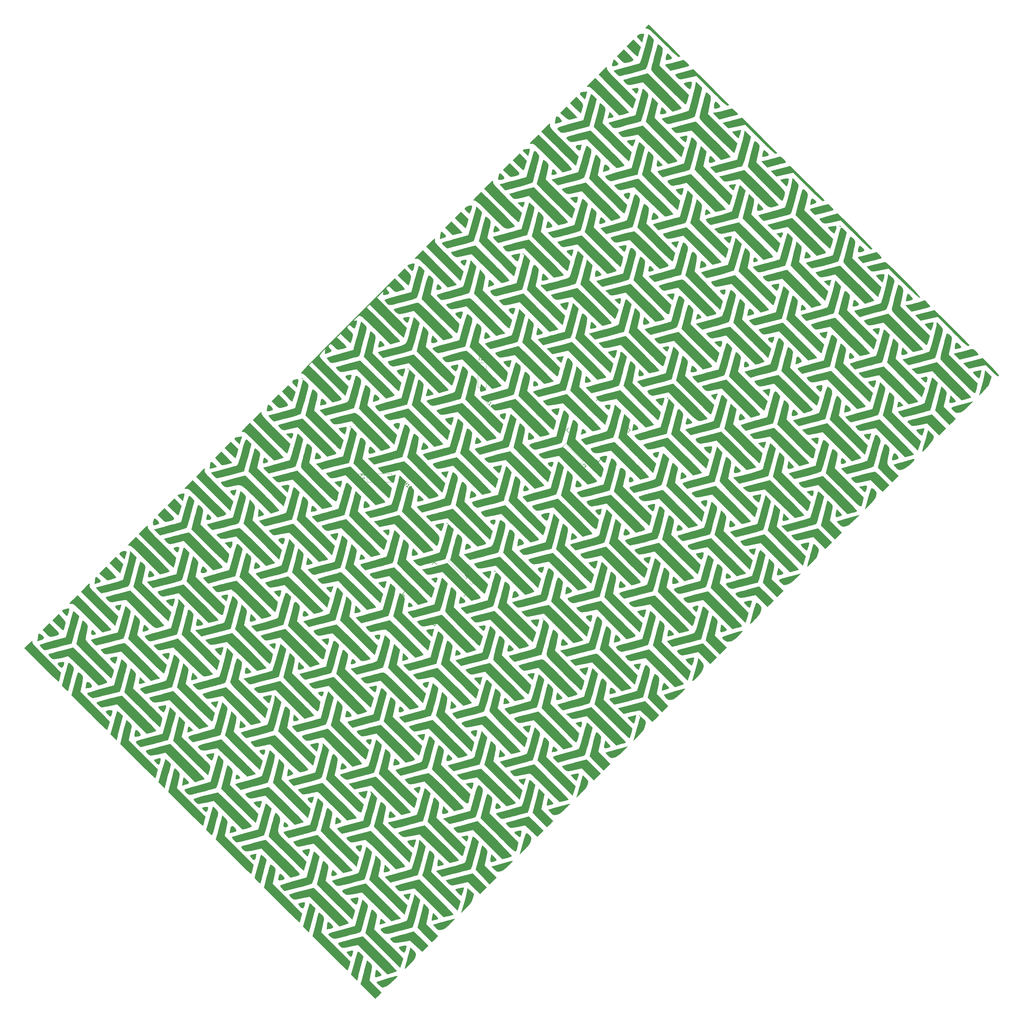
<source format=gbr>
G04 #@! TF.GenerationSoftware,KiCad,Pcbnew,9.0.2*
G04 #@! TF.CreationDate,2025-10-01T13:07:48-04:00*
G04 #@! TF.ProjectId,Trackball,54726163-6b62-4616-9c6c-2e6b69636164,rev?*
G04 #@! TF.SameCoordinates,Original*
G04 #@! TF.FileFunction,Legend,Top*
G04 #@! TF.FilePolarity,Positive*
%FSLAX46Y46*%
G04 Gerber Fmt 4.6, Leading zero omitted, Abs format (unit mm)*
G04 Created by KiCad (PCBNEW 9.0.2) date 2025-10-01 13:07:48*
%MOMM*%
%LPD*%
G01*
G04 APERTURE LIST*
%ADD10C,0.150000*%
%ADD11C,0.010000*%
%ADD12C,0.120000*%
G04 APERTURE END LIST*
D10*
X258462745Y-88632040D02*
X258967821Y-89137116D01*
X258967821Y-89137116D02*
X259035165Y-89271803D01*
X259035165Y-89271803D02*
X259035165Y-89406490D01*
X259035165Y-89406490D02*
X258967821Y-89541177D01*
X258967821Y-89541177D02*
X258900478Y-89608521D01*
X259876959Y-88632040D02*
X259472898Y-89036101D01*
X259674928Y-88834070D02*
X258967821Y-88126963D01*
X258967821Y-88126963D02*
X259001493Y-88295322D01*
X259001493Y-88295322D02*
X259001493Y-88430009D01*
X259001493Y-88430009D02*
X258967821Y-88531024D01*
X259506569Y-87722902D02*
X259506569Y-87655559D01*
X259506569Y-87655559D02*
X259540241Y-87554544D01*
X259540241Y-87554544D02*
X259708600Y-87386185D01*
X259708600Y-87386185D02*
X259809615Y-87352513D01*
X259809615Y-87352513D02*
X259876959Y-87352513D01*
X259876959Y-87352513D02*
X259977974Y-87386185D01*
X259977974Y-87386185D02*
X260045317Y-87453528D01*
X260045317Y-87453528D02*
X260112661Y-87588215D01*
X260112661Y-87588215D02*
X260112661Y-88396337D01*
X260112661Y-88396337D02*
X260550394Y-87958605D01*
X222887495Y-121989802D02*
X223392571Y-122494878D01*
X223392571Y-122494878D02*
X223459915Y-122629565D01*
X223459915Y-122629565D02*
X223459915Y-122764252D01*
X223459915Y-122764252D02*
X223392571Y-122898939D01*
X223392571Y-122898939D02*
X223325228Y-122966283D01*
X224301709Y-121989802D02*
X223897648Y-122393863D01*
X224099678Y-122191832D02*
X223392571Y-121484725D01*
X223392571Y-121484725D02*
X223426243Y-121653084D01*
X223426243Y-121653084D02*
X223426243Y-121787771D01*
X223426243Y-121787771D02*
X223392571Y-121888786D01*
X224234365Y-120642932D02*
X223897648Y-120979649D01*
X223897648Y-120979649D02*
X224200693Y-121350038D01*
X224200693Y-121350038D02*
X224200693Y-121282695D01*
X224200693Y-121282695D02*
X224234365Y-121181680D01*
X224234365Y-121181680D02*
X224402724Y-121013321D01*
X224402724Y-121013321D02*
X224503739Y-120979649D01*
X224503739Y-120979649D02*
X224571083Y-120979649D01*
X224571083Y-120979649D02*
X224672098Y-121013321D01*
X224672098Y-121013321D02*
X224840457Y-121181680D01*
X224840457Y-121181680D02*
X224874128Y-121282695D01*
X224874128Y-121282695D02*
X224874128Y-121350038D01*
X224874128Y-121350038D02*
X224840457Y-121451054D01*
X224840457Y-121451054D02*
X224672098Y-121619412D01*
X224672098Y-121619412D02*
X224571083Y-121653084D01*
X224571083Y-121653084D02*
X224503739Y-121653084D01*
X227355608Y-54110064D02*
X227355608Y-54824349D01*
X227355608Y-54824349D02*
X227307989Y-54967206D01*
X227307989Y-54967206D02*
X227212751Y-55062445D01*
X227212751Y-55062445D02*
X227069894Y-55110064D01*
X227069894Y-55110064D02*
X226974656Y-55110064D01*
X228355608Y-55110064D02*
X227784180Y-55110064D01*
X228069894Y-55110064D02*
X228069894Y-54110064D01*
X228069894Y-54110064D02*
X227974656Y-54252921D01*
X227974656Y-54252921D02*
X227879418Y-54348159D01*
X227879418Y-54348159D02*
X227784180Y-54395778D01*
X228974656Y-54110064D02*
X229069894Y-54110064D01*
X229069894Y-54110064D02*
X229165132Y-54157683D01*
X229165132Y-54157683D02*
X229212751Y-54205302D01*
X229212751Y-54205302D02*
X229260370Y-54300540D01*
X229260370Y-54300540D02*
X229307989Y-54491016D01*
X229307989Y-54491016D02*
X229307989Y-54729111D01*
X229307989Y-54729111D02*
X229260370Y-54919587D01*
X229260370Y-54919587D02*
X229212751Y-55014825D01*
X229212751Y-55014825D02*
X229165132Y-55062445D01*
X229165132Y-55062445D02*
X229069894Y-55110064D01*
X229069894Y-55110064D02*
X228974656Y-55110064D01*
X228974656Y-55110064D02*
X228879418Y-55062445D01*
X228879418Y-55062445D02*
X228831799Y-55014825D01*
X228831799Y-55014825D02*
X228784180Y-54919587D01*
X228784180Y-54919587D02*
X228736561Y-54729111D01*
X228736561Y-54729111D02*
X228736561Y-54491016D01*
X228736561Y-54491016D02*
X228784180Y-54300540D01*
X228784180Y-54300540D02*
X228831799Y-54205302D01*
X228831799Y-54205302D02*
X228879418Y-54157683D01*
X228879418Y-54157683D02*
X228974656Y-54110064D01*
X190594354Y-92490365D02*
X191308639Y-92490365D01*
X191308639Y-92490365D02*
X191451496Y-92537984D01*
X191451496Y-92537984D02*
X191546735Y-92633222D01*
X191546735Y-92633222D02*
X191594354Y-92776079D01*
X191594354Y-92776079D02*
X191594354Y-92871317D01*
X191594354Y-91490365D02*
X191594354Y-92061793D01*
X191594354Y-91776079D02*
X190594354Y-91776079D01*
X190594354Y-91776079D02*
X190737211Y-91871317D01*
X190737211Y-91871317D02*
X190832449Y-91966555D01*
X190832449Y-91966555D02*
X190880068Y-92061793D01*
X190594354Y-91157031D02*
X190594354Y-90537984D01*
X190594354Y-90537984D02*
X190975306Y-90871317D01*
X190975306Y-90871317D02*
X190975306Y-90728460D01*
X190975306Y-90728460D02*
X191022925Y-90633222D01*
X191022925Y-90633222D02*
X191070544Y-90585603D01*
X191070544Y-90585603D02*
X191165782Y-90537984D01*
X191165782Y-90537984D02*
X191403877Y-90537984D01*
X191403877Y-90537984D02*
X191499115Y-90585603D01*
X191499115Y-90585603D02*
X191546735Y-90633222D01*
X191546735Y-90633222D02*
X191594354Y-90728460D01*
X191594354Y-90728460D02*
X191594354Y-91014174D01*
X191594354Y-91014174D02*
X191546735Y-91109412D01*
X191546735Y-91109412D02*
X191499115Y-91157031D01*
X229407579Y-68103586D02*
X230114685Y-67396479D01*
X229777968Y-67733197D02*
X230182029Y-68137258D01*
X229811640Y-68507647D02*
X230518746Y-67800540D01*
X230518746Y-69214754D02*
X230114685Y-68810693D01*
X230316716Y-69012723D02*
X231023823Y-68305616D01*
X231023823Y-68305616D02*
X230855464Y-68339288D01*
X230855464Y-68339288D02*
X230720777Y-68339288D01*
X230720777Y-68339288D02*
X230619762Y-68305616D01*
X231663586Y-68945380D02*
X231730930Y-69012723D01*
X231730930Y-69012723D02*
X231764601Y-69113738D01*
X231764601Y-69113738D02*
X231764601Y-69181082D01*
X231764601Y-69181082D02*
X231730930Y-69282097D01*
X231730930Y-69282097D02*
X231629914Y-69450456D01*
X231629914Y-69450456D02*
X231461556Y-69618815D01*
X231461556Y-69618815D02*
X231293197Y-69719830D01*
X231293197Y-69719830D02*
X231192181Y-69753502D01*
X231192181Y-69753502D02*
X231124838Y-69753502D01*
X231124838Y-69753502D02*
X231023823Y-69719830D01*
X231023823Y-69719830D02*
X230956479Y-69652486D01*
X230956479Y-69652486D02*
X230922807Y-69551471D01*
X230922807Y-69551471D02*
X230922807Y-69484128D01*
X230922807Y-69484128D02*
X230956479Y-69383112D01*
X230956479Y-69383112D02*
X231057494Y-69214754D01*
X231057494Y-69214754D02*
X231225853Y-69046395D01*
X231225853Y-69046395D02*
X231394212Y-68945380D01*
X231394212Y-68945380D02*
X231495227Y-68911708D01*
X231495227Y-68911708D02*
X231562571Y-68911708D01*
X231562571Y-68911708D02*
X231663586Y-68945380D01*
X203951735Y-93559430D02*
X204658841Y-92852323D01*
X204322124Y-93189041D02*
X204726185Y-93593102D01*
X204355796Y-93963491D02*
X205062902Y-93256384D01*
X205062902Y-94670598D02*
X204658841Y-94266537D01*
X204860872Y-94468567D02*
X205567979Y-93761460D01*
X205567979Y-93761460D02*
X205399620Y-93795132D01*
X205399620Y-93795132D02*
X205264933Y-93795132D01*
X205264933Y-93795132D02*
X205163918Y-93761460D01*
X206409773Y-94603254D02*
X206073055Y-94266537D01*
X206073055Y-94266537D02*
X205702666Y-94569582D01*
X205702666Y-94569582D02*
X205770009Y-94569582D01*
X205770009Y-94569582D02*
X205871024Y-94603254D01*
X205871024Y-94603254D02*
X206039383Y-94771613D01*
X206039383Y-94771613D02*
X206073055Y-94872628D01*
X206073055Y-94872628D02*
X206073055Y-94939972D01*
X206073055Y-94939972D02*
X206039383Y-95040987D01*
X206039383Y-95040987D02*
X205871024Y-95209346D01*
X205871024Y-95209346D02*
X205770009Y-95243018D01*
X205770009Y-95243018D02*
X205702666Y-95243018D01*
X205702666Y-95243018D02*
X205601650Y-95209346D01*
X205601650Y-95209346D02*
X205433292Y-95040987D01*
X205433292Y-95040987D02*
X205399620Y-94939972D01*
X205399620Y-94939972D02*
X205399620Y-94872628D01*
D11*
X172380734Y-60935839D02*
X172191676Y-60935839D01*
X172191676Y-60746781D01*
X172380734Y-60746781D01*
X172380734Y-60935839D01*
G36*
X172380734Y-60935839D02*
G01*
X172191676Y-60935839D01*
X172191676Y-60746781D01*
X172380734Y-60746781D01*
X172380734Y-60935839D01*
G37*
X187316318Y-75682366D02*
X187316318Y-75871424D01*
X187127260Y-75871424D01*
X187127260Y-75682365D01*
X187316318Y-75682366D01*
G36*
X187316318Y-75682366D02*
G01*
X187316318Y-75871424D01*
X187127260Y-75871424D01*
X187127260Y-75682365D01*
X187316318Y-75682366D01*
G37*
X217376544Y-105931649D02*
X217187485Y-105931649D01*
X217187485Y-105742591D01*
X217376543Y-105742591D01*
X217376544Y-105931649D01*
G36*
X217376544Y-105931649D02*
G01*
X217187485Y-105931649D01*
X217187485Y-105742591D01*
X217376543Y-105742591D01*
X217376544Y-105931649D01*
G37*
X247058653Y-135613759D02*
X246869596Y-135613759D01*
X246869595Y-135424701D01*
X247058653Y-135424701D01*
X247058653Y-135613759D01*
G36*
X247058653Y-135613759D02*
G01*
X246869596Y-135613759D01*
X246869595Y-135424701D01*
X247058653Y-135424701D01*
X247058653Y-135613759D01*
G37*
X277118879Y-165484927D02*
X277118879Y-165673985D01*
X276929822Y-165673985D01*
X276929821Y-165484926D01*
X277118879Y-165484927D01*
G36*
X277118879Y-165484927D02*
G01*
X277118879Y-165673985D01*
X276929822Y-165673985D01*
X276929821Y-165484926D01*
X277118879Y-165484927D01*
G37*
X205276830Y-57721854D02*
X205276830Y-57910911D01*
X205087773Y-57910911D01*
X205087772Y-57721853D01*
X205276830Y-57721854D01*
G36*
X205276830Y-57721854D02*
G01*
X205276830Y-57910911D01*
X205087773Y-57910911D01*
X205087772Y-57721853D01*
X205276830Y-57721854D01*
G37*
X241008796Y-22178945D02*
X240819739Y-22178945D01*
X240819738Y-21989887D01*
X241008797Y-21989887D01*
X241008796Y-22178945D01*
G36*
X241008796Y-22178945D02*
G01*
X240819739Y-22178945D01*
X240819738Y-21989887D01*
X241008797Y-21989887D01*
X241008796Y-22178945D01*
G37*
X285815548Y-66985697D02*
X285626490Y-66985696D01*
X285626490Y-66796639D01*
X285815548Y-66796638D01*
X285815548Y-66985697D01*
G36*
X285815548Y-66985697D02*
G01*
X285626490Y-66985696D01*
X285626490Y-66796639D01*
X285815548Y-66796638D01*
X285815548Y-66985697D01*
G37*
X232275535Y-120722368D02*
X232280617Y-120772704D01*
X232142271Y-120859147D01*
X232028541Y-120772704D01*
X231942097Y-120547915D01*
X232028540Y-120520627D01*
X232275535Y-120722368D01*
G36*
X232275535Y-120722368D02*
G01*
X232280617Y-120772704D01*
X232142271Y-120859147D01*
X232028541Y-120772704D01*
X231942097Y-120547915D01*
X232028540Y-120520627D01*
X232275535Y-120722368D01*
G37*
X339471434Y-13526468D02*
X339476517Y-13576805D01*
X339338171Y-13663248D01*
X339224440Y-13576805D01*
X339137997Y-13352015D01*
X339224440Y-13324727D01*
X339471434Y-13526468D01*
G36*
X339471434Y-13526468D02*
G01*
X339476517Y-13576805D01*
X339338171Y-13663248D01*
X339224440Y-13576805D01*
X339137997Y-13352015D01*
X339224440Y-13324727D01*
X339471434Y-13526468D01*
G37*
X153210738Y-80065441D02*
X152820913Y-81267262D01*
X151966309Y-80412658D01*
X151432079Y-79784939D01*
X151356502Y-79373284D01*
X151764921Y-79119613D01*
X152593395Y-78975454D01*
X153600562Y-78863619D01*
X153210738Y-80065441D01*
G36*
X153210738Y-80065441D02*
G01*
X152820913Y-81267262D01*
X151966309Y-80412658D01*
X151432079Y-79784939D01*
X151356502Y-79373284D01*
X151764921Y-79119613D01*
X152593395Y-78975454D01*
X153600562Y-78863619D01*
X153210738Y-80065441D01*
G37*
X168133439Y-93908840D02*
X168260992Y-94269402D01*
X168117349Y-94990806D01*
X168102496Y-95044214D01*
X167773006Y-96219355D01*
X165836854Y-94283204D01*
X166760104Y-94043034D01*
X167658530Y-93852317D01*
X168133439Y-93908840D01*
G36*
X168133439Y-93908840D02*
G01*
X168260992Y-94269402D01*
X168117349Y-94990806D01*
X168102496Y-95044214D01*
X167773006Y-96219355D01*
X165836854Y-94283204D01*
X166760104Y-94043034D01*
X167658530Y-93852317D01*
X168133439Y-93908840D01*
G37*
X268417355Y21309255D02*
X268859159Y20774212D01*
X268838031Y20451096D01*
X268325161Y20271936D01*
X267957124Y20223363D01*
X267166562Y20140256D01*
X267458679Y21058034D01*
X267750796Y21975814D01*
X268417355Y21309255D01*
G36*
X268417355Y21309255D02*
G01*
X268859159Y20774212D01*
X268838031Y20451096D01*
X268325161Y20271936D01*
X267957124Y20223363D01*
X267166562Y20140256D01*
X267458679Y21058034D01*
X267750796Y21975814D01*
X268417355Y21309255D01*
G37*
X317509017Y-64086228D02*
X317527341Y-64395928D01*
X317420335Y-65022276D01*
X317363187Y-65259124D01*
X317091899Y-66311241D01*
X315210594Y-64429937D01*
X316297076Y-64197692D01*
X316999971Y-64079651D01*
X317448801Y-64064326D01*
X317509017Y-64086228D01*
G36*
X317509017Y-64086228D02*
G01*
X317527341Y-64395928D01*
X317420335Y-65022276D01*
X317363187Y-65259124D01*
X317091899Y-66311241D01*
X315210594Y-64429937D01*
X316297076Y-64197692D01*
X316999971Y-64079651D01*
X317448801Y-64064326D01*
X317509017Y-64086228D01*
G37*
X157957090Y-209277712D02*
X157774311Y-210075286D01*
X157440116Y-210362927D01*
X156943127Y-210146773D01*
X156720427Y-209945072D01*
X156217111Y-209355478D01*
X156176485Y-208987642D01*
X156620321Y-208760776D01*
X157064254Y-208669254D01*
X158038275Y-208505442D01*
X157957090Y-209277712D01*
G36*
X157957090Y-209277712D02*
G01*
X157774311Y-210075286D01*
X157440116Y-210362927D01*
X156943127Y-210146773D01*
X156720427Y-209945072D01*
X156217111Y-209355478D01*
X156176485Y-208987642D01*
X156620321Y-208760776D01*
X157064254Y-208669254D01*
X158038275Y-208505442D01*
X157957090Y-209277712D01*
G37*
X91076127Y-140207898D02*
X91558429Y-140623796D01*
X92020094Y-141166602D01*
X92060491Y-141538559D01*
X91641567Y-141833822D01*
X90973565Y-142070799D01*
X90145223Y-142329033D01*
X90244186Y-141341420D01*
X90396337Y-140467505D01*
X90657531Y-140098465D01*
X91076127Y-140207898D01*
G36*
X91076127Y-140207898D02*
G01*
X91558429Y-140623796D01*
X92020094Y-141166602D01*
X92060491Y-141538559D01*
X91641567Y-141833822D01*
X90973565Y-142070799D01*
X90145223Y-142329033D01*
X90244186Y-141341420D01*
X90396337Y-140467505D01*
X90657531Y-140098465D01*
X91076127Y-140207898D01*
G37*
X150849141Y-199965332D02*
X151300764Y-200366132D01*
X151775979Y-200943796D01*
X151796193Y-201336509D01*
X151331971Y-201612561D01*
X150693500Y-201774910D01*
X149805140Y-201957302D01*
X149967699Y-200990738D01*
X150165486Y-200157272D01*
X150436327Y-199826233D01*
X150849141Y-199965332D01*
G36*
X150849141Y-199965332D02*
G01*
X151300764Y-200366132D01*
X151775979Y-200943796D01*
X151796193Y-201336509D01*
X151331971Y-201612561D01*
X150693500Y-201774910D01*
X149805140Y-201957302D01*
X149967699Y-200990738D01*
X150165486Y-200157272D01*
X150436327Y-199826233D01*
X150849141Y-199965332D01*
G37*
X106096968Y-155205133D02*
X106494012Y-155559380D01*
X106974172Y-156171194D01*
X106966442Y-156585934D01*
X106458278Y-156832312D01*
X105903101Y-156911689D01*
X105081242Y-156982480D01*
X105177393Y-156133341D01*
X105344549Y-155322387D01*
X105635119Y-155019939D01*
X106096968Y-155205133D01*
G36*
X106096968Y-155205133D02*
G01*
X106494012Y-155559380D01*
X106974172Y-156171194D01*
X106966442Y-156585934D01*
X106458278Y-156832312D01*
X105903101Y-156911689D01*
X105081242Y-156982480D01*
X105177393Y-156133341D01*
X105344549Y-155322387D01*
X105635119Y-155019939D01*
X106096968Y-155205133D01*
G37*
X107269660Y-138983221D02*
X107716238Y-139388268D01*
X108166025Y-139914642D01*
X108162880Y-140215345D01*
X107685573Y-140380272D01*
X107474202Y-140412973D01*
X106933492Y-140336133D01*
X106762687Y-139891280D01*
X106877023Y-139284226D01*
X107030370Y-138949525D01*
X107269660Y-138983221D01*
G36*
X107269660Y-138983221D02*
G01*
X107716238Y-139388268D01*
X108166025Y-139914642D01*
X108162880Y-140215345D01*
X107685573Y-140380272D01*
X107474202Y-140412973D01*
X106933492Y-140336133D01*
X106762687Y-139891280D01*
X106877023Y-139284226D01*
X107030370Y-138949525D01*
X107269660Y-138983221D01*
G37*
X167011995Y-198725556D02*
X167458573Y-199130603D01*
X167908360Y-199656977D01*
X167905217Y-199957682D01*
X167427909Y-200122608D01*
X167216537Y-200155308D01*
X166675828Y-200078470D01*
X166505023Y-199633615D01*
X166619358Y-199026562D01*
X166772705Y-198691861D01*
X167011995Y-198725556D01*
G36*
X167011995Y-198725556D02*
G01*
X167458573Y-199130603D01*
X167908360Y-199656977D01*
X167905217Y-199957682D01*
X167427909Y-200122608D01*
X167216537Y-200155308D01*
X166675828Y-200078470D01*
X166505023Y-199633615D01*
X166619358Y-199026562D01*
X166772705Y-198691861D01*
X167011995Y-198725556D01*
G37*
X182451106Y-214048358D02*
X183003341Y-214542663D01*
X183090470Y-214859791D01*
X182701685Y-215104626D01*
X182329173Y-215231545D01*
X181660252Y-215377293D01*
X181373407Y-215212445D01*
X181398008Y-214661816D01*
X181477196Y-214324607D01*
X181700934Y-213455031D01*
X182451106Y-214048358D01*
G36*
X182451106Y-214048358D02*
G01*
X183003341Y-214542663D01*
X183090470Y-214859791D01*
X182701685Y-215104626D01*
X182329173Y-215231545D01*
X181660252Y-215377293D01*
X181373407Y-215212445D01*
X181398008Y-214661816D01*
X181477196Y-214324607D01*
X181700934Y-213455031D01*
X182451106Y-214048358D01*
G37*
X115937866Y-131869718D02*
X115716102Y-132621007D01*
X115423509Y-132869786D01*
X114985950Y-132648268D01*
X114718037Y-132399773D01*
X114298391Y-131846601D01*
X114361544Y-131471755D01*
X114925982Y-131237587D01*
X115320979Y-131171605D01*
X116104572Y-131069379D01*
X115937866Y-131869718D01*
G36*
X115937866Y-131869718D02*
G01*
X115716102Y-132621007D01*
X115423509Y-132869786D01*
X114985950Y-132648268D01*
X114718037Y-132399773D01*
X114298391Y-131846601D01*
X114361544Y-131471755D01*
X114925982Y-131237587D01*
X115320979Y-131171605D01*
X116104572Y-131069379D01*
X115937866Y-131869718D01*
G37*
X175680201Y-191612053D02*
X175458437Y-192363343D01*
X175165845Y-192612121D01*
X174728286Y-192390603D01*
X174460372Y-192142108D01*
X174040726Y-191588936D01*
X174103880Y-191214091D01*
X174668317Y-190979922D01*
X175063314Y-190913941D01*
X175846907Y-190811714D01*
X175680201Y-191612053D01*
G36*
X175680201Y-191612053D02*
G01*
X175458437Y-192363343D01*
X175165845Y-192612121D01*
X174728286Y-192390603D01*
X174460372Y-192142108D01*
X174040726Y-191588936D01*
X174103880Y-191214091D01*
X174668317Y-190979922D01*
X175063314Y-190913941D01*
X175846907Y-190811714D01*
X175680201Y-191612053D01*
G37*
X108697843Y-122641051D02*
X109140825Y-123041400D01*
X109626577Y-123575296D01*
X109697626Y-123898946D01*
X109315300Y-124135923D01*
X108740228Y-124321471D01*
X107882126Y-124576861D01*
X107954844Y-123609530D01*
X108070218Y-122794571D01*
X108296770Y-122481859D01*
X108697843Y-122641051D01*
G36*
X108697843Y-122641051D02*
G01*
X109140825Y-123041400D01*
X109626577Y-123575296D01*
X109697626Y-123898946D01*
X109315300Y-124135923D01*
X108740228Y-124321471D01*
X107882126Y-124576861D01*
X107954844Y-123609530D01*
X108070218Y-122794571D01*
X108296770Y-122481859D01*
X108697843Y-122641051D01*
G37*
X183375763Y-197318970D02*
X183818744Y-197719320D01*
X184304496Y-198253215D01*
X184375545Y-198576865D01*
X183993219Y-198813842D01*
X183418147Y-198999390D01*
X182560045Y-199254780D01*
X182632763Y-198287449D01*
X182748137Y-197472490D01*
X182974689Y-197159778D01*
X183375763Y-197318970D01*
G36*
X183375763Y-197318970D02*
G01*
X183818744Y-197719320D01*
X184304496Y-198253215D01*
X184375545Y-198576865D01*
X183993219Y-198813842D01*
X183418147Y-198999390D01*
X182560045Y-199254780D01*
X182632763Y-198287449D01*
X182748137Y-197472490D01*
X182974689Y-197159778D01*
X183375763Y-197318970D01*
G37*
X170573994Y-165946883D02*
X171066833Y-166488775D01*
X171140143Y-166812239D01*
X170775098Y-167052936D01*
X170401202Y-167192027D01*
X169774029Y-167283546D01*
X169488786Y-166983298D01*
X169530167Y-166270725D01*
X169574937Y-166082174D01*
X169807074Y-165179962D01*
X170573994Y-165946883D01*
G36*
X170573994Y-165946883D02*
G01*
X171066833Y-166488775D01*
X171140143Y-166812239D01*
X170775098Y-167052936D01*
X170401202Y-167192027D01*
X169774029Y-167283546D01*
X169488786Y-166983298D01*
X169530167Y-166270725D01*
X169574937Y-166082174D01*
X169807074Y-165179962D01*
X170573994Y-165946883D01*
G37*
X163997611Y-143192778D02*
X164014635Y-143663622D01*
X163952560Y-143998446D01*
X163791095Y-144637380D01*
X163588156Y-144827892D01*
X163221915Y-144592275D01*
X162822615Y-144205211D01*
X162055694Y-143438290D01*
X162957906Y-143206153D01*
X163678590Y-143066752D01*
X163997611Y-143192778D01*
G36*
X163997611Y-143192778D02*
G01*
X164014635Y-143663622D01*
X163952560Y-143998446D01*
X163791095Y-144637380D01*
X163588156Y-144827892D01*
X163221915Y-144592275D01*
X162822615Y-144205211D01*
X162055694Y-143438290D01*
X162957906Y-143206153D01*
X163678590Y-143066752D01*
X163997611Y-143192778D01*
G37*
X223739946Y-202935113D02*
X223756971Y-203405957D01*
X223694896Y-203740781D01*
X223533430Y-204379715D01*
X223330491Y-204570227D01*
X222964250Y-204334610D01*
X222564950Y-203947546D01*
X221798029Y-203180625D01*
X222700242Y-202948489D01*
X223420926Y-202809088D01*
X223739946Y-202935113D01*
G36*
X223739946Y-202935113D02*
G01*
X223756971Y-203405957D01*
X223694896Y-203740781D01*
X223533430Y-204379715D01*
X223330491Y-204570227D01*
X222964250Y-204334610D01*
X222564950Y-203947546D01*
X221798029Y-203180625D01*
X222700242Y-202948489D01*
X223420926Y-202809088D01*
X223739946Y-202935113D01*
G37*
X157237526Y-134838961D02*
X157783804Y-135426789D01*
X157912830Y-135778060D01*
X157602227Y-136016793D01*
X156988334Y-136220160D01*
X156355556Y-136331181D01*
X156052902Y-136133969D01*
X156032786Y-135557948D01*
X156143981Y-134967832D01*
X156368199Y-133969634D01*
X157237526Y-134838961D01*
G36*
X157237526Y-134838961D02*
G01*
X157783804Y-135426789D01*
X157912830Y-135778060D01*
X157602227Y-136016793D01*
X156988334Y-136220160D01*
X156355556Y-136331181D01*
X156052902Y-136133969D01*
X156032786Y-135557948D01*
X156143981Y-134967832D01*
X156368199Y-133969634D01*
X157237526Y-134838961D01*
G37*
X172173110Y-149774545D02*
X172719388Y-150362374D01*
X172848413Y-150713644D01*
X172537810Y-150952377D01*
X171923917Y-151155743D01*
X171291140Y-151266765D01*
X170988486Y-151069553D01*
X170968371Y-150493533D01*
X171079565Y-149903415D01*
X171303783Y-148905218D01*
X172173110Y-149774545D01*
G36*
X172173110Y-149774545D02*
G01*
X172719388Y-150362374D01*
X172848413Y-150713644D01*
X172537810Y-150952377D01*
X171923917Y-151155743D01*
X171291140Y-151266765D01*
X170988486Y-151069553D01*
X170968371Y-150493533D01*
X171079565Y-149903415D01*
X171303783Y-148905218D01*
X172173110Y-149774545D01*
G37*
X216979862Y-194581296D02*
X217526139Y-195169125D01*
X217655165Y-195520396D01*
X217344562Y-195759128D01*
X216730669Y-195962495D01*
X216097892Y-196073516D01*
X215795237Y-195876304D01*
X215775122Y-195300284D01*
X215886316Y-194710167D01*
X216110535Y-193711969D01*
X216979862Y-194581296D01*
G36*
X216979862Y-194581296D02*
G01*
X217526139Y-195169125D01*
X217655165Y-195520396D01*
X217344562Y-195759128D01*
X216730669Y-195962495D01*
X216097892Y-196073516D01*
X215795237Y-195876304D01*
X215775122Y-195300284D01*
X215886316Y-194710167D01*
X216110535Y-193711969D01*
X216979862Y-194581296D01*
G37*
X231915446Y-209516880D02*
X232461724Y-210104709D01*
X232590749Y-210455979D01*
X232280146Y-210694712D01*
X231666253Y-210898079D01*
X231033475Y-211009100D01*
X230730821Y-210811888D01*
X230710706Y-210235868D01*
X230821900Y-209645751D01*
X231046119Y-208647553D01*
X231915446Y-209516880D01*
G36*
X231915446Y-209516880D02*
G01*
X232461724Y-210104709D01*
X232590749Y-210455979D01*
X232280146Y-210694712D01*
X231666253Y-210898079D01*
X231033475Y-211009100D01*
X230730821Y-210811888D01*
X230710706Y-210235868D01*
X230821900Y-209645751D01*
X231046119Y-208647553D01*
X231915446Y-209516880D01*
G37*
X181662081Y-126294922D02*
X181414237Y-127004226D01*
X181187114Y-127241606D01*
X180840614Y-127045120D01*
X180415700Y-126633503D01*
X179926924Y-126088697D01*
X179860729Y-125772006D01*
X180256921Y-125599631D01*
X180950523Y-125507613D01*
X181944395Y-125407944D01*
X181662081Y-126294922D01*
G36*
X181662081Y-126294922D02*
G01*
X181414237Y-127004226D01*
X181187114Y-127241606D01*
X180840614Y-127045120D01*
X180415700Y-126633503D01*
X179926924Y-126088697D01*
X179860729Y-125772006D01*
X180256921Y-125599631D01*
X180950523Y-125507613D01*
X181944395Y-125407944D01*
X181662081Y-126294922D01*
G37*
X151669832Y-96137752D02*
X151448068Y-96889041D01*
X151155476Y-97137819D01*
X150717917Y-96916301D01*
X150450003Y-96667806D01*
X150030357Y-96114635D01*
X150093511Y-95739788D01*
X150657948Y-95505621D01*
X151052945Y-95439639D01*
X151836538Y-95337413D01*
X151669832Y-96137752D01*
G36*
X151669832Y-96137752D02*
G01*
X151448068Y-96889041D01*
X151155476Y-97137819D01*
X150717917Y-96916301D01*
X150450003Y-96667806D01*
X150030357Y-96114635D01*
X150093511Y-95739788D01*
X150657948Y-95505621D01*
X151052945Y-95439639D01*
X151836538Y-95337413D01*
X151669832Y-96137752D01*
G37*
X211412167Y-155880087D02*
X211190404Y-156631376D01*
X210897812Y-156880154D01*
X210460252Y-156658636D01*
X210192339Y-156410141D01*
X209772692Y-155856970D01*
X209835847Y-155482124D01*
X210400283Y-155247956D01*
X210795280Y-155181975D01*
X211578873Y-155079748D01*
X211412167Y-155880087D01*
G36*
X211412167Y-155880087D02*
G01*
X211190404Y-156631376D01*
X210897812Y-156880154D01*
X210460252Y-156658636D01*
X210192339Y-156410141D01*
X209772692Y-155856970D01*
X209835847Y-155482124D01*
X210400283Y-155247956D01*
X210795280Y-155181975D01*
X211578873Y-155079748D01*
X211412167Y-155880087D01*
G37*
X212916468Y-139825216D02*
X212579757Y-141026106D01*
X211622370Y-140068720D01*
X211105446Y-139501429D01*
X210825289Y-139092328D01*
X210811863Y-138974625D01*
X211146838Y-138867725D01*
X211812455Y-138762416D01*
X212105960Y-138731122D01*
X213253178Y-138624325D01*
X212916468Y-139825216D01*
G36*
X212916468Y-139825216D02*
G01*
X212579757Y-141026106D01*
X211622370Y-140068720D01*
X211105446Y-139501429D01*
X210825289Y-139092328D01*
X210811863Y-138974625D01*
X211146838Y-138867725D01*
X211812455Y-138762416D01*
X212105960Y-138731122D01*
X213253178Y-138624325D01*
X212916468Y-139825216D01*
G37*
X227852051Y-154760800D02*
X227515341Y-155961691D01*
X226557954Y-155004303D01*
X226041029Y-154437013D01*
X225760873Y-154027911D01*
X225747447Y-153910208D01*
X226082421Y-153803309D01*
X226748039Y-153698001D01*
X227041544Y-153666706D01*
X228188762Y-153559910D01*
X227852051Y-154760800D01*
G36*
X227852051Y-154760800D02*
G01*
X227515341Y-155961691D01*
X226557954Y-155004303D01*
X226041029Y-154437013D01*
X225760873Y-154027911D01*
X225747447Y-153910208D01*
X226082421Y-153803309D01*
X226748039Y-153698001D01*
X227041544Y-153666706D01*
X228188762Y-153559910D01*
X227852051Y-154760800D01*
G37*
X220704123Y-145381517D02*
X220968646Y-145633834D01*
X221413484Y-146154894D01*
X221406388Y-146463892D01*
X220912870Y-146657485D01*
X220580110Y-146722754D01*
X219823855Y-146855987D01*
X219927809Y-146060057D01*
X220069011Y-145347967D01*
X220297975Y-145133993D01*
X220704123Y-145381517D01*
G36*
X220704123Y-145381517D02*
G01*
X220968646Y-145633834D01*
X221413484Y-146154894D01*
X221406388Y-146463892D01*
X220912870Y-146657485D01*
X220580110Y-146722754D01*
X219823855Y-146855987D01*
X219927809Y-146060057D01*
X220069011Y-145347967D01*
X220297975Y-145133993D01*
X220704123Y-145381517D01*
G37*
X250793693Y-175468502D02*
X251028872Y-175694060D01*
X251472205Y-176209165D01*
X251470524Y-176506830D01*
X250987213Y-176676474D01*
X250602649Y-176734897D01*
X249806719Y-176838851D01*
X249939952Y-176082596D01*
X250114707Y-175389484D01*
X250367067Y-175196283D01*
X250793693Y-175468502D01*
G36*
X250793693Y-175468502D02*
G01*
X251028872Y-175694060D01*
X251472205Y-176209165D01*
X251470524Y-176506830D01*
X250987213Y-176676474D01*
X250602649Y-176734897D01*
X249806719Y-176838851D01*
X249939952Y-176082596D01*
X250114707Y-175389484D01*
X250367067Y-175196283D01*
X250793693Y-175468502D01*
G37*
X191007684Y-115679727D02*
X191286537Y-115951724D01*
X191730619Y-116468361D01*
X191727015Y-116766248D01*
X191239904Y-116935316D01*
X190872651Y-116990833D01*
X190089059Y-117093060D01*
X190255765Y-116292722D01*
X190426781Y-115616693D01*
X190635366Y-115426274D01*
X191007684Y-115679727D01*
G36*
X191007684Y-115679727D02*
G01*
X191286537Y-115951724D01*
X191730619Y-116468361D01*
X191727015Y-116766248D01*
X191239904Y-116935316D01*
X190872651Y-116990833D01*
X190089059Y-117093060D01*
X190255765Y-116292722D01*
X190426781Y-115616693D01*
X190635366Y-115426274D01*
X191007684Y-115679727D01*
G37*
X175885619Y-100570305D02*
X176256423Y-100921611D01*
X176755819Y-101483696D01*
X176805985Y-101805163D01*
X176375362Y-101979301D01*
X175874103Y-102051756D01*
X175027546Y-102150488D01*
X175126279Y-101303932D01*
X175256845Y-100570216D01*
X175478863Y-100336194D01*
X175885619Y-100570305D01*
G36*
X175885619Y-100570305D02*
G01*
X176256423Y-100921611D01*
X176755819Y-101483696D01*
X176805985Y-101805163D01*
X176375362Y-101979301D01*
X175874103Y-102051756D01*
X175027546Y-102150488D01*
X175126279Y-101303932D01*
X175256845Y-100570216D01*
X175478863Y-100336194D01*
X175885619Y-100570305D01*
G37*
X235627955Y-160312640D02*
X235998759Y-160663947D01*
X236498154Y-161226031D01*
X236548320Y-161547498D01*
X236117697Y-161721637D01*
X235616439Y-161794091D01*
X234769881Y-161892824D01*
X234868615Y-161046267D01*
X234999181Y-160312553D01*
X235221198Y-160078529D01*
X235627955Y-160312640D01*
G36*
X235627955Y-160312640D02*
G01*
X235998759Y-160663947D01*
X236498154Y-161226031D01*
X236548320Y-161547498D01*
X236117697Y-161721637D01*
X235616439Y-161794091D01*
X234769881Y-161892824D01*
X234868615Y-161046267D01*
X234999181Y-160312553D01*
X235221198Y-160078529D01*
X235627955Y-160312640D01*
G37*
X169438724Y-77920715D02*
X169427251Y-78353723D01*
X169316563Y-78685843D01*
X169083153Y-79257566D01*
X168867805Y-79421549D01*
X168522951Y-79190445D01*
X168114054Y-78788949D01*
X167344948Y-78019843D01*
X168315986Y-77856533D01*
X169093895Y-77776197D01*
X169438724Y-77920715D01*
G36*
X169438724Y-77920715D02*
G01*
X169427251Y-78353723D01*
X169316563Y-78685843D01*
X169083153Y-79257566D01*
X168867805Y-79421549D01*
X168522951Y-79190445D01*
X168114054Y-78788949D01*
X167344948Y-78019843D01*
X168315986Y-77856533D01*
X169093895Y-77776197D01*
X169438724Y-77920715D01*
G37*
X199351461Y-107838928D02*
X199368486Y-108309771D01*
X199306411Y-108644595D01*
X199144945Y-109283529D01*
X198942006Y-109474042D01*
X198575765Y-109238424D01*
X198176466Y-108851360D01*
X197409545Y-108084439D01*
X198311756Y-107852303D01*
X199032441Y-107712901D01*
X199351461Y-107838928D01*
G36*
X199351461Y-107838928D02*
G01*
X199368486Y-108309771D01*
X199306411Y-108644595D01*
X199144945Y-109283529D01*
X198942006Y-109474042D01*
X198575765Y-109238424D01*
X198176466Y-108851360D01*
X197409545Y-108084439D01*
X198311756Y-107852303D01*
X199032441Y-107712901D01*
X199351461Y-107838928D01*
G37*
X214269804Y-122757716D02*
X214229342Y-123185839D01*
X214123315Y-123492595D01*
X213878335Y-124086597D01*
X213654216Y-124232877D01*
X213288641Y-123960765D01*
X213017520Y-123692415D01*
X212345128Y-123020023D01*
X213247340Y-122787887D01*
X213968962Y-122646379D01*
X214269804Y-122757716D01*
G36*
X214269804Y-122757716D02*
G01*
X214229342Y-123185839D01*
X214123315Y-123492595D01*
X213878335Y-124086597D01*
X213654216Y-124232877D01*
X213288641Y-123960765D01*
X213017520Y-123692415D01*
X212345128Y-123020023D01*
X213247340Y-122787887D01*
X213968962Y-122646379D01*
X214269804Y-122757716D01*
G37*
X229181059Y-137663051D02*
X229169587Y-138096058D01*
X229058898Y-138428178D01*
X228825489Y-138999902D01*
X228610140Y-139163885D01*
X228265286Y-138932780D01*
X227856390Y-138531284D01*
X227087284Y-137762178D01*
X228058322Y-137598869D01*
X228836230Y-137518532D01*
X229181059Y-137663051D01*
G36*
X229181059Y-137663051D02*
G01*
X229169587Y-138096058D01*
X229058898Y-138428178D01*
X228825489Y-138999902D01*
X228610140Y-139163885D01*
X228265286Y-138932780D01*
X227856390Y-138531284D01*
X227087284Y-137762178D01*
X228058322Y-137598869D01*
X228836230Y-137518532D01*
X229181059Y-137663051D01*
G37*
X259093796Y-167581263D02*
X259110821Y-168052106D01*
X259048746Y-168386931D01*
X258887281Y-169025865D01*
X258684341Y-169216378D01*
X258318101Y-168980760D01*
X257918801Y-168593696D01*
X257151880Y-167826775D01*
X258054092Y-167594639D01*
X258774776Y-167455237D01*
X259093796Y-167581263D01*
G36*
X259093796Y-167581263D02*
G01*
X259110821Y-168052106D01*
X259048746Y-168386931D01*
X258887281Y-169025865D01*
X258684341Y-169216378D01*
X258318101Y-168980760D01*
X257918801Y-168593696D01*
X257151880Y-167826775D01*
X258054092Y-167594639D01*
X258774776Y-167455237D01*
X259093796Y-167581263D01*
G37*
X207526960Y-114420695D02*
X208076575Y-115015340D01*
X208203713Y-115367887D01*
X207885796Y-115591243D01*
X207258836Y-115761490D01*
X206624803Y-115854020D01*
X206330632Y-115684410D01*
X206314654Y-115162119D01*
X206433415Y-114549565D01*
X206657633Y-113551368D01*
X207526960Y-114420695D01*
G36*
X207526960Y-114420695D02*
G01*
X208076575Y-115015340D01*
X208203713Y-115367887D01*
X207885796Y-115591243D01*
X207258836Y-115761490D01*
X206624803Y-115854020D01*
X206330632Y-115684410D01*
X206314654Y-115162119D01*
X206433415Y-114549565D01*
X206657633Y-113551368D01*
X207526960Y-114420695D01*
G37*
X252333712Y-159227446D02*
X252883326Y-159822091D01*
X253010465Y-160174639D01*
X252692547Y-160397994D01*
X252065587Y-160568242D01*
X251431555Y-160660772D01*
X251137384Y-160491161D01*
X251121406Y-159968871D01*
X251240167Y-159356317D01*
X251464385Y-158358119D01*
X252333712Y-159227446D01*
G36*
X252333712Y-159227446D02*
G01*
X252883326Y-159822091D01*
X253010465Y-160174639D01*
X252692547Y-160397994D01*
X252065587Y-160568242D01*
X251431555Y-160660772D01*
X251137384Y-160491161D01*
X251121406Y-159968871D01*
X251240167Y-159356317D01*
X251464385Y-158358119D01*
X252333712Y-159227446D01*
G37*
X267269295Y-174163030D02*
X267815574Y-174750859D01*
X267944599Y-175102129D01*
X267633996Y-175340862D01*
X267020103Y-175544228D01*
X266387326Y-175655249D01*
X266084672Y-175458037D01*
X266064557Y-174882018D01*
X266175751Y-174291900D01*
X266399968Y-173293703D01*
X267269295Y-174163030D01*
G36*
X267269295Y-174163030D02*
G01*
X267815574Y-174750859D01*
X267944599Y-175102129D01*
X267633996Y-175340862D01*
X267020103Y-175544228D01*
X266387326Y-175655249D01*
X266084672Y-175458037D01*
X266064557Y-174882018D01*
X266175751Y-174291900D01*
X266399968Y-173293703D01*
X267269295Y-174163030D01*
G37*
X171035523Y-61130300D02*
X171063071Y-61677755D01*
X170919596Y-62313739D01*
X170595973Y-63499413D01*
X169845253Y-62748693D01*
X169302151Y-62089912D01*
X169232121Y-61620859D01*
X169641645Y-61270042D01*
X169992097Y-61128942D01*
X170693032Y-60965884D01*
X171035523Y-61130300D01*
G36*
X171035523Y-61130300D02*
G01*
X171063071Y-61677755D01*
X170919596Y-62313739D01*
X170595973Y-63499413D01*
X169845253Y-62748693D01*
X169302151Y-62089912D01*
X169232121Y-61620859D01*
X169641645Y-61270042D01*
X169992097Y-61128942D01*
X170693032Y-60965884D01*
X171035523Y-61130300D01*
G37*
X223907206Y-112299468D02*
X224182633Y-112548680D01*
X224610134Y-113029448D01*
X224642055Y-113328623D01*
X224231380Y-113560380D01*
X223695463Y-113731736D01*
X222845316Y-113984641D01*
X222951004Y-113176335D01*
X223136239Y-112382045D01*
X223441981Y-112096377D01*
X223907206Y-112299468D01*
G36*
X223907206Y-112299468D02*
G01*
X224182633Y-112548680D01*
X224610134Y-113029448D01*
X224642055Y-113328623D01*
X224231380Y-113560380D01*
X223695463Y-113731736D01*
X222845316Y-113984641D01*
X222951004Y-113176335D01*
X223136239Y-112382045D01*
X223441981Y-112096377D01*
X223907206Y-112299468D01*
G37*
X238573929Y-126990304D02*
X239023687Y-127389735D01*
X239492515Y-127953309D01*
X239517621Y-128334258D01*
X239065952Y-128606937D01*
X238404352Y-128782951D01*
X237529069Y-128974930D01*
X237691124Y-128011353D01*
X237888913Y-127179168D01*
X238160199Y-126849539D01*
X238573929Y-126990304D01*
G36*
X238573929Y-126990304D02*
G01*
X239023687Y-127389735D01*
X239492515Y-127953309D01*
X239517621Y-128334258D01*
X239065952Y-128606937D01*
X238404352Y-128782951D01*
X237529069Y-128974930D01*
X237691124Y-128011353D01*
X237888913Y-127179168D01*
X238160199Y-126849539D01*
X238573929Y-126990304D01*
G37*
X178880868Y-67290974D02*
X179281352Y-67647400D01*
X179761033Y-68240680D01*
X179765251Y-68634097D01*
X179272780Y-68879024D01*
X178732565Y-68975749D01*
X177908599Y-69083631D01*
X177986827Y-68230011D01*
X178137284Y-67415942D01*
X178420777Y-67109465D01*
X178880868Y-67290974D01*
G36*
X178880868Y-67290974D02*
G01*
X179281352Y-67647400D01*
X179761033Y-68240680D01*
X179765251Y-68634097D01*
X179272780Y-68879024D01*
X178732565Y-68975749D01*
X177908599Y-69083631D01*
X177986827Y-68230011D01*
X178137284Y-67415942D01*
X178420777Y-67109465D01*
X178880868Y-67290974D01*
G37*
X247144134Y-120148120D02*
X246922370Y-120899410D01*
X246629778Y-121148188D01*
X246192219Y-120926670D01*
X245924305Y-120678175D01*
X245504659Y-120125004D01*
X245567813Y-119750158D01*
X246132250Y-119515989D01*
X246527247Y-119450008D01*
X247310840Y-119347781D01*
X247144134Y-120148120D01*
G36*
X247144134Y-120148120D02*
G01*
X246922370Y-120899410D01*
X246629778Y-121148188D01*
X246192219Y-120926670D01*
X245924305Y-120678175D01*
X245504659Y-120125004D01*
X245567813Y-119750158D01*
X246132250Y-119515989D01*
X246527247Y-119450008D01*
X247310840Y-119347781D01*
X247144134Y-120148120D01*
G37*
X195240459Y-65903476D02*
X195729400Y-66323993D01*
X196196811Y-66880253D01*
X196232324Y-67264861D01*
X195800431Y-67566141D01*
X195138710Y-67793445D01*
X194279573Y-68049158D01*
X194390986Y-67045721D01*
X194553184Y-66168608D01*
X194819871Y-65796741D01*
X195240459Y-65903476D01*
G36*
X195240459Y-65903476D02*
G01*
X195729400Y-66323993D01*
X196196811Y-66880253D01*
X196232324Y-67264861D01*
X195800431Y-67566141D01*
X195138710Y-67793445D01*
X194279573Y-68049158D01*
X194390986Y-67045721D01*
X194553184Y-66168608D01*
X194819871Y-65796741D01*
X195240459Y-65903476D01*
G37*
X240047211Y-110710228D02*
X240536151Y-111130745D01*
X241003563Y-111687004D01*
X241039075Y-112071612D01*
X240607182Y-112372893D01*
X239945462Y-112600197D01*
X239086325Y-112855910D01*
X239197738Y-111852473D01*
X239359936Y-110975359D01*
X239626622Y-110603493D01*
X240047211Y-110710228D01*
G36*
X240047211Y-110710228D02*
G01*
X240536151Y-111130745D01*
X241003563Y-111687004D01*
X241039075Y-112071612D01*
X240607182Y-112372893D01*
X239945462Y-112600197D01*
X239086325Y-112855910D01*
X239197738Y-111852473D01*
X239359936Y-110975359D01*
X239626622Y-110603493D01*
X240047211Y-110710228D01*
G37*
X254982795Y-125645812D02*
X255471736Y-126066329D01*
X255939147Y-126622589D01*
X255974659Y-127007196D01*
X255542766Y-127308477D01*
X254881046Y-127535780D01*
X254021909Y-127791493D01*
X254133322Y-126788057D01*
X254295519Y-125910943D01*
X254562206Y-125539077D01*
X254982795Y-125645812D01*
G36*
X254982795Y-125645812D02*
G01*
X255471736Y-126066329D01*
X255939147Y-126622589D01*
X255974659Y-127007196D01*
X255542766Y-127308477D01*
X254881046Y-127535780D01*
X254021909Y-127791493D01*
X254133322Y-126788057D01*
X254295519Y-125910943D01*
X254562206Y-125539077D01*
X254982795Y-125645812D01*
G37*
X265152990Y-102081812D02*
X264970211Y-102879387D01*
X264636015Y-103167028D01*
X264139026Y-102950874D01*
X263916327Y-102749172D01*
X263413011Y-102159578D01*
X263372385Y-101791743D01*
X263816221Y-101564877D01*
X264260154Y-101473354D01*
X265234174Y-101309543D01*
X265152990Y-102081812D01*
G36*
X265152990Y-102081812D02*
G01*
X264970211Y-102879387D01*
X264636015Y-103167028D01*
X264139026Y-102950874D01*
X263916327Y-102749172D01*
X263413011Y-102159578D01*
X263372385Y-101791743D01*
X263816221Y-101564877D01*
X264260154Y-101473354D01*
X265234174Y-101309543D01*
X265152990Y-102081812D01*
G37*
X213601759Y-48275328D02*
X214135161Y-48912292D01*
X214195639Y-49335491D01*
X213767933Y-49607720D01*
X213248614Y-49728629D01*
X212626980Y-49772696D01*
X212352721Y-49557010D01*
X212369759Y-48989967D01*
X212486085Y-48483061D01*
X212757374Y-47430943D01*
X213601759Y-48275328D01*
G36*
X213601759Y-48275328D02*
G01*
X214135161Y-48912292D01*
X214195639Y-49335491D01*
X213767933Y-49607720D01*
X213248614Y-49728629D01*
X212626980Y-49772696D01*
X212352721Y-49557010D01*
X212369759Y-48989967D01*
X212486085Y-48483061D01*
X212757374Y-47430943D01*
X213601759Y-48275328D01*
G37*
X228701459Y-63375028D02*
X229247737Y-63962856D01*
X229376762Y-64314127D01*
X229066159Y-64552860D01*
X228452266Y-64756227D01*
X227819489Y-64867248D01*
X227516835Y-64670036D01*
X227496720Y-64094015D01*
X227607914Y-63503899D01*
X227832132Y-62505701D01*
X228701459Y-63375028D01*
G36*
X228701459Y-63375028D02*
G01*
X229247737Y-63962856D01*
X229376762Y-64314127D01*
X229066159Y-64552860D01*
X228452266Y-64756227D01*
X227819489Y-64867248D01*
X227516835Y-64670036D01*
X227496720Y-64094015D01*
X227607914Y-63503899D01*
X227832132Y-62505701D01*
X228701459Y-63375028D01*
G37*
X259837641Y-76746728D02*
X260009128Y-76911242D01*
X260386957Y-77360911D01*
X260346756Y-77642985D01*
X259841714Y-77870794D01*
X259580521Y-77948956D01*
X258881726Y-78149306D01*
X259014848Y-77393679D01*
X259189988Y-76698767D01*
X259435775Y-76496934D01*
X259837641Y-76746728D01*
G36*
X259837641Y-76746728D02*
G01*
X260009128Y-76911242D01*
X260386957Y-77360911D01*
X260346756Y-77642985D01*
X259841714Y-77870794D01*
X259580521Y-77948956D01*
X258881726Y-78149306D01*
X259014848Y-77393679D01*
X259189988Y-76698767D01*
X259435775Y-76496934D01*
X259837641Y-76746728D01*
G37*
X282876100Y-84416154D02*
X282654337Y-85167443D01*
X282361744Y-85416222D01*
X281924185Y-85194704D01*
X281656272Y-84946209D01*
X281236626Y-84393037D01*
X281299780Y-84018192D01*
X281864216Y-83784023D01*
X282259214Y-83718041D01*
X283042806Y-83615815D01*
X282876100Y-84416154D01*
G36*
X282876100Y-84416154D02*
G01*
X282654337Y-85167443D01*
X282361744Y-85416222D01*
X281924185Y-85194704D01*
X281656272Y-84946209D01*
X281236626Y-84393037D01*
X281299780Y-84018192D01*
X281864216Y-83784023D01*
X282259214Y-83718041D01*
X283042806Y-83615815D01*
X282876100Y-84416154D01*
G37*
X290571663Y-90123071D02*
X291014644Y-90523421D01*
X291500395Y-91057316D01*
X291571445Y-91380965D01*
X291189118Y-91617943D01*
X290614047Y-91803490D01*
X289755944Y-92058880D01*
X289828662Y-91091550D01*
X289944037Y-90276590D01*
X290170589Y-89963879D01*
X290571663Y-90123071D01*
G36*
X290571663Y-90123071D02*
G01*
X291014644Y-90523421D01*
X291500395Y-91057316D01*
X291571445Y-91380965D01*
X291189118Y-91617943D01*
X290614047Y-91803490D01*
X289755944Y-92058880D01*
X289828662Y-91091550D01*
X289944037Y-90276590D01*
X290170589Y-89963879D01*
X290571663Y-90123071D01*
G37*
X277769893Y-58750983D02*
X278262733Y-59292876D01*
X278336043Y-59616339D01*
X277970997Y-59857037D01*
X277597102Y-59996127D01*
X276969929Y-60087646D01*
X276684685Y-59787398D01*
X276726067Y-59074825D01*
X276770836Y-58886275D01*
X277002973Y-57984063D01*
X277769893Y-58750983D01*
G36*
X277769893Y-58750983D02*
G01*
X278262733Y-59292876D01*
X278336043Y-59616339D01*
X277970997Y-59857037D01*
X277597102Y-59996127D01*
X276969929Y-60087646D01*
X276684685Y-59787398D01*
X276726067Y-59074825D01*
X276770836Y-58886275D01*
X277002973Y-57984063D01*
X277769893Y-58750983D01*
G37*
X300956734Y-66366544D02*
X300709817Y-67074028D01*
X300490942Y-67318621D01*
X300171026Y-67148562D01*
X299805842Y-66796639D01*
X299371519Y-66301380D01*
X299347787Y-66000116D01*
X299779957Y-65796065D01*
X300334152Y-65668212D01*
X301238087Y-65482583D01*
X300956734Y-66366544D01*
G36*
X300956734Y-66366544D02*
G01*
X300709817Y-67074028D01*
X300490942Y-67318621D01*
X300171026Y-67148562D01*
X299805842Y-66796639D01*
X299371519Y-66301380D01*
X299347787Y-66000116D01*
X299779957Y-65796065D01*
X300334152Y-65668212D01*
X301238087Y-65482583D01*
X300956734Y-66366544D01*
G37*
X241280773Y-6078666D02*
X241269300Y-6511674D01*
X241158612Y-6843794D01*
X240925202Y-7415517D01*
X240709853Y-7579500D01*
X240365000Y-7348396D01*
X239956103Y-6946900D01*
X239186997Y-6177794D01*
X240158035Y-6014484D01*
X240935944Y-5934148D01*
X241280773Y-6078666D01*
G36*
X241280773Y-6078666D02*
G01*
X241269300Y-6511674D01*
X241158612Y-6843794D01*
X240925202Y-7415517D01*
X240709853Y-7579500D01*
X240365000Y-7348396D01*
X239956103Y-6946900D01*
X239186997Y-6177794D01*
X240158035Y-6014484D01*
X240935944Y-5934148D01*
X241280773Y-6078666D01*
G37*
X271193510Y-35996879D02*
X271210535Y-36467722D01*
X271148460Y-36802546D01*
X270986994Y-37441480D01*
X270784055Y-37631993D01*
X270417814Y-37396375D01*
X270018515Y-37009311D01*
X269251594Y-36242390D01*
X270153805Y-36010254D01*
X270874490Y-35870853D01*
X271193510Y-35996879D01*
G36*
X271193510Y-35996879D02*
G01*
X271210535Y-36467722D01*
X271148460Y-36802546D01*
X270986994Y-37441480D01*
X270784055Y-37631993D01*
X270417814Y-37396375D01*
X270018515Y-37009311D01*
X269251594Y-36242390D01*
X270153805Y-36010254D01*
X270874490Y-35870853D01*
X271193510Y-35996879D01*
G37*
X286111853Y-50915667D02*
X286071391Y-51343790D01*
X285965363Y-51650546D01*
X285720384Y-52244548D01*
X285496265Y-52390828D01*
X285130690Y-52118716D01*
X284859569Y-51850366D01*
X284187177Y-51177974D01*
X285089389Y-50945838D01*
X285811011Y-50804330D01*
X286111853Y-50915667D01*
G36*
X286111853Y-50915667D02*
G01*
X286071391Y-51343790D01*
X285965363Y-51650546D01*
X285720384Y-52244548D01*
X285496265Y-52390828D01*
X285130690Y-52118716D01*
X284859569Y-51850366D01*
X284187177Y-51177974D01*
X285089389Y-50945838D01*
X285811011Y-50804330D01*
X286111853Y-50915667D01*
G37*
X330955587Y-95752076D02*
X330990366Y-96229737D01*
X330947629Y-96510094D01*
X330781005Y-97162796D01*
X330531356Y-97344785D01*
X330101156Y-97075910D01*
X329760850Y-96751647D01*
X328993929Y-95984726D01*
X329896141Y-95752590D01*
X330624145Y-95617018D01*
X330955587Y-95752076D01*
G36*
X330955587Y-95752076D02*
G01*
X330990366Y-96229737D01*
X330947629Y-96510094D01*
X330781005Y-97162796D01*
X330531356Y-97344785D01*
X330101156Y-97075910D01*
X329760850Y-96751647D01*
X328993929Y-95984726D01*
X329896141Y-95752590D01*
X330624145Y-95617018D01*
X330955587Y-95752076D01*
G37*
X279369009Y-42578646D02*
X279915288Y-43166474D01*
X280044312Y-43517745D01*
X279733709Y-43756478D01*
X279119817Y-43959844D01*
X278487040Y-44070865D01*
X278184385Y-43873653D01*
X278164270Y-43297633D01*
X278275464Y-42707516D01*
X278499682Y-41709319D01*
X279369009Y-42578646D01*
G36*
X279369009Y-42578646D02*
G01*
X279915288Y-43166474D01*
X280044312Y-43517745D01*
X279733709Y-43756478D01*
X279119817Y-43959844D01*
X278487040Y-44070865D01*
X278184385Y-43873653D01*
X278164270Y-43297633D01*
X278275464Y-42707516D01*
X278499682Y-41709319D01*
X279369009Y-42578646D01*
G37*
X324175761Y-87385397D02*
X324722039Y-87973225D01*
X324851064Y-88324497D01*
X324540461Y-88563229D01*
X323926569Y-88766595D01*
X323293791Y-88877617D01*
X322991137Y-88680405D01*
X322971021Y-88104384D01*
X323082216Y-87514268D01*
X323306434Y-86516070D01*
X324175761Y-87385397D01*
G36*
X324175761Y-87385397D02*
G01*
X324722039Y-87973225D01*
X324851064Y-88324497D01*
X324540461Y-88563229D01*
X323926569Y-88766595D01*
X323293791Y-88877617D01*
X322991137Y-88680405D01*
X322971021Y-88104384D01*
X323082216Y-87514268D01*
X323306434Y-86516070D01*
X324175761Y-87385397D01*
G37*
X339111344Y-102320981D02*
X339657623Y-102908810D01*
X339786648Y-103260080D01*
X339476045Y-103498813D01*
X338862152Y-103702179D01*
X338229375Y-103813201D01*
X337926721Y-103615988D01*
X337906606Y-103039969D01*
X338017800Y-102449851D01*
X338242017Y-101451654D01*
X339111344Y-102320981D01*
G36*
X339111344Y-102320981D02*
G01*
X339657623Y-102908810D01*
X339786648Y-103260080D01*
X339476045Y-103498813D01*
X338862152Y-103702179D01*
X338229375Y-103813201D01*
X337926721Y-103615988D01*
X337906606Y-103039969D01*
X338017800Y-102449851D01*
X338242017Y-101451654D01*
X339111344Y-102320981D01*
G37*
X257749036Y-4396700D02*
X257840418Y-4752227D01*
X257782174Y-5195069D01*
X257572948Y-5933259D01*
X257252303Y-6175478D01*
X256756929Y-5936672D01*
X256320758Y-5540100D01*
X255468259Y-4687601D01*
X256554740Y-4455357D01*
X257355663Y-4318949D01*
X257749036Y-4396700D01*
G36*
X257749036Y-4396700D02*
G01*
X257840418Y-4752227D01*
X257782174Y-5195069D01*
X257572948Y-5933259D01*
X257252303Y-6175478D01*
X256756929Y-5936672D01*
X256320758Y-5540100D01*
X255468259Y-4687601D01*
X256554740Y-4455357D01*
X257355663Y-4318949D01*
X257749036Y-4396700D01*
G37*
X302555788Y-49203452D02*
X302647169Y-49558979D01*
X302588925Y-50001820D01*
X302379700Y-50740011D01*
X302059054Y-50982229D01*
X301563681Y-50743424D01*
X301127510Y-50346852D01*
X300275011Y-49494353D01*
X301361492Y-49262109D01*
X302162415Y-49125701D01*
X302555788Y-49203452D01*
G36*
X302555788Y-49203452D02*
G01*
X302647169Y-49558979D01*
X302588925Y-50001820D01*
X302379700Y-50740011D01*
X302059054Y-50982229D01*
X301563681Y-50743424D01*
X301127510Y-50346852D01*
X300275011Y-49494353D01*
X301361492Y-49262109D01*
X302162415Y-49125701D01*
X302555788Y-49203452D01*
G37*
X295569608Y-41014761D02*
X295741094Y-41179276D01*
X296118924Y-41628944D01*
X296078723Y-41911018D01*
X295573680Y-42138828D01*
X295312487Y-42216990D01*
X294613692Y-42417340D01*
X294746814Y-41661713D01*
X294921955Y-40966801D01*
X295167742Y-40764968D01*
X295569608Y-41014761D01*
G36*
X295569608Y-41014761D02*
G01*
X295741094Y-41179276D01*
X296118924Y-41628944D01*
X296078723Y-41911018D01*
X295573680Y-42138828D01*
X295312487Y-42216990D01*
X294613692Y-42417340D01*
X294746814Y-41661713D01*
X294921955Y-40966801D01*
X295167742Y-40764968D01*
X295569608Y-41014761D01*
G37*
X318666215Y-48636649D02*
X318444640Y-49407984D01*
X318114649Y-49668396D01*
X317632144Y-49437813D01*
X317388238Y-49214242D01*
X316968814Y-48662246D01*
X317030662Y-48288039D01*
X317592959Y-48053290D01*
X318003518Y-47984348D01*
X318799449Y-47880393D01*
X318666215Y-48636649D01*
G36*
X318666215Y-48636649D02*
G01*
X318444640Y-49407984D01*
X318114649Y-49668396D01*
X317632144Y-49437813D01*
X317388238Y-49214242D01*
X316968814Y-48662246D01*
X317030662Y-48288039D01*
X317592959Y-48053290D01*
X318003518Y-47984348D01*
X318799449Y-47880393D01*
X318666215Y-48636649D01*
G37*
X258865732Y11058148D02*
X258643967Y10306858D01*
X258351376Y10058081D01*
X257913817Y10279599D01*
X257645902Y10528093D01*
X257226256Y11081265D01*
X257289410Y11456111D01*
X257853848Y11690279D01*
X258248845Y11756260D01*
X259032438Y11858487D01*
X258865732Y11058148D01*
G36*
X258865732Y11058148D02*
G01*
X258643967Y10306858D01*
X258351376Y10058081D01*
X257913817Y10279599D01*
X257645902Y10528093D01*
X257226256Y11081265D01*
X257289410Y11456111D01*
X257853848Y11690279D01*
X258248845Y11756260D01*
X259032438Y11858487D01*
X258865732Y11058148D01*
G37*
X266704392Y5560456D02*
X267193332Y5139940D01*
X267660744Y4583680D01*
X267696256Y4199072D01*
X267264363Y3897792D01*
X266602644Y3670489D01*
X265743506Y3414775D01*
X265854920Y4418212D01*
X266017117Y5295325D01*
X266283804Y5667191D01*
X266704392Y5560456D01*
G36*
X266704392Y5560456D02*
G01*
X267193332Y5139940D01*
X267660744Y4583680D01*
X267696256Y4199072D01*
X267264363Y3897792D01*
X266602644Y3670489D01*
X265743506Y3414775D01*
X265854920Y4418212D01*
X266017117Y5295325D01*
X266283804Y5667191D01*
X266704392Y5560456D01*
G37*
X311548461Y-39266012D02*
X312000084Y-39666812D01*
X312475299Y-40244476D01*
X312495513Y-40637189D01*
X312031291Y-40913241D01*
X311392820Y-41075590D01*
X310504461Y-41257982D01*
X310667019Y-40291418D01*
X310864806Y-39457951D01*
X311135647Y-39126913D01*
X311548461Y-39266012D01*
G36*
X311548461Y-39266012D02*
G01*
X312000084Y-39666812D01*
X312475299Y-40244476D01*
X312495513Y-40637189D01*
X312031291Y-40913241D01*
X311392820Y-41075590D01*
X310504461Y-41257982D01*
X310667019Y-40291418D01*
X310864806Y-39457951D01*
X311135647Y-39126913D01*
X311548461Y-39266012D01*
G37*
X326493488Y-54202493D02*
X326910840Y-54644553D01*
X327297364Y-55241646D01*
X327240286Y-55646442D01*
X326702049Y-55954268D01*
X326349281Y-56069914D01*
X325495345Y-56324592D01*
X325612761Y-55144335D01*
X325773765Y-54318277D01*
X326058375Y-54007782D01*
X326493488Y-54202493D01*
G36*
X326493488Y-54202493D02*
G01*
X326910840Y-54644553D01*
X327297364Y-55241646D01*
X327240286Y-55646442D01*
X326702049Y-55954268D01*
X326349281Y-56069914D01*
X325495345Y-56324592D01*
X325612761Y-55144335D01*
X325773765Y-54318277D01*
X326058375Y-54007782D01*
X326493488Y-54202493D01*
G37*
X327881164Y-38164389D02*
X328164545Y-38437935D01*
X328611280Y-38963046D01*
X328599087Y-39272846D01*
X328095641Y-39465310D01*
X327807101Y-39521377D01*
X327081936Y-39649133D01*
X327180416Y-38824655D01*
X327300603Y-38124090D01*
X327499991Y-37917438D01*
X327881164Y-38164389D01*
G36*
X327881164Y-38164389D02*
G01*
X328164545Y-38437935D01*
X328611280Y-38963046D01*
X328599087Y-39272846D01*
X328095641Y-39465310D01*
X327807101Y-39521377D01*
X327081936Y-39649133D01*
X327180416Y-38824655D01*
X327300603Y-38124090D01*
X327499991Y-37917438D01*
X327881164Y-38164389D01*
G37*
X306629434Y-1327568D02*
X306381590Y-2036873D01*
X306154468Y-2274253D01*
X305807968Y-2077766D01*
X305383054Y-1666149D01*
X304894278Y-1121343D01*
X304828082Y-804653D01*
X305224275Y-632277D01*
X305917878Y-540259D01*
X306911748Y-440591D01*
X306629434Y-1327568D01*
G36*
X306629434Y-1327568D02*
G01*
X306381590Y-2036873D01*
X306154468Y-2274253D01*
X305807968Y-2077766D01*
X305383054Y-1666149D01*
X304894278Y-1121343D01*
X304828082Y-804653D01*
X305224275Y-632277D01*
X305917878Y-540259D01*
X306911748Y-440591D01*
X306629434Y-1327568D01*
G37*
X276613039Y29287322D02*
X276587334Y28734022D01*
X276512462Y28510057D01*
X276276603Y27933567D01*
X276059384Y27773137D01*
X275710225Y28012855D01*
X275331621Y28385283D01*
X274584182Y29132722D01*
X275472219Y29376643D01*
X276249939Y29494359D01*
X276613039Y29287322D01*
G36*
X276613039Y29287322D02*
G01*
X276587334Y28734022D01*
X276512462Y28510057D01*
X276276603Y27933567D01*
X276059384Y27773137D01*
X275710225Y28012855D01*
X275331621Y28385283D01*
X274584182Y29132722D01*
X275472219Y29376643D01*
X276249939Y29494359D01*
X276613039Y29287322D01*
G37*
X321465703Y-15561817D02*
X321425241Y-15989940D01*
X321319214Y-16296695D01*
X321074234Y-16890697D01*
X320850116Y-17036977D01*
X320484540Y-16764865D01*
X320213420Y-16496516D01*
X319541028Y-15824124D01*
X320443240Y-15591987D01*
X321164861Y-15450479D01*
X321465703Y-15561817D01*
G36*
X321465703Y-15561817D02*
G01*
X321425241Y-15989940D01*
X321319214Y-16296695D01*
X321074234Y-16890697D01*
X320850116Y-17036977D01*
X320484540Y-16764865D01*
X320213420Y-16496516D01*
X319541028Y-15824124D01*
X320443240Y-15591987D01*
X321164861Y-15450479D01*
X321465703Y-15561817D01*
G37*
X366309437Y-60398226D02*
X366344216Y-60875886D01*
X366301479Y-61156244D01*
X366134856Y-61808946D01*
X365885207Y-61990934D01*
X365455006Y-61722060D01*
X365114701Y-61397796D01*
X364347780Y-60630875D01*
X365249991Y-60398739D01*
X365977996Y-60263167D01*
X366309437Y-60398226D01*
G36*
X366309437Y-60398226D02*
G01*
X366344216Y-60875886D01*
X366301479Y-61156244D01*
X366134856Y-61808946D01*
X365885207Y-61990934D01*
X365455006Y-61722060D01*
X365114701Y-61397796D01*
X364347780Y-60630875D01*
X365249991Y-60398739D01*
X365977996Y-60263167D01*
X366309437Y-60398226D01*
G37*
X314722860Y-7224795D02*
X315272475Y-7819440D01*
X315399612Y-8171989D01*
X315081696Y-8395343D01*
X314454735Y-8565590D01*
X313820703Y-8658120D01*
X313526532Y-8488510D01*
X313510554Y-7966220D01*
X313629315Y-7353665D01*
X313853533Y-6355468D01*
X314722860Y-7224795D01*
G36*
X314722860Y-7224795D02*
G01*
X315272475Y-7819440D01*
X315399612Y-8171989D01*
X315081696Y-8395343D01*
X314454735Y-8565590D01*
X313820703Y-8658120D01*
X313526532Y-8488510D01*
X313510554Y-7966220D01*
X313629315Y-7353665D01*
X313853533Y-6355468D01*
X314722860Y-7224795D01*
G37*
X359529611Y-52031547D02*
X360079226Y-52626191D01*
X360206363Y-52978740D01*
X359888447Y-53202094D01*
X359261487Y-53372342D01*
X358627455Y-53464872D01*
X358333284Y-53295262D01*
X358317306Y-52772972D01*
X358436066Y-52160417D01*
X358660284Y-51162220D01*
X359529611Y-52031547D01*
G36*
X359529611Y-52031547D02*
G01*
X360079226Y-52626191D01*
X360206363Y-52978740D01*
X359888447Y-53202094D01*
X359261487Y-53372342D01*
X358627455Y-53464872D01*
X358333284Y-53295262D01*
X358317306Y-52772972D01*
X358436066Y-52160417D01*
X358660284Y-51162220D01*
X359529611Y-52031547D01*
G37*
X374465195Y-66967130D02*
X375014810Y-67561775D01*
X375141947Y-67914324D01*
X374824031Y-68137679D01*
X374197071Y-68307926D01*
X373563038Y-68400456D01*
X373268867Y-68230846D01*
X373252889Y-67708555D01*
X373371650Y-67096001D01*
X373595868Y-66097803D01*
X374465195Y-66967130D01*
G36*
X374465195Y-66967130D02*
G01*
X375014810Y-67561775D01*
X375141947Y-67914324D01*
X374824031Y-68137679D01*
X374197071Y-68307926D01*
X373563038Y-68400456D01*
X373268867Y-68230846D01*
X373252889Y-67708555D01*
X373371650Y-67096001D01*
X373595868Y-66097803D01*
X374465195Y-66967130D01*
G37*
X331103105Y-5103569D02*
X331378532Y-5352781D01*
X331806033Y-5833548D01*
X331837954Y-6132724D01*
X331427279Y-6364480D01*
X330891362Y-6535837D01*
X330041216Y-6788741D01*
X330146903Y-5980436D01*
X330332139Y-5186145D01*
X330637880Y-4900477D01*
X331103105Y-5103569D01*
G36*
X331103105Y-5103569D02*
G01*
X331378532Y-5352781D01*
X331806033Y-5833548D01*
X331837954Y-6132724D01*
X331427279Y-6364480D01*
X330891362Y-6535837D01*
X330041216Y-6788741D01*
X330146903Y-5980436D01*
X330332139Y-5186145D01*
X330637880Y-4900477D01*
X331103105Y-5103569D01*
G37*
X152546259Y-184219575D02*
X152624170Y-184296200D01*
X153011079Y-184773451D01*
X152936330Y-185048977D01*
X152365848Y-185207574D01*
X152251171Y-185224347D01*
X151772985Y-185256109D01*
X151655630Y-185041078D01*
X151696023Y-184669199D01*
X151845483Y-184030432D01*
X152100630Y-183891916D01*
X152546259Y-184219575D01*
G36*
X152546259Y-184219575D02*
G01*
X152624170Y-184296200D01*
X153011079Y-184773451D01*
X152936330Y-185048977D01*
X152365848Y-185207574D01*
X152251171Y-185224347D01*
X151772985Y-185256109D01*
X151655630Y-185041078D01*
X151696023Y-184669199D01*
X151845483Y-184030432D01*
X152100630Y-183891916D01*
X152546259Y-184219575D01*
G37*
X116670819Y-118471680D02*
X116285054Y-119835063D01*
X116056835Y-120610702D01*
X115885498Y-121136812D01*
X115828573Y-121269162D01*
X115622032Y-121126540D01*
X115131724Y-120685113D01*
X114448275Y-120027873D01*
X114150862Y-119732885D01*
X112543869Y-118125892D01*
X114434450Y-116235312D01*
X116670819Y-118471680D01*
G36*
X116670819Y-118471680D02*
G01*
X116285054Y-119835063D01*
X116056835Y-120610702D01*
X115885498Y-121136812D01*
X115828573Y-121269162D01*
X115622032Y-121126540D01*
X115131724Y-120685113D01*
X114448275Y-120027873D01*
X114150862Y-119732885D01*
X112543869Y-118125892D01*
X114434450Y-116235312D01*
X116670819Y-118471680D01*
G37*
X178810112Y-158129745D02*
X178893840Y-158365017D01*
X178799006Y-158747959D01*
X178565906Y-159394020D01*
X178297599Y-159547519D01*
X177864956Y-159242315D01*
X177663200Y-159045796D01*
X177275568Y-158591540D01*
X177287641Y-158326215D01*
X177749486Y-158183595D01*
X178361817Y-158121712D01*
X178810112Y-158129745D01*
G36*
X178810112Y-158129745D02*
G01*
X178893840Y-158365017D01*
X178799006Y-158747959D01*
X178565906Y-159394020D01*
X178297599Y-159547519D01*
X177864956Y-159242315D01*
X177663200Y-159045796D01*
X177275568Y-158591540D01*
X177287641Y-158326215D01*
X177749486Y-158183595D01*
X178361817Y-158121712D01*
X178810112Y-158129745D01*
G37*
X134846346Y-100348068D02*
X134383171Y-101762903D01*
X134111990Y-102556965D01*
X133900724Y-103113891D01*
X133819182Y-103278552D01*
X133599050Y-103149539D01*
X133098359Y-102718536D01*
X132409360Y-102066899D01*
X132111374Y-101772373D01*
X130504382Y-100165380D01*
X132584020Y-98085742D01*
X134846346Y-100348068D01*
G36*
X134846346Y-100348068D02*
G01*
X134383171Y-101762903D01*
X134111990Y-102556965D01*
X133900724Y-103113891D01*
X133819182Y-103278552D01*
X133599050Y-103149539D01*
X133098359Y-102718536D01*
X132409360Y-102066899D01*
X132111374Y-101772373D01*
X130504382Y-100165380D01*
X132584020Y-98085742D01*
X134846346Y-100348068D01*
G37*
X173588884Y-133423363D02*
X173704140Y-133534121D01*
X174142025Y-134032779D01*
X174143286Y-134335272D01*
X173672951Y-134584999D01*
X173426132Y-134674047D01*
X172789842Y-134768165D01*
X172503160Y-134461639D01*
X172502118Y-133939091D01*
X172700440Y-133259751D01*
X173054715Y-133090530D01*
X173588884Y-133423363D01*
G36*
X173588884Y-133423363D02*
G01*
X173704140Y-133534121D01*
X174142025Y-134032779D01*
X174143286Y-134335272D01*
X173672951Y-134584999D01*
X173426132Y-134674047D01*
X172789842Y-134768165D01*
X172503160Y-134461639D01*
X172502118Y-133939091D01*
X172700440Y-133259751D01*
X173054715Y-133090530D01*
X173588884Y-133423363D01*
G37*
X152399183Y-82736112D02*
X152052631Y-84063884D01*
X151835866Y-84839510D01*
X151660782Y-85369954D01*
X151597950Y-85499784D01*
X151374516Y-85374079D01*
X150871303Y-84945609D01*
X150180956Y-84295336D01*
X149882829Y-84000918D01*
X148275836Y-82393926D01*
X150166416Y-80503346D01*
X152399183Y-82736112D01*
G36*
X152399183Y-82736112D02*
G01*
X152052631Y-84063884D01*
X151835866Y-84839510D01*
X151660782Y-85369954D01*
X151597950Y-85499784D01*
X151374516Y-85374079D01*
X150871303Y-84945609D01*
X150180956Y-84295336D01*
X149882829Y-84000918D01*
X148275836Y-82393926D01*
X150166416Y-80503346D01*
X152399183Y-82736112D01*
G37*
X206055535Y-130722010D02*
X206127591Y-130792779D01*
X206513909Y-131281792D01*
X206429159Y-131572012D01*
X205844322Y-131734747D01*
X205738345Y-131749199D01*
X205256376Y-131776382D01*
X205134353Y-131560547D01*
X205171171Y-131182025D01*
X205323326Y-130534764D01*
X205594345Y-130391099D01*
X206055535Y-130722010D01*
G36*
X206055535Y-130722010D02*
G01*
X206127591Y-130792779D01*
X206513909Y-131281792D01*
X206429159Y-131572012D01*
X205844322Y-131734747D01*
X205738345Y-131749199D01*
X205256376Y-131776382D01*
X205134353Y-131560547D01*
X205171171Y-131182025D01*
X205323326Y-130534764D01*
X205594345Y-130391099D01*
X206055535Y-130722010D01*
G37*
X304680130Y-121604044D02*
X304910409Y-121812523D01*
X305356554Y-122336362D01*
X305345962Y-122645911D01*
X304845621Y-122838743D01*
X304543240Y-122897678D01*
X304012580Y-122949792D01*
X303815812Y-122748165D01*
X303774244Y-122343269D01*
X303852401Y-121615522D01*
X304163846Y-121364685D01*
X304680130Y-121604044D01*
G36*
X304680130Y-121604044D02*
G01*
X304910409Y-121812523D01*
X305356554Y-122336362D01*
X305345962Y-122645911D01*
X304845621Y-122838743D01*
X304543240Y-122897678D01*
X304012580Y-122949792D01*
X303815812Y-122748165D01*
X303774244Y-122343269D01*
X303852401Y-121615522D01*
X304163846Y-121364685D01*
X304680130Y-121604044D01*
G37*
X244919110Y-61833156D02*
X245062386Y-61964501D01*
X245496611Y-62533331D01*
X245438718Y-62911979D01*
X244879365Y-63140194D01*
X244781764Y-63158715D01*
X244260626Y-63207542D01*
X244070556Y-62995447D01*
X244031908Y-62600933D01*
X244115290Y-61880693D01*
X244427004Y-61614898D01*
X244919110Y-61833156D01*
G36*
X244919110Y-61833156D02*
G01*
X245062386Y-61964501D01*
X245496611Y-62533331D01*
X245438718Y-62911979D01*
X244879365Y-63140194D01*
X244781764Y-63158715D01*
X244260626Y-63207542D01*
X244070556Y-62995447D01*
X244031908Y-62600933D01*
X244115290Y-61880693D01*
X244427004Y-61614898D01*
X244919110Y-61833156D01*
G37*
X274741666Y-91733778D02*
X274843399Y-91859711D01*
X275146915Y-92434824D01*
X274971930Y-92789080D01*
X274358879Y-92962515D01*
X273894571Y-92993317D01*
X273741221Y-92805484D01*
X273771419Y-92242558D01*
X273771547Y-92241269D01*
X273948824Y-91563139D01*
X274280384Y-91391062D01*
X274741666Y-91733778D01*
G36*
X274741666Y-91733778D02*
G01*
X274843399Y-91859711D01*
X275146915Y-92434824D01*
X274971930Y-92789080D01*
X274358879Y-92962515D01*
X273894571Y-92993317D01*
X273741221Y-92805484D01*
X273771419Y-92242558D01*
X273771547Y-92241269D01*
X273948824Y-91563139D01*
X274280384Y-91391062D01*
X274741666Y-91733778D01*
G37*
X220306943Y-13765862D02*
X221049516Y-14518141D01*
X221613641Y-15108268D01*
X221918158Y-15450406D01*
X221948046Y-15501494D01*
X221676523Y-15573392D01*
X221038411Y-15723459D01*
X220419595Y-15863625D01*
X218951565Y-16191646D01*
X216714840Y-13954921D01*
X218605421Y-12064341D01*
X220306943Y-13765862D01*
G36*
X220306943Y-13765862D02*
G01*
X221049516Y-14518141D01*
X221613641Y-15108268D01*
X221918158Y-15450406D01*
X221948046Y-15501494D01*
X221676523Y-15573392D01*
X221038411Y-15723459D01*
X220419595Y-15863625D01*
X218951565Y-16191646D01*
X216714840Y-13954921D01*
X218605421Y-12064341D01*
X220306943Y-13765862D01*
G37*
X223863116Y-11272180D02*
X223516563Y-12599951D01*
X223299799Y-13375578D01*
X223124715Y-13906021D01*
X223061883Y-14035851D01*
X222838449Y-13910146D01*
X222335236Y-13481676D01*
X221644889Y-12831403D01*
X221346762Y-12536986D01*
X219739769Y-10929993D01*
X221630349Y-9039413D01*
X223863116Y-11272180D01*
G36*
X223863116Y-11272180D02*
G01*
X223516563Y-12599951D01*
X223299799Y-13375578D01*
X223124715Y-13906021D01*
X223061883Y-14035851D01*
X222838449Y-13910146D01*
X222335236Y-13481676D01*
X221644889Y-12831403D01*
X221346762Y-12536986D01*
X219739769Y-10929993D01*
X221630349Y-9039413D01*
X223863116Y-11272180D01*
G37*
X242042246Y6847832D02*
X241579071Y5432996D01*
X241307889Y4638934D01*
X241096624Y4082009D01*
X241015082Y3917347D01*
X240794949Y4046360D01*
X240294259Y4477363D01*
X239605259Y5129000D01*
X239307274Y5423527D01*
X237700281Y7030519D01*
X239779920Y9110158D01*
X242042246Y6847832D01*
G36*
X242042246Y6847832D02*
G01*
X241579071Y5432996D01*
X241307889Y4638934D01*
X241096624Y4082009D01*
X241015082Y3917347D01*
X240794949Y4046360D01*
X240294259Y4477363D01*
X239605259Y5129000D01*
X239307274Y5423527D01*
X237700281Y7030519D01*
X239779920Y9110158D01*
X242042246Y6847832D01*
G37*
X313251435Y-23526110D02*
X313323490Y-23596880D01*
X313709808Y-24085893D01*
X313625059Y-24376112D01*
X313040221Y-24538848D01*
X312934244Y-24553299D01*
X312452275Y-24580483D01*
X312330252Y-24364648D01*
X312367070Y-23986126D01*
X312519226Y-23338864D01*
X312790245Y-23195199D01*
X313251435Y-23526110D01*
G36*
X313251435Y-23526110D02*
G01*
X313323490Y-23596880D01*
X313709808Y-24085893D01*
X313625059Y-24376112D01*
X313040221Y-24538848D01*
X312934244Y-24553299D01*
X312452275Y-24580483D01*
X312330252Y-24364648D01*
X312367070Y-23986126D01*
X312519226Y-23338864D01*
X312790245Y-23195199D01*
X313251435Y-23526110D01*
G37*
X283441634Y6284976D02*
X283908278Y5797629D01*
X284149006Y5505102D01*
X284158503Y5473578D01*
X283897947Y5368316D01*
X283417201Y5204921D01*
X282704821Y5072749D01*
X282376436Y5298936D01*
X282390060Y5924028D01*
X282441836Y6146804D01*
X282674713Y7051897D01*
X283441634Y6284976D01*
G36*
X283441634Y6284976D02*
G01*
X283908278Y5797629D01*
X284149006Y5505102D01*
X284158503Y5473578D01*
X283897947Y5368316D01*
X283417201Y5204921D01*
X282704821Y5072749D01*
X282376436Y5298936D01*
X282390060Y5924028D01*
X282441836Y6146804D01*
X282674713Y7051897D01*
X283441634Y6284976D01*
G37*
X277370139Y42227640D02*
X276984374Y40864257D01*
X276737603Y40065693D01*
X276523310Y39496909D01*
X276433363Y39335629D01*
X276184146Y39435502D01*
X275661256Y39844170D01*
X274960400Y40483777D01*
X274661125Y40777377D01*
X273054132Y42384370D01*
X275133770Y44464009D01*
X277370139Y42227640D01*
G36*
X277370139Y42227640D02*
G01*
X276984374Y40864257D01*
X276737603Y40065693D01*
X276523310Y39496909D01*
X276433363Y39335629D01*
X276184146Y39435502D01*
X275661256Y39844170D01*
X274960400Y40483777D01*
X274661125Y40777377D01*
X273054132Y42384370D01*
X275133770Y44464009D01*
X277370139Y42227640D01*
G37*
X113338337Y-164006495D02*
X113327523Y-164491819D01*
X113210106Y-164903508D01*
X112966098Y-165594538D01*
X112738134Y-165813361D01*
X112384673Y-165598762D01*
X112008205Y-165232850D01*
X111457736Y-164613371D01*
X111348523Y-164233328D01*
X111694387Y-164010840D01*
X112232817Y-163902257D01*
X113001120Y-163838338D01*
X113338337Y-164006495D01*
G36*
X113338337Y-164006495D02*
G01*
X113327523Y-164491819D01*
X113210106Y-164903508D01*
X112966098Y-165594538D01*
X112738134Y-165813361D01*
X112384673Y-165598762D01*
X112008205Y-165232850D01*
X111457736Y-164613371D01*
X111348523Y-164233328D01*
X111694387Y-164010840D01*
X112232817Y-163902257D01*
X113001120Y-163838338D01*
X113338337Y-164006495D01*
G37*
X143018215Y-194044345D02*
X142998579Y-194474785D01*
X142995705Y-194496568D01*
X142796765Y-195217052D01*
X142445202Y-195427311D01*
X141920614Y-195135247D01*
X141753334Y-194977979D01*
X141312413Y-194467225D01*
X141307976Y-194171524D01*
X141778885Y-194007088D01*
X142232547Y-193944728D01*
X142813923Y-193904575D01*
X143018215Y-194044345D01*
G36*
X143018215Y-194044345D02*
G01*
X142998579Y-194474785D01*
X142995705Y-194496568D01*
X142796765Y-195217052D01*
X142445202Y-195427311D01*
X141920614Y-195135247D01*
X141753334Y-194977979D01*
X141312413Y-194467225D01*
X141307976Y-194171524D01*
X141778885Y-194007088D01*
X142232547Y-193944728D01*
X142813923Y-193904575D01*
X143018215Y-194044345D01*
G37*
X98369145Y-149026571D02*
X98344674Y-149438253D01*
X98230746Y-149771660D01*
X97920382Y-150453908D01*
X97613710Y-150653800D01*
X97196663Y-150410589D01*
X96978092Y-150202737D01*
X96475673Y-149617725D01*
X96432083Y-149259130D01*
X96868013Y-149046806D01*
X97297233Y-148966673D01*
X98049053Y-148894432D01*
X98369145Y-149026571D01*
G36*
X98369145Y-149026571D02*
G01*
X98344674Y-149438253D01*
X98230746Y-149771660D01*
X97920382Y-150453908D01*
X97613710Y-150653800D01*
X97196663Y-150410589D01*
X96978092Y-150202737D01*
X96475673Y-149617725D01*
X96432083Y-149259130D01*
X96868013Y-149046806D01*
X97297233Y-148966673D01*
X98049053Y-148894432D01*
X98369145Y-149026571D01*
G37*
X128263428Y-178891604D02*
X128307998Y-179229712D01*
X128220594Y-179730413D01*
X128000392Y-180463955D01*
X127697976Y-180689083D01*
X127228159Y-180430936D01*
X126896524Y-180121169D01*
X126466001Y-179630042D01*
X126307279Y-179319253D01*
X126335416Y-179276473D01*
X127364098Y-178935924D01*
X127977782Y-178800655D01*
X128263428Y-178891604D01*
G36*
X128263428Y-178891604D02*
G01*
X128307998Y-179229712D01*
X128220594Y-179730413D01*
X128000392Y-180463955D01*
X127697976Y-180689083D01*
X127228159Y-180430936D01*
X126896524Y-180121169D01*
X126466001Y-179630042D01*
X126307279Y-179319253D01*
X126335416Y-179276473D01*
X127364098Y-178935924D01*
X127977782Y-178800655D01*
X128263428Y-178891604D01*
G37*
X165840090Y-214916101D02*
X166236348Y-215301716D01*
X166715525Y-215893572D01*
X166714958Y-216286908D01*
X166213259Y-216544139D01*
X165777991Y-216639410D01*
X165118561Y-216679607D01*
X164857450Y-216434332D01*
X164935504Y-215824222D01*
X165002938Y-215599547D01*
X165246978Y-214908857D01*
X165477669Y-214692720D01*
X165840090Y-214916101D01*
G36*
X165840090Y-214916101D02*
G01*
X166236348Y-215301716D01*
X166715525Y-215893572D01*
X166714958Y-216286908D01*
X166213259Y-216544139D01*
X165777991Y-216639410D01*
X165118561Y-216679607D01*
X164857450Y-216434332D01*
X164935504Y-215824222D01*
X165002938Y-215599547D01*
X165246978Y-214908857D01*
X165477669Y-214692720D01*
X165840090Y-214916101D01*
G37*
X180529952Y-229709870D02*
X181005343Y-230083791D01*
X181266461Y-230331829D01*
X181803047Y-230968371D01*
X181865081Y-231382930D01*
X181432815Y-231634755D01*
X180793913Y-231749861D01*
X179951656Y-231852894D01*
X180048683Y-230815573D01*
X180142742Y-230114337D01*
X180254537Y-229673991D01*
X180280705Y-229629660D01*
X180529952Y-229709870D01*
G36*
X180529952Y-229709870D02*
G01*
X181005343Y-230083791D01*
X181266461Y-230331829D01*
X181803047Y-230968371D01*
X181865081Y-231382930D01*
X181432815Y-231634755D01*
X180793913Y-231749861D01*
X179951656Y-231852894D01*
X180048683Y-230815573D01*
X180142742Y-230114337D01*
X180254537Y-229673991D01*
X180280705Y-229629660D01*
X180529952Y-229709870D01*
G37*
X135734834Y-184886649D02*
X136200987Y-185276154D01*
X136459709Y-185525077D01*
X136991675Y-186095673D01*
X137114800Y-186441550D01*
X136792719Y-186686627D01*
X136045141Y-186937768D01*
X135079248Y-187231959D01*
X135236955Y-186060281D01*
X135354782Y-185327160D01*
X135466510Y-184855466D01*
X135501804Y-184781460D01*
X135734834Y-184886649D01*
G36*
X135734834Y-184886649D02*
G01*
X136200987Y-185276154D01*
X136459709Y-185525077D01*
X136991675Y-186095673D01*
X137114800Y-186441550D01*
X136792719Y-186686627D01*
X136045141Y-186937768D01*
X135079248Y-187231959D01*
X135236955Y-186060281D01*
X135354782Y-185327160D01*
X135466510Y-184855466D01*
X135501804Y-184781460D01*
X135734834Y-184886649D01*
G37*
X137509075Y-169194335D02*
X137783115Y-169455146D01*
X138206603Y-169902361D01*
X138391450Y-170145558D01*
X138389984Y-170156543D01*
X138124424Y-170251446D01*
X137550891Y-170429473D01*
X137485004Y-170449143D01*
X136634857Y-170702048D01*
X136740545Y-169893742D01*
X136881652Y-169175748D01*
X137108194Y-168955079D01*
X137509075Y-169194335D01*
G36*
X137509075Y-169194335D02*
G01*
X137783115Y-169455146D01*
X138206603Y-169902361D01*
X138391450Y-170145558D01*
X138389984Y-170156543D01*
X138124424Y-170251446D01*
X137550891Y-170429473D01*
X137485004Y-170449143D01*
X136634857Y-170702048D01*
X136740545Y-169893742D01*
X136881652Y-169175748D01*
X137108194Y-168955079D01*
X137509075Y-169194335D01*
G37*
X197251410Y-228936670D02*
X197525451Y-229197481D01*
X197948938Y-229644696D01*
X198133785Y-229887894D01*
X198132320Y-229898879D01*
X197866759Y-229993782D01*
X197293226Y-230171808D01*
X197227340Y-230191479D01*
X196377193Y-230444383D01*
X196482881Y-229636077D01*
X196623987Y-228918083D01*
X196850529Y-228697414D01*
X197251410Y-228936670D01*
G36*
X197251410Y-228936670D02*
G01*
X197525451Y-229197481D01*
X197948938Y-229644696D01*
X198133785Y-229887894D01*
X198132320Y-229898879D01*
X197866759Y-229993782D01*
X197293226Y-230171808D01*
X197227340Y-230191479D01*
X196377193Y-230444383D01*
X196482881Y-229636077D01*
X196623987Y-228918083D01*
X196850529Y-228697414D01*
X197251410Y-228936670D01*
G37*
X122742313Y-154414344D02*
X123207654Y-154900360D01*
X123445899Y-155190345D01*
X123454400Y-155220960D01*
X123188655Y-155316089D01*
X122621999Y-155491262D01*
X122597602Y-155498509D01*
X121926073Y-155637117D01*
X121635039Y-155475279D01*
X121653640Y-154934289D01*
X121743257Y-154549635D01*
X121975393Y-153647424D01*
X122742313Y-154414344D01*
G36*
X122742313Y-154414344D02*
G01*
X123207654Y-154900360D01*
X123445899Y-155190345D01*
X123454400Y-155220960D01*
X123188655Y-155316089D01*
X122621999Y-155491262D01*
X122597602Y-155498509D01*
X121926073Y-155637117D01*
X121635039Y-155475279D01*
X121653640Y-154934289D01*
X121743257Y-154549635D01*
X121975393Y-153647424D01*
X122742313Y-154414344D01*
G37*
X160767039Y-176248866D02*
X160742418Y-176687528D01*
X160738199Y-176718412D01*
X160543929Y-177442894D01*
X160209155Y-177656689D01*
X159701602Y-177372781D01*
X159524788Y-177206524D01*
X159083893Y-176696249D01*
X159079462Y-176399439D01*
X159550543Y-176228781D01*
X159992183Y-176161455D01*
X160567969Y-176111591D01*
X160767039Y-176248866D01*
G36*
X160767039Y-176248866D02*
G01*
X160742418Y-176687528D01*
X160738199Y-176718412D01*
X160543929Y-177442894D01*
X160209155Y-177656689D01*
X159701602Y-177372781D01*
X159524788Y-177206524D01*
X159083893Y-176696249D01*
X159079462Y-176399439D01*
X159550543Y-176228781D01*
X159992183Y-176161455D01*
X160567969Y-176111591D01*
X160767039Y-176248866D01*
G37*
X190864796Y-206021377D02*
X190801083Y-206614031D01*
X190723895Y-206874390D01*
X190479855Y-207565080D01*
X190249164Y-207781217D01*
X189886742Y-207557835D01*
X189490485Y-207172221D01*
X189004858Y-206591853D01*
X188988947Y-206218407D01*
X189468817Y-205967989D01*
X189896996Y-205863906D01*
X190583718Y-205796124D01*
X190864796Y-206021377D01*
G36*
X190864796Y-206021377D02*
G01*
X190801083Y-206614031D01*
X190723895Y-206874390D01*
X190479855Y-207565080D01*
X190249164Y-207781217D01*
X189886742Y-207557835D01*
X189490485Y-207172221D01*
X189004858Y-206591853D01*
X188988947Y-206218407D01*
X189468817Y-205967989D01*
X189896996Y-205863906D01*
X190583718Y-205796124D01*
X190864796Y-206021377D01*
G37*
X123425731Y-137435187D02*
X123865288Y-137774899D01*
X124060654Y-137961230D01*
X124561517Y-138512836D01*
X124629344Y-138842291D01*
X124230567Y-139080129D01*
X123731950Y-139239519D01*
X123136406Y-139384074D01*
X122816915Y-139326566D01*
X122751709Y-138989394D01*
X122919020Y-138294957D01*
X123215959Y-137400121D01*
X123425731Y-137435187D01*
G36*
X123425731Y-137435187D02*
G01*
X123865288Y-137774899D01*
X124060654Y-137961230D01*
X124561517Y-138512836D01*
X124629344Y-138842291D01*
X124230567Y-139080129D01*
X123731950Y-139239519D01*
X123136406Y-139384074D01*
X122816915Y-139326566D01*
X122751709Y-138989394D01*
X122919020Y-138294957D01*
X123215959Y-137400121D01*
X123425731Y-137435187D01*
G37*
X168242077Y-182248627D02*
X168710260Y-182618050D01*
X168883160Y-182783736D01*
X169368817Y-183317478D01*
X169440031Y-183641096D01*
X169058070Y-183878074D01*
X168481529Y-184064129D01*
X167622392Y-184319843D01*
X167733805Y-183316406D01*
X167840411Y-182628936D01*
X167962189Y-182205832D01*
X167986074Y-182170237D01*
X168242077Y-182248627D01*
G36*
X168242077Y-182248627D02*
G01*
X168710260Y-182618050D01*
X168883160Y-182783736D01*
X169368817Y-183317478D01*
X169440031Y-183641096D01*
X169058070Y-183878074D01*
X168481529Y-184064129D01*
X167622392Y-184319843D01*
X167733805Y-183316406D01*
X167840411Y-182628936D01*
X167962189Y-182205832D01*
X167986074Y-182170237D01*
X168242077Y-182248627D01*
G37*
X139104783Y-153005359D02*
X139646859Y-153593959D01*
X139763685Y-153942490D01*
X139430888Y-154164778D01*
X138821379Y-154328949D01*
X138216240Y-154437102D01*
X137890224Y-154431536D01*
X137883460Y-154426167D01*
X137874573Y-154127627D01*
X137967508Y-153500890D01*
X138020040Y-153239342D01*
X138252284Y-152152860D01*
X139104783Y-153005359D01*
G36*
X139104783Y-153005359D02*
G01*
X139646859Y-153593959D01*
X139763685Y-153942490D01*
X139430888Y-154164778D01*
X138821379Y-154328949D01*
X138216240Y-154437102D01*
X137890224Y-154431536D01*
X137883460Y-154426167D01*
X137874573Y-154127627D01*
X137967508Y-153500890D01*
X138020040Y-153239342D01*
X138252284Y-152152860D01*
X139104783Y-153005359D01*
G37*
X154040367Y-167940943D02*
X154582442Y-168529543D01*
X154699268Y-168878074D01*
X154366472Y-169100362D01*
X153756963Y-169264532D01*
X153151824Y-169372686D01*
X152825808Y-169367119D01*
X152819044Y-169361751D01*
X152810157Y-169063210D01*
X152903091Y-168436474D01*
X152955624Y-168174925D01*
X153187868Y-167088444D01*
X154040367Y-167940943D01*
G36*
X154040367Y-167940943D02*
G01*
X154582442Y-168529543D01*
X154699268Y-168878074D01*
X154366472Y-169100362D01*
X153756963Y-169264532D01*
X153151824Y-169372686D01*
X152825808Y-169367119D01*
X152819044Y-169361751D01*
X152810157Y-169063210D01*
X152903091Y-168436474D01*
X152955624Y-168174925D01*
X153187868Y-167088444D01*
X154040367Y-167940943D01*
G37*
X198847119Y-212747695D02*
X199383443Y-213326744D01*
X199496514Y-213666155D01*
X199158942Y-213885784D01*
X198548323Y-214055216D01*
X197948521Y-214170442D01*
X197628449Y-214169342D01*
X197622658Y-214164689D01*
X197615705Y-213868665D01*
X197709670Y-213243556D01*
X197762375Y-212981677D01*
X197994620Y-211895195D01*
X198847119Y-212747695D01*
G36*
X198847119Y-212747695D02*
G01*
X199383443Y-213326744D01*
X199496514Y-213666155D01*
X199158942Y-213885784D01*
X198548323Y-214055216D01*
X197948521Y-214170442D01*
X197628449Y-214169342D01*
X197622658Y-214164689D01*
X197615705Y-213868665D01*
X197709670Y-213243556D01*
X197762375Y-212981677D01*
X197994620Y-211895195D01*
X198847119Y-212747695D01*
G37*
X213782703Y-227683278D02*
X214324778Y-228271878D01*
X214441604Y-228620409D01*
X214108808Y-228842697D01*
X213499298Y-229006868D01*
X212894159Y-229115021D01*
X212568143Y-229109455D01*
X212561379Y-229104086D01*
X212552493Y-228805547D01*
X212645427Y-228178810D01*
X212697959Y-227917261D01*
X212930203Y-226830779D01*
X213782703Y-227683278D01*
G36*
X213782703Y-227683278D02*
G01*
X214324778Y-228271878D01*
X214441604Y-228620409D01*
X214108808Y-228842697D01*
X213499298Y-229006868D01*
X212894159Y-229115021D01*
X212568143Y-229109455D01*
X212561379Y-229104086D01*
X212552493Y-228805547D01*
X212645427Y-228178810D01*
X212697959Y-227917261D01*
X212930203Y-226830779D01*
X213782703Y-227683278D01*
G37*
X200043387Y-195446164D02*
X200550379Y-195923268D01*
X201087925Y-196506469D01*
X201201386Y-196847557D01*
X200867079Y-197058851D01*
X200279955Y-197205872D01*
X199536185Y-197300877D01*
X199198783Y-197109082D01*
X199181205Y-196551006D01*
X199236081Y-196247181D01*
X199424374Y-195510319D01*
X199657218Y-195252250D01*
X200043387Y-195446164D01*
G36*
X200043387Y-195446164D02*
G01*
X200550379Y-195923268D01*
X201087925Y-196506469D01*
X201201386Y-196847557D01*
X200867079Y-197058851D01*
X200279955Y-197205872D01*
X199536185Y-197300877D01*
X199198783Y-197109082D01*
X199181205Y-196551006D01*
X199236081Y-196247181D01*
X199424374Y-195510319D01*
X199657218Y-195252250D01*
X200043387Y-195446164D01*
G37*
X125375723Y-120762823D02*
X125777931Y-121150820D01*
X126268910Y-121693235D01*
X126330635Y-122018529D01*
X125927974Y-122255467D01*
X125433472Y-122413354D01*
X124757569Y-122551882D01*
X124467681Y-122385802D01*
X124490974Y-121837348D01*
X124571722Y-121493264D01*
X124783957Y-120777696D01*
X125008450Y-120546567D01*
X125375723Y-120762823D01*
G36*
X125375723Y-120762823D02*
G01*
X125777931Y-121150820D01*
X126268910Y-121693235D01*
X126330635Y-122018529D01*
X125927974Y-122255467D01*
X125433472Y-122413354D01*
X124757569Y-122551882D01*
X124467681Y-122385802D01*
X124490974Y-121837348D01*
X124571722Y-121493264D01*
X124783957Y-120777696D01*
X125008450Y-120546567D01*
X125375723Y-120762823D01*
G37*
X185118058Y-180505158D02*
X185520267Y-180893156D01*
X186013820Y-181441649D01*
X186073317Y-181766966D01*
X185662963Y-181984812D01*
X185140595Y-182120477D01*
X184464371Y-182241092D01*
X184190246Y-182107479D01*
X184221792Y-181616406D01*
X184314057Y-181235599D01*
X184526292Y-180520031D01*
X184750785Y-180288903D01*
X185118058Y-180505158D01*
G36*
X185118058Y-180505158D02*
G01*
X185520267Y-180893156D01*
X186013820Y-181441649D01*
X186073317Y-181766966D01*
X185662963Y-181984812D01*
X185140595Y-182120477D01*
X184464371Y-182241092D01*
X184190246Y-182107479D01*
X184221792Y-181616406D01*
X184314057Y-181235599D01*
X184526292Y-180520031D01*
X184750785Y-180288903D01*
X185118058Y-180505158D01*
G37*
X208905814Y-187712834D02*
X208979637Y-187998728D01*
X208827926Y-188623422D01*
X208500505Y-189599513D01*
X208290734Y-189564448D01*
X207851176Y-189224736D01*
X207655810Y-189038406D01*
X207144984Y-188489493D01*
X207057581Y-188177003D01*
X207428668Y-187969766D01*
X207982499Y-187816442D01*
X208581690Y-187680490D01*
X208905814Y-187712834D01*
G36*
X208905814Y-187712834D02*
G01*
X208979637Y-187998728D01*
X208827926Y-188623422D01*
X208500505Y-189599513D01*
X208290734Y-189564448D01*
X207851176Y-189224736D01*
X207655810Y-189038406D01*
X207144984Y-188489493D01*
X207057581Y-188177003D01*
X207428668Y-187969766D01*
X207982499Y-187816442D01*
X208581690Y-187680490D01*
X208905814Y-187712834D01*
G37*
X134114732Y-113374652D02*
X133985148Y-113978689D01*
X133962712Y-114039693D01*
X133716346Y-114636325D01*
X133491186Y-114780327D01*
X133123059Y-114503258D01*
X132867607Y-114250203D01*
X132420227Y-113723689D01*
X132434187Y-113413613D01*
X132941038Y-113221572D01*
X133214377Y-113168641D01*
X133878604Y-113128843D01*
X134114732Y-113374652D01*
G36*
X134114732Y-113374652D02*
G01*
X133985148Y-113978689D01*
X133962712Y-114039693D01*
X133716346Y-114636325D01*
X133491186Y-114780327D01*
X133123059Y-114503258D01*
X132867607Y-114250203D01*
X132420227Y-113723689D01*
X132434187Y-113413613D01*
X132941038Y-113221572D01*
X133214377Y-113168641D01*
X133878604Y-113128843D01*
X134114732Y-113374652D01*
G37*
X193857067Y-173116988D02*
X193727484Y-173721025D01*
X193705048Y-173782029D01*
X193458682Y-174378660D01*
X193233522Y-174522662D01*
X192865394Y-174245593D01*
X192609942Y-173992538D01*
X192162562Y-173466024D01*
X192176522Y-173155949D01*
X192683374Y-172963907D01*
X192956712Y-172910977D01*
X193620940Y-172871179D01*
X193857067Y-173116988D01*
G36*
X193857067Y-173116988D02*
G01*
X193727484Y-173721025D01*
X193705048Y-173782029D01*
X193458682Y-174378660D01*
X193233522Y-174522662D01*
X192865394Y-174245593D01*
X192609942Y-173992538D01*
X192162562Y-173466024D01*
X192176522Y-173155949D01*
X192683374Y-172963907D01*
X192956712Y-172910977D01*
X193620940Y-172871179D01*
X193857067Y-173116988D01*
G37*
X141829721Y-119441800D02*
X142225979Y-119827413D01*
X142705156Y-120419270D01*
X142704589Y-120812606D01*
X142202891Y-121069837D01*
X141767622Y-121165108D01*
X141108192Y-121205306D01*
X140847080Y-120960031D01*
X140925135Y-120349919D01*
X140992568Y-120125245D01*
X141236609Y-119434555D01*
X141467300Y-119218418D01*
X141829721Y-119441800D01*
G36*
X141829721Y-119441800D02*
G01*
X142225979Y-119827413D01*
X142705156Y-120419270D01*
X142704589Y-120812606D01*
X142202891Y-121069837D01*
X141767622Y-121165108D01*
X141108192Y-121205306D01*
X140847080Y-120960031D01*
X140925135Y-120349919D01*
X140992568Y-120125245D01*
X141236609Y-119434555D01*
X141467300Y-119218418D01*
X141829721Y-119441800D01*
G37*
X126888187Y-104503834D02*
X127290395Y-104891830D01*
X127760576Y-105451626D01*
X127778653Y-105829728D01*
X127314249Y-106132531D01*
X126891499Y-106288985D01*
X126269755Y-106382694D01*
X125995045Y-106099748D01*
X126042564Y-105407742D01*
X126084186Y-105234274D01*
X126296422Y-104518706D01*
X126520915Y-104287577D01*
X126888187Y-104503834D01*
G36*
X126888187Y-104503834D02*
G01*
X127290395Y-104891830D01*
X127760576Y-105451626D01*
X127778653Y-105829728D01*
X127314249Y-106132531D01*
X126891499Y-106288985D01*
X126269755Y-106382694D01*
X125995045Y-106099748D01*
X126042564Y-105407742D01*
X126084186Y-105234274D01*
X126296422Y-104518706D01*
X126520915Y-104287577D01*
X126888187Y-104503834D01*
G37*
X203120116Y-162966683D02*
X203386249Y-163216231D01*
X203806721Y-163778033D01*
X203732979Y-164157442D01*
X203152406Y-164385570D01*
X202895334Y-164426836D01*
X202431170Y-164457331D01*
X202277496Y-164269647D01*
X202307409Y-163707410D01*
X202307852Y-163702937D01*
X202442081Y-162964761D01*
X202690796Y-162729290D01*
X203120116Y-162966683D01*
G36*
X203120116Y-162966683D02*
G01*
X203386249Y-163216231D01*
X203806721Y-163778033D01*
X203732979Y-164157442D01*
X203152406Y-164385570D01*
X202895334Y-164426836D01*
X202431170Y-164457331D01*
X202277496Y-164269647D01*
X202307409Y-163707410D01*
X202307852Y-163702937D01*
X202442081Y-162964761D01*
X202690796Y-162729290D01*
X203120116Y-162966683D01*
G37*
X233191023Y-193023400D02*
X233446475Y-193276457D01*
X233884361Y-193775115D01*
X233885623Y-194077609D01*
X233415286Y-194327335D01*
X233168467Y-194416383D01*
X232522828Y-194498599D01*
X232237563Y-194192557D01*
X232337071Y-193526013D01*
X232351369Y-193486965D01*
X232597736Y-192890334D01*
X232822895Y-192746332D01*
X233191023Y-193023400D01*
G36*
X233191023Y-193023400D02*
G01*
X233446475Y-193276457D01*
X233884361Y-193775115D01*
X233885623Y-194077609D01*
X233415286Y-194327335D01*
X233168467Y-194416383D01*
X232522828Y-194498599D01*
X232237563Y-194192557D01*
X232337071Y-193526013D01*
X232351369Y-193486965D01*
X232597736Y-192890334D01*
X232822895Y-192746332D01*
X233191023Y-193023400D01*
G37*
X188445049Y-148275956D02*
X188545195Y-148375176D01*
X188898296Y-148896559D01*
X188745652Y-149260228D01*
X188081531Y-149477659D01*
X187987763Y-149491663D01*
X187526146Y-149524594D01*
X187387493Y-149354501D01*
X187504223Y-148846502D01*
X187565820Y-148649535D01*
X187791518Y-148061137D01*
X188035472Y-147950371D01*
X188445049Y-148275956D01*
G36*
X188445049Y-148275956D02*
G01*
X188545195Y-148375176D01*
X188898296Y-148896559D01*
X188745652Y-149260228D01*
X188081531Y-149477659D01*
X187987763Y-149491663D01*
X187526146Y-149524594D01*
X187387493Y-149354501D01*
X187504223Y-148846502D01*
X187565820Y-148649535D01*
X187791518Y-148061137D01*
X188035472Y-147950371D01*
X188445049Y-148275956D01*
G37*
X143348681Y-103194406D02*
X143643914Y-103473895D01*
X144064369Y-104035414D01*
X143990743Y-104415148D01*
X143410052Y-104645373D01*
X143155802Y-104687305D01*
X142699639Y-104718876D01*
X142550397Y-104534169D01*
X142593829Y-103980159D01*
X142598845Y-103941289D01*
X142738565Y-103209693D01*
X142959407Y-102973747D01*
X143348681Y-103194406D01*
G36*
X143348681Y-103194406D02*
G01*
X143643914Y-103473895D01*
X144064369Y-104035414D01*
X143990743Y-104415148D01*
X143410052Y-104645373D01*
X143155802Y-104687305D01*
X142699639Y-104718876D01*
X142550397Y-104534169D01*
X142593829Y-103980159D01*
X142598845Y-103941289D01*
X142738565Y-103209693D01*
X142959407Y-102973747D01*
X143348681Y-103194406D01*
G37*
X158271819Y-118116011D02*
X158674027Y-118504008D01*
X159165005Y-119046422D01*
X159226730Y-119371716D01*
X158824071Y-119608655D01*
X158329569Y-119766542D01*
X157653665Y-119905070D01*
X157363778Y-119738990D01*
X157387070Y-119190536D01*
X157467818Y-118846452D01*
X157680053Y-118130884D01*
X157904546Y-117899755D01*
X158271819Y-118116011D01*
G36*
X158271819Y-118116011D02*
G01*
X158674027Y-118504008D01*
X159165005Y-119046422D01*
X159226730Y-119371716D01*
X158824071Y-119608655D01*
X158329569Y-119766542D01*
X157653665Y-119905070D01*
X157363778Y-119738990D01*
X157387070Y-119190536D01*
X157467818Y-118846452D01*
X157680053Y-118130884D01*
X157904546Y-117899755D01*
X158271819Y-118116011D01*
G37*
X217973522Y-177817439D02*
X218310676Y-178140657D01*
X218798289Y-178722554D01*
X218822308Y-179107728D01*
X218364513Y-179395406D01*
X218061140Y-179499578D01*
X217392795Y-179645336D01*
X217105800Y-179481056D01*
X217129774Y-178931412D01*
X217210153Y-178588787D01*
X217421736Y-177873458D01*
X217636833Y-177632370D01*
X217973522Y-177817439D01*
G36*
X217973522Y-177817439D02*
G01*
X218310676Y-178140657D01*
X218798289Y-178722554D01*
X218822308Y-179107728D01*
X218364513Y-179395406D01*
X218061140Y-179499578D01*
X217392795Y-179645336D01*
X217105800Y-179481056D01*
X217129774Y-178931412D01*
X217210153Y-178588787D01*
X217421736Y-177873458D01*
X217636833Y-177632370D01*
X217973522Y-177817439D01*
G37*
X196499005Y-140516900D02*
X196474385Y-140955561D01*
X196470165Y-140986446D01*
X196275896Y-141710927D01*
X195941122Y-141924722D01*
X195433569Y-141640814D01*
X195256755Y-141474558D01*
X194815860Y-140964283D01*
X194811429Y-140667472D01*
X195282509Y-140496815D01*
X195724149Y-140429488D01*
X196299936Y-140379624D01*
X196499005Y-140516900D01*
G36*
X196499005Y-140516900D02*
G01*
X196474385Y-140955561D01*
X196470165Y-140986446D01*
X196275896Y-141710927D01*
X195941122Y-141924722D01*
X195433569Y-141640814D01*
X195256755Y-141474558D01*
X194815860Y-140964283D01*
X194811429Y-140667472D01*
X195282509Y-140496815D01*
X195724149Y-140429488D01*
X196299936Y-140379624D01*
X196499005Y-140516900D01*
G37*
X166854427Y-110547075D02*
X166790714Y-111139729D01*
X166713527Y-111400088D01*
X166469485Y-112090778D01*
X166238795Y-112306916D01*
X165876374Y-112083533D01*
X165480116Y-111697918D01*
X164994489Y-111117551D01*
X164978577Y-110744106D01*
X165458447Y-110493686D01*
X165886627Y-110389605D01*
X166573349Y-110321821D01*
X166854427Y-110547075D01*
G36*
X166854427Y-110547075D02*
G01*
X166790714Y-111139729D01*
X166713527Y-111400088D01*
X166469485Y-112090778D01*
X166238795Y-112306916D01*
X165876374Y-112083533D01*
X165480116Y-111697918D01*
X164994489Y-111117551D01*
X164978577Y-110744106D01*
X165458447Y-110493686D01*
X165886627Y-110389605D01*
X166573349Y-110321821D01*
X166854427Y-110547075D01*
G37*
X226596763Y-170289411D02*
X226533049Y-170882064D01*
X226455862Y-171142423D01*
X226211821Y-171833114D01*
X225981130Y-172049251D01*
X225618709Y-171825868D01*
X225222451Y-171440254D01*
X224736825Y-170859886D01*
X224720913Y-170486441D01*
X225200784Y-170236022D01*
X225628962Y-170131940D01*
X226315684Y-170064157D01*
X226596763Y-170289411D01*
G36*
X226596763Y-170289411D02*
G01*
X226533049Y-170882064D01*
X226455862Y-171142423D01*
X226211821Y-171833114D01*
X225981130Y-172049251D01*
X225618709Y-171825868D01*
X225222451Y-171440254D01*
X224736825Y-170859886D01*
X224720913Y-170486441D01*
X225200784Y-170236022D01*
X225628962Y-170131940D01*
X226315684Y-170064157D01*
X226596763Y-170289411D01*
G37*
X144452660Y-86935487D02*
X144967320Y-87403962D01*
X145461604Y-87916971D01*
X145734554Y-88237307D01*
X145755155Y-88286326D01*
X145481219Y-88361790D01*
X144875546Y-88511140D01*
X144654474Y-88563922D01*
X143616722Y-88809916D01*
X143688124Y-87860075D01*
X143802915Y-87056801D01*
X144034311Y-86756968D01*
X144452660Y-86935487D01*
G36*
X144452660Y-86935487D02*
G01*
X144967320Y-87403962D01*
X145461604Y-87916971D01*
X145734554Y-88237307D01*
X145755155Y-88286326D01*
X145481219Y-88361790D01*
X144875546Y-88511140D01*
X144654474Y-88563922D01*
X143616722Y-88809916D01*
X143688124Y-87860075D01*
X143802915Y-87056801D01*
X144034311Y-86756968D01*
X144452660Y-86935487D01*
G37*
X159704225Y-102140868D02*
X160246316Y-102725468D01*
X160370717Y-103074552D01*
X160055634Y-103312055D01*
X159463916Y-103507552D01*
X158888172Y-103654130D01*
X158598676Y-103681507D01*
X158595899Y-103679354D01*
X158588138Y-103400218D01*
X158645817Y-102773727D01*
X158686844Y-102446893D01*
X158843843Y-101280485D01*
X159704225Y-102140868D01*
G36*
X159704225Y-102140868D02*
G01*
X160246316Y-102725468D01*
X160370717Y-103074552D01*
X160055634Y-103312055D01*
X159463916Y-103507552D01*
X158888172Y-103654130D01*
X158598676Y-103681507D01*
X158595899Y-103679354D01*
X158588138Y-103400218D01*
X158645817Y-102773727D01*
X158686844Y-102446893D01*
X158843843Y-101280485D01*
X159704225Y-102140868D01*
G37*
X174836750Y-117273392D02*
X175373074Y-117852442D01*
X175486144Y-118191853D01*
X175148574Y-118411482D01*
X174537954Y-118580914D01*
X173938151Y-118696140D01*
X173618080Y-118695041D01*
X173612289Y-118690388D01*
X173605336Y-118394364D01*
X173699301Y-117769254D01*
X173752007Y-117507375D01*
X173984251Y-116420893D01*
X174836750Y-117273392D01*
G36*
X174836750Y-117273392D02*
G01*
X175373074Y-117852442D01*
X175486144Y-118191853D01*
X175148574Y-118411482D01*
X174537954Y-118580914D01*
X173938151Y-118696140D01*
X173618080Y-118695041D01*
X173612289Y-118690388D01*
X173605336Y-118394364D01*
X173699301Y-117769254D01*
X173752007Y-117507375D01*
X173984251Y-116420893D01*
X174836750Y-117273392D01*
G37*
X189772334Y-132208976D02*
X190308657Y-132788026D01*
X190421729Y-133127438D01*
X190084158Y-133347066D01*
X189473538Y-133516498D01*
X188873735Y-133631724D01*
X188553664Y-133630624D01*
X188547872Y-133625971D01*
X188540919Y-133329948D01*
X188634885Y-132704838D01*
X188687590Y-132442958D01*
X188919835Y-131356477D01*
X189772334Y-132208976D01*
G36*
X189772334Y-132208976D02*
G01*
X190308657Y-132788026D01*
X190421729Y-133127438D01*
X190084158Y-133347066D01*
X189473538Y-133516498D01*
X188873735Y-133631724D01*
X188553664Y-133630624D01*
X188547872Y-133625971D01*
X188540919Y-133329948D01*
X188634885Y-132704838D01*
X188687590Y-132442958D01*
X188919835Y-131356477D01*
X189772334Y-132208976D01*
G37*
X204510976Y-146947619D02*
X205053068Y-147532220D01*
X205177468Y-147881304D01*
X204862386Y-148118807D01*
X204270668Y-148314303D01*
X203694924Y-148460882D01*
X203405428Y-148488259D01*
X203402651Y-148486105D01*
X203394890Y-148206969D01*
X203452569Y-147580479D01*
X203493596Y-147253645D01*
X203650594Y-146087236D01*
X204510976Y-146947619D01*
G36*
X204510976Y-146947619D02*
G01*
X205053068Y-147532220D01*
X205177468Y-147881304D01*
X204862386Y-148118807D01*
X204270668Y-148314303D01*
X203694924Y-148460882D01*
X203405428Y-148488259D01*
X203402651Y-148486105D01*
X203394890Y-148206969D01*
X203452569Y-147580479D01*
X203493596Y-147253645D01*
X203650594Y-146087236D01*
X204510976Y-146947619D01*
G37*
X219446561Y-161883203D02*
X219988651Y-162467803D01*
X220113052Y-162816887D01*
X219797969Y-163054390D01*
X219206252Y-163249888D01*
X218630508Y-163396466D01*
X218341011Y-163423842D01*
X218338234Y-163421689D01*
X218330473Y-163142553D01*
X218388153Y-162516063D01*
X218429180Y-162189229D01*
X218586178Y-161022820D01*
X219446561Y-161883203D01*
G36*
X219446561Y-161883203D02*
G01*
X219988651Y-162467803D01*
X220113052Y-162816887D01*
X219797969Y-163054390D01*
X219206252Y-163249888D01*
X218630508Y-163396466D01*
X218341011Y-163423842D01*
X218338234Y-163421689D01*
X218330473Y-163142553D01*
X218388153Y-162516063D01*
X218429180Y-162189229D01*
X218586178Y-161022820D01*
X219446561Y-161883203D01*
G37*
X234579086Y-177015728D02*
X235121161Y-177604328D01*
X235237986Y-177952859D01*
X234905191Y-178175147D01*
X234295682Y-178339317D01*
X233690542Y-178447471D01*
X233364527Y-178441904D01*
X233357762Y-178436537D01*
X233348875Y-178137995D01*
X233441810Y-177511259D01*
X233494342Y-177249710D01*
X233726586Y-176163229D01*
X234579086Y-177015728D01*
G36*
X234579086Y-177015728D02*
G01*
X235121161Y-177604328D01*
X235237986Y-177952859D01*
X234905191Y-178175147D01*
X234295682Y-178339317D01*
X233690542Y-178447471D01*
X233364527Y-178441904D01*
X233357762Y-178436537D01*
X233348875Y-178137995D01*
X233441810Y-177511259D01*
X233494342Y-177249710D01*
X233726586Y-176163229D01*
X234579086Y-177015728D01*
G37*
X249514669Y-191951312D02*
X250056744Y-192539911D01*
X250173570Y-192888443D01*
X249840774Y-193110731D01*
X249231265Y-193274901D01*
X248626126Y-193383054D01*
X248300110Y-193377488D01*
X248293345Y-193372120D01*
X248284460Y-193073580D01*
X248377393Y-192446843D01*
X248429926Y-192185294D01*
X248662170Y-191098812D01*
X249514669Y-191951312D01*
G36*
X249514669Y-191951312D02*
G01*
X250056744Y-192539911D01*
X250173570Y-192888443D01*
X249840774Y-193110731D01*
X249231265Y-193274901D01*
X248626126Y-193383054D01*
X248300110Y-193377488D01*
X248293345Y-193372120D01*
X248284460Y-193073580D01*
X248377393Y-192446843D01*
X248429926Y-192185294D01*
X248662170Y-191098812D01*
X249514669Y-191951312D01*
G37*
X160971900Y-85642510D02*
X161226311Y-85891499D01*
X161664197Y-86390157D01*
X161665457Y-86692651D01*
X161195121Y-86942377D01*
X160948302Y-87031425D01*
X160368235Y-87155269D01*
X160133730Y-86938284D01*
X160180371Y-86309043D01*
X160201583Y-86203481D01*
X160371628Y-85541369D01*
X160585183Y-85367537D01*
X160971900Y-85642510D01*
G36*
X160971900Y-85642510D02*
G01*
X161226311Y-85891499D01*
X161664197Y-86390157D01*
X161665457Y-86692651D01*
X161195121Y-86942377D01*
X160948302Y-87031425D01*
X160368235Y-87155269D01*
X160133730Y-86938284D01*
X160180371Y-86309043D01*
X160201583Y-86203481D01*
X160371628Y-85541369D01*
X160585183Y-85367537D01*
X160971900Y-85642510D01*
G37*
X236919956Y-143827902D02*
X237322165Y-144215900D01*
X237813143Y-144758313D01*
X237874869Y-145083608D01*
X237472209Y-145320546D01*
X236977706Y-145478433D01*
X236301803Y-145616961D01*
X236011915Y-145450881D01*
X236035207Y-144902427D01*
X236115955Y-144558343D01*
X236328191Y-143842775D01*
X236552684Y-143611646D01*
X236919956Y-143827902D01*
G36*
X236919956Y-143827902D02*
G01*
X237322165Y-144215900D01*
X237813143Y-144758313D01*
X237874869Y-145083608D01*
X237472209Y-145320546D01*
X236977706Y-145478433D01*
X236301803Y-145616961D01*
X236011915Y-145450881D01*
X236035207Y-144902427D01*
X236115955Y-144558343D01*
X236328191Y-143842775D01*
X236552684Y-143611646D01*
X236919956Y-143827902D01*
G37*
X169073572Y-63943721D02*
X170209273Y-64966491D01*
X169741560Y-66395189D01*
X169467703Y-67195121D01*
X169251858Y-67760018D01*
X169165387Y-67932347D01*
X168947708Y-67801712D01*
X168462501Y-67359248D01*
X167800738Y-66689889D01*
X167552108Y-66426168D01*
X166047290Y-64811530D01*
X167937871Y-62920949D01*
X169073572Y-63943721D01*
G36*
X169073572Y-63943721D02*
G01*
X170209273Y-64966491D01*
X169741560Y-66395189D01*
X169467703Y-67195121D01*
X169251858Y-67760018D01*
X169165387Y-67932347D01*
X168947708Y-67801712D01*
X168462501Y-67359248D01*
X167800738Y-66689889D01*
X167552108Y-66426168D01*
X166047290Y-64811530D01*
X167937871Y-62920949D01*
X169073572Y-63943721D01*
G37*
X193804472Y-82200408D02*
X194311464Y-82677512D01*
X194855795Y-83270426D01*
X194970110Y-83620875D01*
X194627603Y-83837633D01*
X193987553Y-83991810D01*
X193257881Y-84088298D01*
X192937236Y-83915838D01*
X192928148Y-83376959D01*
X192997167Y-83001424D01*
X193185459Y-82264563D01*
X193418303Y-82006494D01*
X193804472Y-82200408D01*
G36*
X193804472Y-82200408D02*
G01*
X194311464Y-82677512D01*
X194855795Y-83270426D01*
X194970110Y-83620875D01*
X194627603Y-83837633D01*
X193987553Y-83991810D01*
X193257881Y-84088298D01*
X192937236Y-83915838D01*
X192928148Y-83376959D01*
X192997167Y-83001424D01*
X193185459Y-82264563D01*
X193418303Y-82006494D01*
X193804472Y-82200408D01*
G37*
X253546808Y-141942744D02*
X254053800Y-142419848D01*
X254598131Y-143012761D01*
X254712446Y-143363210D01*
X254369938Y-143579969D01*
X253729888Y-143734146D01*
X253000217Y-143830634D01*
X252679571Y-143658173D01*
X252670483Y-143119294D01*
X252739503Y-142743760D01*
X252927795Y-142006899D01*
X253160638Y-141748830D01*
X253546808Y-141942744D01*
G36*
X253546808Y-141942744D02*
G01*
X254053800Y-142419848D01*
X254598131Y-143012761D01*
X254712446Y-143363210D01*
X254369938Y-143579969D01*
X253729888Y-143734146D01*
X253000217Y-143830634D01*
X252679571Y-143658173D01*
X252670483Y-143119294D01*
X252739503Y-142743760D01*
X252927795Y-142006899D01*
X253160638Y-141748830D01*
X253546808Y-141942744D01*
G37*
X202586393Y-74815109D02*
X202522680Y-75407762D01*
X202445493Y-75668122D01*
X202201452Y-76358811D01*
X201970762Y-76574949D01*
X201608340Y-76351567D01*
X201212082Y-75965952D01*
X200726455Y-75385585D01*
X200710544Y-75012139D01*
X201190414Y-74761720D01*
X201618594Y-74657638D01*
X202305315Y-74589855D01*
X202586393Y-74815109D01*
G36*
X202586393Y-74815109D02*
G01*
X202522680Y-75407762D01*
X202445493Y-75668122D01*
X202201452Y-76358811D01*
X201970762Y-76574949D01*
X201608340Y-76351567D01*
X201212082Y-75965952D01*
X200726455Y-75385585D01*
X200710544Y-75012139D01*
X201190414Y-74761720D01*
X201618594Y-74657638D01*
X202305315Y-74589855D01*
X202586393Y-74815109D01*
G37*
X262328729Y-134557445D02*
X262265016Y-135150098D01*
X262187828Y-135410457D01*
X261943788Y-136101147D01*
X261713097Y-136317284D01*
X261350675Y-136093902D01*
X260954418Y-135708288D01*
X260468791Y-135127920D01*
X260452879Y-134754474D01*
X260932750Y-134504056D01*
X261360929Y-134399973D01*
X262047651Y-134332191D01*
X262328729Y-134557445D01*
G36*
X262328729Y-134557445D02*
G01*
X262265016Y-135150098D01*
X262187828Y-135410457D01*
X261943788Y-136101147D01*
X261713097Y-136317284D01*
X261350675Y-136093902D01*
X260954418Y-135708288D01*
X260468791Y-135127920D01*
X260452879Y-134754474D01*
X260932750Y-134504056D01*
X261360929Y-134399973D01*
X262047651Y-134332191D01*
X262328729Y-134557445D01*
G37*
X187590019Y-59822638D02*
X187484610Y-60363602D01*
X187418945Y-60549626D01*
X187127915Y-61228764D01*
X186850088Y-61432059D01*
X186457550Y-61199449D01*
X186181970Y-60935840D01*
X185755436Y-60404074D01*
X185789913Y-60053122D01*
X186315965Y-59808948D01*
X186683010Y-59722054D01*
X187349017Y-59638248D01*
X187590019Y-59822638D01*
G36*
X187590019Y-59822638D02*
G01*
X187484610Y-60363602D01*
X187418945Y-60549626D01*
X187127915Y-61228764D01*
X186850088Y-61432059D01*
X186457550Y-61199449D01*
X186181970Y-60935840D01*
X185755436Y-60404074D01*
X185789913Y-60053122D01*
X186315965Y-59808948D01*
X186683010Y-59722054D01*
X187349017Y-59638248D01*
X187590019Y-59822638D01*
G37*
X232255466Y-104813668D02*
X232231881Y-105255215D01*
X232231092Y-105261181D01*
X232023450Y-105985467D01*
X231661522Y-106199081D01*
X231148169Y-105900547D01*
X231094408Y-105848278D01*
X230660042Y-105294002D01*
X230713766Y-104942976D01*
X231272842Y-104744944D01*
X231483803Y-104714637D01*
X232057447Y-104671024D01*
X232255466Y-104813668D01*
G36*
X232255466Y-104813668D02*
G01*
X232231881Y-105255215D01*
X232231092Y-105261181D01*
X232023450Y-105985467D01*
X231661522Y-106199081D01*
X231148169Y-105900547D01*
X231094408Y-105848278D01*
X230660042Y-105294002D01*
X230713766Y-104942976D01*
X231272842Y-104744944D01*
X231483803Y-104714637D01*
X232057447Y-104671024D01*
X232255466Y-104813668D01*
G37*
X225186476Y-95864270D02*
X225695084Y-96293079D01*
X225821135Y-96415729D01*
X226270950Y-96965426D01*
X226276265Y-97340148D01*
X225803614Y-97611068D01*
X225182330Y-97774470D01*
X224319089Y-97963484D01*
X224472025Y-96827245D01*
X224614619Y-96134005D01*
X224792736Y-95731758D01*
X224860688Y-95691006D01*
X225186476Y-95864270D01*
G36*
X225186476Y-95864270D02*
G01*
X225695084Y-96293079D01*
X225821135Y-96415729D01*
X226270950Y-96965426D01*
X226276265Y-97340148D01*
X225803614Y-97611068D01*
X225182330Y-97774470D01*
X224319089Y-97963484D01*
X224472025Y-96827245D01*
X224614619Y-96134005D01*
X224792736Y-95731758D01*
X224860688Y-95691006D01*
X225186476Y-95864270D01*
G37*
X269993227Y-140671021D02*
X270501835Y-141099830D01*
X270627887Y-141222480D01*
X271077702Y-141772178D01*
X271083016Y-142146900D01*
X270610366Y-142417820D01*
X269989082Y-142581222D01*
X269125840Y-142770236D01*
X269278777Y-141633997D01*
X269421370Y-140940756D01*
X269599487Y-140538509D01*
X269667439Y-140497758D01*
X269993227Y-140671021D01*
G36*
X269993227Y-140671021D02*
G01*
X270501835Y-141099830D01*
X270627887Y-141222480D01*
X271077702Y-141772178D01*
X271083016Y-142146900D01*
X270610366Y-142417820D01*
X269989082Y-142581222D01*
X269125840Y-142770236D01*
X269278777Y-141633997D01*
X269421370Y-140940756D01*
X269599487Y-140538509D01*
X269667439Y-140497758D01*
X269993227Y-140671021D01*
G37*
X196591186Y-49145090D02*
X197030743Y-49484802D01*
X197226109Y-49671132D01*
X197726972Y-50222739D01*
X197794798Y-50552195D01*
X197396022Y-50790032D01*
X196897405Y-50949422D01*
X196301860Y-51093978D01*
X195982370Y-51036469D01*
X195917164Y-50699297D01*
X196084475Y-50004860D01*
X196381414Y-49110024D01*
X196591186Y-49145090D01*
G36*
X196591186Y-49145090D02*
G01*
X197030743Y-49484802D01*
X197226109Y-49671132D01*
X197726972Y-50222739D01*
X197794798Y-50552195D01*
X197396022Y-50790032D01*
X196897405Y-50949422D01*
X196301860Y-51093978D01*
X195982370Y-51036469D01*
X195917164Y-50699297D01*
X196084475Y-50004860D01*
X196381414Y-49110024D01*
X196591186Y-49145090D01*
G37*
X256343116Y-108894115D02*
X256811300Y-109263537D01*
X256984200Y-109429223D01*
X257469855Y-109962965D01*
X257541070Y-110286583D01*
X257159110Y-110523561D01*
X256582568Y-110709616D01*
X255723431Y-110965329D01*
X255834845Y-109961893D01*
X255941450Y-109274422D01*
X256063228Y-108851318D01*
X256087113Y-108815723D01*
X256343116Y-108894115D01*
G36*
X256343116Y-108894115D02*
G01*
X256811300Y-109263537D01*
X256984200Y-109429223D01*
X257469855Y-109962965D01*
X257541070Y-110286583D01*
X257159110Y-110523561D01*
X256582568Y-110709616D01*
X255723431Y-110965329D01*
X255834845Y-109961893D01*
X255941450Y-109274422D01*
X256063228Y-108851318D01*
X256087113Y-108815723D01*
X256343116Y-108894115D01*
G37*
X241887692Y-94335112D02*
X242143145Y-94588168D01*
X242581030Y-95086826D01*
X242582291Y-95389320D01*
X242111955Y-95639047D01*
X241865135Y-95728094D01*
X241219497Y-95810310D01*
X240934233Y-95504269D01*
X241033741Y-94837724D01*
X241048039Y-94798677D01*
X241294406Y-94202045D01*
X241519565Y-94058044D01*
X241887692Y-94335112D01*
G36*
X241887692Y-94335112D02*
G01*
X242143145Y-94588168D01*
X242581030Y-95086826D01*
X242582291Y-95389320D01*
X242111955Y-95639047D01*
X241865135Y-95728094D01*
X241219497Y-95810310D01*
X240934233Y-95504269D01*
X241033741Y-94837724D01*
X241048039Y-94798677D01*
X241294406Y-94202045D01*
X241519565Y-94058044D01*
X241887692Y-94335112D01*
G37*
X205552892Y-41817530D02*
X205531795Y-42263265D01*
X205426646Y-42575760D01*
X205134928Y-43234077D01*
X204853051Y-43421784D01*
X204451298Y-43184476D01*
X204240560Y-42992669D01*
X203707666Y-42412298D01*
X203632724Y-42050877D01*
X204028642Y-41830901D01*
X204448793Y-41742628D01*
X205217256Y-41665596D01*
X205552892Y-41817530D01*
G36*
X205552892Y-41817530D02*
G01*
X205531795Y-42263265D01*
X205426646Y-42575760D01*
X205134928Y-43234077D01*
X204853051Y-43421784D01*
X204451298Y-43184476D01*
X204240560Y-42992669D01*
X203707666Y-42412298D01*
X203632724Y-42050877D01*
X204028642Y-41830901D01*
X204448793Y-41742628D01*
X205217256Y-41665596D01*
X205552892Y-41817530D01*
G37*
X295225031Y-131516118D02*
X295173121Y-132080217D01*
X295083925Y-132385529D01*
X294845668Y-133069105D01*
X294636646Y-133282307D01*
X294325552Y-133064829D01*
X294006371Y-132711277D01*
X293572206Y-132180923D01*
X293532174Y-131883955D01*
X293925612Y-131653682D01*
X294288759Y-131514611D01*
X294946144Y-131344998D01*
X295225031Y-131516118D01*
G36*
X295225031Y-131516118D02*
G01*
X295173121Y-132080217D01*
X295083925Y-132385529D01*
X294845668Y-133069105D01*
X294636646Y-133282307D01*
X294325552Y-133064829D01*
X294006371Y-132711277D01*
X293572206Y-132180923D01*
X293532174Y-131883955D01*
X293925612Y-131653682D01*
X294288759Y-131514611D01*
X294946144Y-131344998D01*
X295225031Y-131516118D01*
G37*
X235469495Y-71743509D02*
X235471291Y-72245509D01*
X235416493Y-72534513D01*
X235194232Y-73273330D01*
X234897378Y-73509200D01*
X234455390Y-73273899D01*
X234234217Y-73067063D01*
X233730902Y-72476420D01*
X233684468Y-72096382D01*
X234110688Y-71835285D01*
X234464037Y-71731363D01*
X235166838Y-71600035D01*
X235469495Y-71743509D01*
G36*
X235469495Y-71743509D02*
G01*
X235471291Y-72245509D01*
X235416493Y-72534513D01*
X235194232Y-73273330D01*
X234897378Y-73509200D01*
X234455390Y-73273899D01*
X234234217Y-73067063D01*
X233730902Y-72476420D01*
X233684468Y-72096382D01*
X234110688Y-71835285D01*
X234464037Y-71731363D01*
X235166838Y-71600035D01*
X235469495Y-71743509D01*
G37*
X250215978Y-86853155D02*
X250192394Y-87294703D01*
X250191605Y-87300668D01*
X249983962Y-88024954D01*
X249622034Y-88238569D01*
X249108681Y-87940035D01*
X249054920Y-87887766D01*
X248620555Y-87333489D01*
X248674279Y-86982464D01*
X249233354Y-86784432D01*
X249444315Y-86754125D01*
X250017959Y-86710511D01*
X250215978Y-86853155D01*
G36*
X250215978Y-86853155D02*
G01*
X250192394Y-87294703D01*
X250191605Y-87300668D01*
X249983962Y-88024954D01*
X249622034Y-88238569D01*
X249108681Y-87940035D01*
X249054920Y-87887766D01*
X248620555Y-87333489D01*
X248674279Y-86982464D01*
X249233354Y-86784432D01*
X249444315Y-86754125D01*
X250017959Y-86710511D01*
X250215978Y-86853155D01*
G37*
X273035990Y-107720202D02*
X273432248Y-108105817D01*
X273915501Y-108709643D01*
X273911569Y-109116264D01*
X273402553Y-109381041D01*
X272990949Y-109470965D01*
X272325450Y-109502512D01*
X272058800Y-109238380D01*
X272137823Y-108606914D01*
X272198837Y-108403647D01*
X272442878Y-107712957D01*
X272673568Y-107496820D01*
X273035990Y-107720202D01*
G36*
X273035990Y-107720202D02*
G01*
X273432248Y-108105817D01*
X273915501Y-108709643D01*
X273911569Y-109116264D01*
X273402553Y-109381041D01*
X272990949Y-109470965D01*
X272325450Y-109502512D01*
X272058800Y-109238380D01*
X272137823Y-108606914D01*
X272198837Y-108403647D01*
X272442878Y-107712957D01*
X272673568Y-107496820D01*
X273035990Y-107720202D01*
G37*
X214794211Y-31800875D02*
X215071457Y-32046352D01*
X215512052Y-32586027D01*
X215454718Y-32952905D01*
X214887906Y-33176826D01*
X214616931Y-33220568D01*
X214152766Y-33251062D01*
X213999094Y-33063379D01*
X214029006Y-32501142D01*
X214029450Y-32496668D01*
X214148746Y-31782231D01*
X214373579Y-31563303D01*
X214794211Y-31800875D01*
G36*
X214794211Y-31800875D02*
G01*
X215071457Y-32046352D01*
X215512052Y-32586027D01*
X215454718Y-32952905D01*
X214887906Y-33176826D01*
X214616931Y-33220568D01*
X214152766Y-33251062D01*
X213999094Y-33063379D01*
X214029006Y-32501142D01*
X214029450Y-32496668D01*
X214148746Y-31782231D01*
X214373579Y-31563303D01*
X214794211Y-31800875D01*
G37*
X289753612Y-106660640D02*
X289900647Y-106802762D01*
X290310892Y-107335257D01*
X290241016Y-107696324D01*
X289666309Y-107957543D01*
X289485686Y-108004821D01*
X288816892Y-108129206D01*
X288548126Y-107993634D01*
X288583665Y-107496330D01*
X288670635Y-107138269D01*
X288920519Y-106476339D01*
X289252361Y-106325081D01*
X289753612Y-106660640D01*
G36*
X289753612Y-106660640D02*
G01*
X289900647Y-106802762D01*
X290310892Y-107335257D01*
X290241016Y-107696324D01*
X289666309Y-107957543D01*
X289485686Y-108004821D01*
X288816892Y-108129206D01*
X288548126Y-107993634D01*
X288583665Y-107496330D01*
X288670635Y-107138269D01*
X288920519Y-106476339D01*
X289252361Y-106325081D01*
X289753612Y-106660640D01*
G37*
X267962938Y-69052967D02*
X267938317Y-69491628D01*
X267934098Y-69522513D01*
X267739829Y-70246994D01*
X267405055Y-70460790D01*
X266897502Y-70176881D01*
X266720688Y-70010625D01*
X266279793Y-69500350D01*
X266275361Y-69203540D01*
X266746442Y-69032881D01*
X267188082Y-68965556D01*
X267763869Y-68915691D01*
X267962938Y-69052967D01*
G36*
X267962938Y-69052967D02*
G01*
X267938317Y-69491628D01*
X267934098Y-69522513D01*
X267739829Y-70246994D01*
X267405055Y-70460790D01*
X266897502Y-70176881D01*
X266720688Y-70010625D01*
X266279793Y-69500350D01*
X266275361Y-69203540D01*
X266746442Y-69032881D01*
X267188082Y-68965556D01*
X267763869Y-68915691D01*
X267962938Y-69052967D01*
G37*
X238318360Y-39083142D02*
X238254647Y-39675796D01*
X238177459Y-39936155D01*
X237933419Y-40626844D01*
X237702728Y-40842983D01*
X237340307Y-40619600D01*
X236944049Y-40233986D01*
X236458422Y-39653618D01*
X236442511Y-39280172D01*
X236922380Y-39029753D01*
X237350560Y-38925671D01*
X238037282Y-38857889D01*
X238318360Y-39083142D01*
G36*
X238318360Y-39083142D02*
G01*
X238254647Y-39675796D01*
X238177459Y-39936155D01*
X237933419Y-40626844D01*
X237702728Y-40842983D01*
X237340307Y-40619600D01*
X236944049Y-40233986D01*
X236458422Y-39653618D01*
X236442511Y-39280172D01*
X236922380Y-39029753D01*
X237350560Y-38925671D01*
X238037282Y-38857889D01*
X238318360Y-39083142D01*
G37*
X298060696Y-98825478D02*
X297996982Y-99418132D01*
X297919795Y-99678490D01*
X297675755Y-100369180D01*
X297445063Y-100585318D01*
X297082642Y-100361935D01*
X296686384Y-99976321D01*
X296200757Y-99395953D01*
X296184846Y-99022508D01*
X296664716Y-98772089D01*
X297092896Y-98668007D01*
X297779617Y-98600224D01*
X298060696Y-98825478D01*
G36*
X298060696Y-98825478D02*
G01*
X297996982Y-99418132D01*
X297919795Y-99678490D01*
X297675755Y-100369180D01*
X297445063Y-100585318D01*
X297082642Y-100361935D01*
X296686384Y-99976321D01*
X296200757Y-99395953D01*
X296184846Y-99022508D01*
X296664716Y-98772089D01*
X297092896Y-98668007D01*
X297779617Y-98600224D01*
X298060696Y-98825478D01*
G37*
X223321986Y-24090671D02*
X223216576Y-24631636D01*
X223150911Y-24817659D01*
X222859882Y-25496797D01*
X222582055Y-25700092D01*
X222189516Y-25467482D01*
X221913936Y-25203873D01*
X221487402Y-24672108D01*
X221521880Y-24321156D01*
X222047931Y-24076982D01*
X222414977Y-23990088D01*
X223080984Y-23906281D01*
X223321986Y-24090671D01*
G36*
X223321986Y-24090671D02*
G01*
X223216576Y-24631636D01*
X223150911Y-24817659D01*
X222859882Y-25496797D01*
X222582055Y-25700092D01*
X222189516Y-25467482D01*
X221913936Y-25203873D01*
X221487402Y-24672108D01*
X221521880Y-24321156D01*
X222047931Y-24076982D01*
X222414977Y-23990088D01*
X223080984Y-23906281D01*
X223321986Y-24090671D01*
G37*
X215695641Y-15310393D02*
X216163825Y-15679815D01*
X216336724Y-15845501D01*
X216822381Y-16379243D01*
X216893596Y-16702861D01*
X216511634Y-16939839D01*
X215935093Y-17125894D01*
X215075956Y-17381608D01*
X215187369Y-16378171D01*
X215293975Y-15690701D01*
X215415753Y-15267597D01*
X215439638Y-15232002D01*
X215695641Y-15310393D01*
G36*
X215695641Y-15310393D02*
G01*
X216163825Y-15679815D01*
X216336724Y-15845501D01*
X216822381Y-16379243D01*
X216893596Y-16702861D01*
X216511634Y-16939839D01*
X215935093Y-17125894D01*
X215075956Y-17381608D01*
X215187369Y-16378171D01*
X215293975Y-15690701D01*
X215415753Y-15267597D01*
X215439638Y-15232002D01*
X215695641Y-15310393D01*
G37*
X230631225Y-30245977D02*
X231099409Y-30615399D01*
X231272308Y-30781084D01*
X231757964Y-31314827D01*
X231829179Y-31638445D01*
X231447218Y-31875423D01*
X230870677Y-32061478D01*
X230011540Y-32317191D01*
X230122953Y-31313754D01*
X230229559Y-30626285D01*
X230351337Y-30203180D01*
X230375222Y-30167585D01*
X230631225Y-30245977D01*
G36*
X230631225Y-30245977D02*
G01*
X231099409Y-30615399D01*
X231272308Y-30781084D01*
X231757964Y-31314827D01*
X231829179Y-31638445D01*
X231447218Y-31875423D01*
X230870677Y-32061478D01*
X230011540Y-32317191D01*
X230122953Y-31313754D01*
X230229559Y-30626285D01*
X230351337Y-30203180D01*
X230375222Y-30167585D01*
X230631225Y-30245977D01*
G37*
X275448644Y-75041547D02*
X275907188Y-75421674D01*
X276079060Y-75587836D01*
X276573328Y-76138167D01*
X276635643Y-76464797D01*
X276229190Y-76675098D01*
X275660853Y-76807557D01*
X274772494Y-76989949D01*
X274935052Y-76023385D01*
X275069767Y-75360367D01*
X275192592Y-74969972D01*
X275210219Y-74944213D01*
X275448644Y-75041547D01*
G36*
X275448644Y-75041547D02*
G01*
X275907188Y-75421674D01*
X276079060Y-75587836D01*
X276573328Y-76138167D01*
X276635643Y-76464797D01*
X276229190Y-76675098D01*
X275660853Y-76807557D01*
X274772494Y-76989949D01*
X274935052Y-76023385D01*
X275069767Y-75360367D01*
X275192592Y-74969972D01*
X275210219Y-74944213D01*
X275448644Y-75041547D01*
G37*
X260887341Y-60398467D02*
X261214856Y-60723632D01*
X261763340Y-61315244D01*
X261889053Y-61662193D01*
X261566964Y-61877227D01*
X260922531Y-62040476D01*
X260341879Y-62135990D01*
X260126937Y-62013690D01*
X260124422Y-61620483D01*
X260221426Y-60664913D01*
X260333102Y-60182044D01*
X260531168Y-60112890D01*
X260887341Y-60398467D01*
G36*
X260887341Y-60398467D02*
G01*
X261214856Y-60723632D01*
X261763340Y-61315244D01*
X261889053Y-61662193D01*
X261566964Y-61877227D01*
X260922531Y-62040476D01*
X260341879Y-62135990D01*
X260126937Y-62013690D01*
X260124422Y-61620483D01*
X260221426Y-60664913D01*
X260333102Y-60182044D01*
X260531168Y-60112890D01*
X260887341Y-60398467D01*
G37*
X305694093Y-105205219D02*
X306021607Y-105530384D01*
X306570092Y-106121996D01*
X306695805Y-106468944D01*
X306373715Y-106683978D01*
X305729283Y-106847228D01*
X305148630Y-106942741D01*
X304933689Y-106820442D01*
X304931174Y-106427234D01*
X305028177Y-105471664D01*
X305139854Y-104988795D01*
X305337920Y-104919642D01*
X305694093Y-105205219D01*
G36*
X305694093Y-105205219D02*
G01*
X306021607Y-105530384D01*
X306570092Y-106121996D01*
X306695805Y-106468944D01*
X306373715Y-106683978D01*
X305729283Y-106847228D01*
X305148630Y-106942741D01*
X304933689Y-106820442D01*
X304931174Y-106427234D01*
X305028177Y-105471664D01*
X305139854Y-104988795D01*
X305337920Y-104919642D01*
X305694093Y-105205219D01*
G37*
X246300683Y-45809460D02*
X246833344Y-46381065D01*
X246949442Y-46718590D01*
X246623111Y-46953056D01*
X246035727Y-47151497D01*
X245443763Y-47285160D01*
X245115784Y-47266554D01*
X245112833Y-47263741D01*
X245083239Y-46943134D01*
X245165031Y-46302275D01*
X245215940Y-46043442D01*
X245448184Y-44956960D01*
X246300683Y-45809460D01*
G36*
X246300683Y-45809460D02*
G01*
X246833344Y-46381065D01*
X246949442Y-46718590D01*
X246623111Y-46953056D01*
X246035727Y-47151497D01*
X245443763Y-47285160D01*
X245115784Y-47266554D01*
X245112833Y-47263741D01*
X245083239Y-46943134D01*
X245165031Y-46302275D01*
X245215940Y-46043442D01*
X245448184Y-44956960D01*
X246300683Y-45809460D01*
G37*
X320978602Y-120487379D02*
X321514926Y-121066429D01*
X321627998Y-121405840D01*
X321290426Y-121625469D01*
X320679806Y-121794901D01*
X320080004Y-121910126D01*
X319759933Y-121909026D01*
X319754141Y-121904374D01*
X319747188Y-121608350D01*
X319841153Y-120983240D01*
X319893859Y-120721361D01*
X320126103Y-119634880D01*
X320978602Y-120487379D01*
G36*
X320978602Y-120487379D02*
G01*
X321514926Y-121066429D01*
X321627998Y-121405840D01*
X321290426Y-121625469D01*
X320679806Y-121794901D01*
X320080004Y-121910126D01*
X319759933Y-121909026D01*
X319754141Y-121904374D01*
X319747188Y-121608350D01*
X319841153Y-120983240D01*
X319893859Y-120721361D01*
X320126103Y-119634880D01*
X320978602Y-120487379D01*
G37*
X232323152Y-13413123D02*
X232762710Y-13752835D01*
X232958076Y-13939166D01*
X233458939Y-14490772D01*
X233526765Y-14820228D01*
X233127989Y-15058065D01*
X232629372Y-15217455D01*
X232033827Y-15362011D01*
X231714336Y-15304503D01*
X231649131Y-14967330D01*
X231816441Y-14272894D01*
X232113380Y-13378058D01*
X232323152Y-13413123D01*
G36*
X232323152Y-13413123D02*
G01*
X232762710Y-13752835D01*
X232958076Y-13939166D01*
X233458939Y-14490772D01*
X233526765Y-14820228D01*
X233127989Y-15058065D01*
X232629372Y-15217455D01*
X232033827Y-15362011D01*
X231714336Y-15304503D01*
X231649131Y-14967330D01*
X231816441Y-14272894D01*
X232113380Y-13378058D01*
X232323152Y-13413123D01*
G37*
X292065487Y-73155459D02*
X292505045Y-73495171D01*
X292700411Y-73681501D01*
X293203782Y-74239032D01*
X293269652Y-74568550D01*
X292863655Y-74787439D01*
X292336495Y-74924578D01*
X291755842Y-75043227D01*
X291443466Y-75001834D01*
X291376043Y-74712862D01*
X291530244Y-74088770D01*
X291855716Y-73120394D01*
X292065487Y-73155459D01*
G36*
X292065487Y-73155459D02*
G01*
X292505045Y-73495171D01*
X292700411Y-73681501D01*
X293203782Y-74239032D01*
X293269652Y-74568550D01*
X292863655Y-74787439D01*
X292336495Y-74924578D01*
X291755842Y-75043227D01*
X291443466Y-75001834D01*
X291376043Y-74712862D01*
X291530244Y-74088770D01*
X291855716Y-73120394D01*
X292065487Y-73155459D01*
G37*
X322663297Y-103644387D02*
X323165110Y-104164565D01*
X323447970Y-104493999D01*
X323473268Y-104548888D01*
X323207288Y-104648115D01*
X322627181Y-104847858D01*
X322488178Y-104894668D01*
X321810700Y-105064052D01*
X321483586Y-104936403D01*
X321445525Y-104436857D01*
X321569751Y-103773257D01*
X321793971Y-102775060D01*
X322663297Y-103644387D01*
G36*
X322663297Y-103644387D02*
G01*
X323165110Y-104164565D01*
X323447970Y-104493999D01*
X323473268Y-104548888D01*
X323207288Y-104648115D01*
X322627181Y-104847858D01*
X322488178Y-104894668D01*
X321810700Y-105064052D01*
X321483586Y-104936403D01*
X321445525Y-104436857D01*
X321569751Y-103773257D01*
X321793971Y-102775060D01*
X322663297Y-103644387D01*
G37*
X316173938Y-80522604D02*
X316196344Y-80738464D01*
X316067973Y-81268326D01*
X315767447Y-82196419D01*
X315696403Y-82403614D01*
X315487219Y-82360920D01*
X315038194Y-82013895D01*
X314755442Y-81746239D01*
X313887188Y-80877985D01*
X314973670Y-80645741D01*
X315673490Y-80525217D01*
X316116038Y-80503391D01*
X316173938Y-80522604D01*
G36*
X316173938Y-80522604D02*
G01*
X316196344Y-80738464D01*
X316067973Y-81268326D01*
X315767447Y-82196419D01*
X315696403Y-82403614D01*
X315487219Y-82360920D01*
X315038194Y-82013895D01*
X314755442Y-81746239D01*
X313887188Y-80877985D01*
X314973670Y-80645741D01*
X315673490Y-80525217D01*
X316116038Y-80503391D01*
X316173938Y-80522604D01*
G37*
X264193932Y-27437158D02*
X264546520Y-27756157D01*
X265037499Y-28298570D01*
X265099224Y-28623865D01*
X264696564Y-28860804D01*
X264202061Y-29018690D01*
X263548851Y-29170727D01*
X263270297Y-29035630D01*
X263239636Y-28512067D01*
X263259709Y-28265397D01*
X263412611Y-27486247D01*
X263710537Y-27215503D01*
X264193932Y-27437158D01*
G36*
X264193932Y-27437158D02*
G01*
X264546520Y-27756157D01*
X265037499Y-28298570D01*
X265099224Y-28623865D01*
X264696564Y-28860804D01*
X264202061Y-29018690D01*
X263548851Y-29170727D01*
X263270297Y-29035630D01*
X263239636Y-28512067D01*
X263259709Y-28265397D01*
X263412611Y-27486247D01*
X263710537Y-27215503D01*
X264193932Y-27437158D01*
G37*
X308762005Y-71985853D02*
X309164214Y-72373851D01*
X309655192Y-72916264D01*
X309716918Y-73241559D01*
X309314258Y-73478497D01*
X308819755Y-73636384D01*
X308143852Y-73774912D01*
X307853964Y-73608832D01*
X307877256Y-73060378D01*
X307958004Y-72716294D01*
X308170240Y-72000726D01*
X308394733Y-71769597D01*
X308762005Y-71985853D01*
G36*
X308762005Y-71985853D02*
G01*
X309164214Y-72373851D01*
X309655192Y-72916264D01*
X309716918Y-73241559D01*
X309314258Y-73478497D01*
X308819755Y-73636384D01*
X308143852Y-73774912D01*
X307853964Y-73608832D01*
X307877256Y-73060378D01*
X307958004Y-72716294D01*
X308170240Y-72000726D01*
X308394733Y-71769597D01*
X308762005Y-71985853D01*
G37*
X310316015Y-55770783D02*
X310582149Y-56020331D01*
X311002620Y-56582135D01*
X310928879Y-56961543D01*
X310348305Y-57189672D01*
X310091232Y-57230937D01*
X309627069Y-57261432D01*
X309473396Y-57073748D01*
X309503308Y-56511512D01*
X309503751Y-56507038D01*
X309637980Y-55768862D01*
X309886695Y-55533391D01*
X310316015Y-55770783D01*
G36*
X310316015Y-55770783D02*
G01*
X310582149Y-56020331D01*
X311002620Y-56582135D01*
X310928879Y-56961543D01*
X310348305Y-57189672D01*
X310091232Y-57230937D01*
X309627069Y-57261432D01*
X309473396Y-57073748D01*
X309503308Y-56511512D01*
X309503751Y-56507038D01*
X309637980Y-55768862D01*
X309886695Y-55533391D01*
X310316015Y-55770783D01*
G37*
X280700851Y-26145717D02*
X280900039Y-26338222D01*
X281337924Y-26836880D01*
X281339185Y-27139374D01*
X280868850Y-27389100D01*
X280622031Y-27478148D01*
X280026883Y-27595797D01*
X279780443Y-27353577D01*
X279818014Y-26687626D01*
X279818479Y-26684991D01*
X279993456Y-26012699D01*
X280254779Y-25843458D01*
X280700851Y-26145717D01*
G36*
X280700851Y-26145717D02*
G01*
X280900039Y-26338222D01*
X281337924Y-26836880D01*
X281339185Y-27139374D01*
X280868850Y-27389100D01*
X280622031Y-27478148D01*
X280026883Y-27595797D01*
X279780443Y-27353577D01*
X279818014Y-26687626D01*
X279818479Y-26684991D01*
X279993456Y-26012699D01*
X280254779Y-25843458D01*
X280700851Y-26145717D01*
G37*
X340443186Y-85888052D02*
X340642375Y-86080557D01*
X341080261Y-86579216D01*
X341081521Y-86881710D01*
X340611185Y-87131436D01*
X340364367Y-87220483D01*
X339769219Y-87338133D01*
X339522779Y-87095913D01*
X339560349Y-86429962D01*
X339560814Y-86427326D01*
X339735791Y-85755034D01*
X339997114Y-85585793D01*
X340443186Y-85888052D01*
G36*
X340443186Y-85888052D02*
G01*
X340642375Y-86080557D01*
X341080261Y-86579216D01*
X341081521Y-86881710D01*
X340611185Y-87131436D01*
X340364367Y-87220483D01*
X339769219Y-87338133D01*
X339522779Y-87095913D01*
X339560349Y-86429962D01*
X339560814Y-86427326D01*
X339735791Y-85755034D01*
X339997114Y-85585793D01*
X340443186Y-85888052D01*
G37*
X250544581Y4001494D02*
X250839814Y3722004D01*
X251260268Y3160486D01*
X251186642Y2780751D01*
X250605951Y2550527D01*
X250351701Y2508594D01*
X249895539Y2477024D01*
X249746297Y2661730D01*
X249789728Y3215741D01*
X249794744Y3254609D01*
X249934464Y3986207D01*
X250155306Y4222152D01*
X250544581Y4001494D01*
G36*
X250544581Y4001494D02*
G01*
X250839814Y3722004D01*
X251260268Y3160486D01*
X251186642Y2780751D01*
X250605951Y2550527D01*
X250351701Y2508594D01*
X249895539Y2477024D01*
X249746297Y2661730D01*
X249789728Y3215741D01*
X249794744Y3254609D01*
X249934464Y3986207D01*
X250155306Y4222152D01*
X250544581Y4001494D01*
G37*
X265467718Y-10920112D02*
X265869926Y-11308108D01*
X266360905Y-11850522D01*
X266422630Y-12175817D01*
X266019971Y-12412755D01*
X265525468Y-12570643D01*
X264849565Y-12709170D01*
X264559676Y-12543091D01*
X264582969Y-11994637D01*
X264663717Y-11650552D01*
X264875953Y-10934984D01*
X265100445Y-10703856D01*
X265467718Y-10920112D01*
G36*
X265467718Y-10920112D02*
G01*
X265869926Y-11308108D01*
X266360905Y-11850522D01*
X266422630Y-12175817D01*
X266019971Y-12412755D01*
X265525468Y-12570643D01*
X264849565Y-12709170D01*
X264559676Y-12543091D01*
X264582969Y-11994637D01*
X264663717Y-11650552D01*
X264875953Y-10934984D01*
X265100445Y-10703856D01*
X265467718Y-10920112D01*
G37*
X325210054Y-70662447D02*
X325612262Y-71050444D01*
X326103240Y-71592858D01*
X326164965Y-71918152D01*
X325762306Y-72155091D01*
X325267803Y-72312979D01*
X324591900Y-72451506D01*
X324302012Y-72285426D01*
X324325305Y-71736972D01*
X324406053Y-71392888D01*
X324618288Y-70677320D01*
X324842781Y-70446191D01*
X325210054Y-70662447D01*
G36*
X325210054Y-70662447D02*
G01*
X325612262Y-71050444D01*
X326103240Y-71592858D01*
X326164965Y-71918152D01*
X325762306Y-72155091D01*
X325267803Y-72312979D01*
X324591900Y-72451506D01*
X324302012Y-72285426D01*
X324325305Y-71736972D01*
X324406053Y-71392888D01*
X324618288Y-70677320D01*
X324842781Y-70446191D01*
X325210054Y-70662447D01*
G37*
X303694904Y-33321001D02*
X303670284Y-33759661D01*
X303666064Y-33790547D01*
X303471796Y-34515028D01*
X303137022Y-34728823D01*
X302629468Y-34444914D01*
X302452654Y-34278659D01*
X302011759Y-33768384D01*
X302007328Y-33471573D01*
X302478408Y-33300915D01*
X302920049Y-33233589D01*
X303495835Y-33183725D01*
X303694904Y-33321001D01*
G36*
X303694904Y-33321001D02*
G01*
X303670284Y-33759661D01*
X303666064Y-33790547D01*
X303471796Y-34515028D01*
X303137022Y-34728823D01*
X302629468Y-34444914D01*
X302452654Y-34278659D01*
X302011759Y-33768384D01*
X302007328Y-33471573D01*
X302478408Y-33300915D01*
X302920049Y-33233589D01*
X303495835Y-33183725D01*
X303694904Y-33321001D01*
G37*
X274050326Y-3351176D02*
X273986613Y-3943829D01*
X273909425Y-4204189D01*
X273665385Y-4894878D01*
X273434695Y-5111016D01*
X273072273Y-4887633D01*
X272676015Y-4502020D01*
X272190389Y-3921651D01*
X272174477Y-3548206D01*
X272654347Y-3297786D01*
X273082526Y-3193705D01*
X273769249Y-3125922D01*
X274050326Y-3351176D01*
G36*
X274050326Y-3351176D02*
G01*
X273986613Y-3943829D01*
X273909425Y-4204189D01*
X273665385Y-4894878D01*
X273434695Y-5111016D01*
X273072273Y-4887633D01*
X272676015Y-4502020D01*
X272190389Y-3921651D01*
X272174477Y-3548206D01*
X272654347Y-3297786D01*
X273082526Y-3193705D01*
X273769249Y-3125922D01*
X274050326Y-3351176D01*
G37*
X333792662Y-63093512D02*
X333728949Y-63686165D01*
X333651761Y-63946524D01*
X333407721Y-64637214D01*
X333177030Y-64853351D01*
X332814609Y-64629969D01*
X332418350Y-64244355D01*
X331932724Y-63663986D01*
X331916812Y-63290541D01*
X332396683Y-63040122D01*
X332824862Y-62936041D01*
X333511584Y-62868257D01*
X333792662Y-63093512D01*
G36*
X333792662Y-63093512D02*
G01*
X333728949Y-63686165D01*
X333651761Y-63946524D01*
X333407721Y-64637214D01*
X333177030Y-64853351D01*
X332814609Y-64629969D01*
X332418350Y-64244355D01*
X331932724Y-63663986D01*
X331916812Y-63290541D01*
X332396683Y-63040122D01*
X332824862Y-62936041D01*
X333511584Y-62868257D01*
X333792662Y-63093512D01*
G37*
X296603323Y-24379370D02*
X297114926Y-24787435D01*
X297264716Y-24931444D01*
X297726743Y-25489826D01*
X297745234Y-25868427D01*
X297286869Y-26140498D01*
X296636301Y-26312990D01*
X295763097Y-26504457D01*
X295897414Y-25403003D01*
X296034025Y-24706081D01*
X296214129Y-24288952D01*
X296275687Y-24243959D01*
X296603323Y-24379370D01*
G36*
X296603323Y-24379370D02*
G01*
X297114926Y-24787435D01*
X297264716Y-24931444D01*
X297726743Y-25489826D01*
X297745234Y-25868427D01*
X297286869Y-26140498D01*
X296636301Y-26312990D01*
X295763097Y-26504457D01*
X295897414Y-25403003D01*
X296034025Y-24706081D01*
X296214129Y-24288952D01*
X296275687Y-24243959D01*
X296603323Y-24379370D01*
G37*
X341410074Y-69186122D02*
X341921678Y-69594187D01*
X342071467Y-69738195D01*
X342533495Y-70296577D01*
X342551985Y-70675179D01*
X342093620Y-70947249D01*
X341443053Y-71119742D01*
X340569848Y-71311209D01*
X340704166Y-70209755D01*
X340840776Y-69512833D01*
X341020881Y-69095704D01*
X341082438Y-69050710D01*
X341410074Y-69186122D01*
G36*
X341410074Y-69186122D02*
G01*
X341921678Y-69594187D01*
X342071467Y-69738195D01*
X342533495Y-70296577D01*
X342551985Y-70675179D01*
X342093620Y-70947249D01*
X341443053Y-71119742D01*
X340569848Y-71311209D01*
X340704166Y-70209755D01*
X340840776Y-69512833D01*
X341020881Y-69095704D01*
X341082438Y-69050710D01*
X341410074Y-69186122D01*
G37*
X251779104Y20490266D02*
X252246591Y20086681D01*
X252706054Y19561977D01*
X252925900Y19179884D01*
X252928059Y19121627D01*
X252652273Y18922687D01*
X252044801Y18699780D01*
X251838184Y18643723D01*
X250811918Y18385799D01*
X250921334Y19371515D01*
X251084308Y20241298D01*
X251354188Y20605557D01*
X251779104Y20490266D01*
G36*
X251779104Y20490266D02*
G01*
X252246591Y20086681D01*
X252706054Y19561977D01*
X252925900Y19179884D01*
X252928059Y19121627D01*
X252652273Y18922687D01*
X252044801Y18699780D01*
X251838184Y18643723D01*
X250811918Y18385799D01*
X250921334Y19371515D01*
X251084308Y20241298D01*
X251354188Y20605557D01*
X251779104Y20490266D01*
G37*
X335151133Y-47186161D02*
X334918770Y-48012164D01*
X334617146Y-48330074D01*
X334168734Y-48166472D01*
X333647228Y-47701778D01*
X333164341Y-47169621D01*
X332922350Y-46802983D01*
X332920415Y-46727069D01*
X333239089Y-46618341D01*
X333892151Y-46492591D01*
X334189243Y-46449021D01*
X335334125Y-46294920D01*
X335151133Y-47186161D01*
G36*
X335151133Y-47186161D02*
G01*
X334918770Y-48012164D01*
X334617146Y-48330074D01*
X334168734Y-48166472D01*
X333647228Y-47701778D01*
X333164341Y-47169621D01*
X332922350Y-46802983D01*
X332920415Y-46727069D01*
X333239089Y-46618341D01*
X333892151Y-46492591D01*
X334189243Y-46449021D01*
X335334125Y-46294920D01*
X335151133Y-47186161D01*
G37*
X275441650Y12495001D02*
X275141804Y11704979D01*
X274837002Y11407868D01*
X274419514Y11571812D01*
X273904892Y12040558D01*
X273427015Y12577624D01*
X273197561Y12956824D01*
X273203066Y13040254D01*
X273538387Y13152590D01*
X274208736Y13261071D01*
X274541377Y13296251D01*
X275730754Y13403313D01*
X275441650Y12495001D01*
G36*
X275441650Y12495001D02*
G01*
X275141804Y11704979D01*
X274837002Y11407868D01*
X274419514Y11571812D01*
X273904892Y12040558D01*
X273427015Y12577624D01*
X273197561Y12956824D01*
X273203066Y13040254D01*
X273538387Y13152590D01*
X274208736Y13261071D01*
X274541377Y13296251D01*
X275730754Y13403313D01*
X275441650Y12495001D01*
G37*
X260463134Y27215115D02*
X260269566Y26515450D01*
X260123900Y26078715D01*
X260092850Y26020045D01*
X259873766Y26139228D01*
X259415937Y26537165D01*
X259158366Y26787084D01*
X258624525Y27435828D01*
X258567943Y27873302D01*
X259005154Y28137242D01*
X259801695Y28255198D01*
X260749695Y28326464D01*
X260463134Y27215115D01*
G36*
X260463134Y27215115D02*
G01*
X260269566Y26515450D01*
X260123900Y26078715D01*
X260092850Y26020045D01*
X259873766Y26139228D01*
X259415937Y26537165D01*
X259158366Y26787084D01*
X258624525Y27435828D01*
X258567943Y27873302D01*
X259005154Y28137242D01*
X259801695Y28255198D01*
X260749695Y28326464D01*
X260463134Y27215115D01*
G37*
X357975591Y-68263299D02*
X358224771Y-68498161D01*
X358648259Y-68945376D01*
X358833105Y-69188574D01*
X358831640Y-69199558D01*
X358566108Y-69294425D01*
X357991535Y-69472881D01*
X357918922Y-69494576D01*
X357061038Y-69749898D01*
X357143939Y-68961291D01*
X357283112Y-68234599D01*
X357537843Y-68011570D01*
X357975591Y-68263299D01*
G36*
X357975591Y-68263299D02*
G01*
X358224771Y-68498161D01*
X358648259Y-68945376D01*
X358833105Y-69188574D01*
X358831640Y-69199558D01*
X358566108Y-69294425D01*
X357991535Y-69472881D01*
X357918922Y-69494576D01*
X357061038Y-69749898D01*
X357143939Y-68961291D01*
X357283112Y-68234599D01*
X357537843Y-68011570D01*
X357975591Y-68263299D01*
G37*
X298208395Y-8495015D02*
X298482435Y-8755825D01*
X298905923Y-9203041D01*
X299090770Y-9446238D01*
X299089304Y-9457223D01*
X298823744Y-9552126D01*
X298250211Y-9730153D01*
X298184324Y-9749823D01*
X297334178Y-10002728D01*
X297439865Y-9194422D01*
X297580972Y-8476428D01*
X297807514Y-8255759D01*
X298208395Y-8495015D01*
G36*
X298208395Y-8495015D02*
G01*
X298482435Y-8755825D01*
X298905923Y-9203041D01*
X299090770Y-9446238D01*
X299089304Y-9457223D01*
X298823744Y-9552126D01*
X298250211Y-9730153D01*
X298184324Y-9749823D01*
X297334178Y-10002728D01*
X297439865Y-9194422D01*
X297580972Y-8476428D01*
X297807514Y-8255759D01*
X298208395Y-8495015D01*
G37*
X342903482Y-53202588D02*
X343219809Y-53562642D01*
X343599568Y-54053637D01*
X343602325Y-54303950D01*
X343195329Y-54482080D01*
X343031136Y-54533403D01*
X342371401Y-54678768D01*
X342081055Y-54514468D01*
X342067459Y-53953561D01*
X342107866Y-53666919D01*
X342260240Y-53044081D01*
X342499319Y-52891754D01*
X342903482Y-53202588D01*
G36*
X342903482Y-53202588D02*
G01*
X343219809Y-53562642D01*
X343599568Y-54053637D01*
X343602325Y-54303950D01*
X343195329Y-54482080D01*
X343031136Y-54533403D01*
X342371401Y-54678768D01*
X342081055Y-54514468D01*
X342067459Y-53953561D01*
X342107866Y-53666919D01*
X342260240Y-53044081D01*
X342499319Y-52891754D01*
X342903482Y-53202588D01*
G37*
X269189467Y38199718D02*
X269629024Y37860005D01*
X269824390Y37673675D01*
X270325253Y37122068D01*
X270393080Y36792612D01*
X269994303Y36554774D01*
X269495685Y36395386D01*
X268900141Y36250830D01*
X268580651Y36308338D01*
X268515445Y36645510D01*
X268682757Y37339947D01*
X268979696Y38234782D01*
X269189467Y38199718D01*
G36*
X269189467Y38199718D02*
G01*
X269629024Y37860005D01*
X269824390Y37673675D01*
X270325253Y37122068D01*
X270393080Y36792612D01*
X269994303Y36554774D01*
X269495685Y36395386D01*
X268900141Y36250830D01*
X268580651Y36308338D01*
X268515445Y36645510D01*
X268682757Y37339947D01*
X268979696Y38234782D01*
X269189467Y38199718D01*
G37*
X344115856Y-36632003D02*
X344518065Y-37020000D01*
X345009043Y-37562413D01*
X345070768Y-37887708D01*
X344668108Y-38124646D01*
X344173605Y-38282534D01*
X343497702Y-38421061D01*
X343207814Y-38254982D01*
X343231107Y-37706528D01*
X343311855Y-37362443D01*
X343524090Y-36646875D01*
X343748583Y-36415747D01*
X344115856Y-36632003D01*
G36*
X344115856Y-36632003D02*
G01*
X344518065Y-37020000D01*
X345009043Y-37562413D01*
X345070768Y-37887708D01*
X344668108Y-38124646D01*
X344173605Y-38282534D01*
X343497702Y-38421061D01*
X343207814Y-38254982D01*
X343231107Y-37706528D01*
X343311855Y-37362443D01*
X343524090Y-36646875D01*
X343748583Y-36415747D01*
X344115856Y-36632003D01*
G37*
X345823329Y-19808222D02*
X346219587Y-20193836D01*
X346710565Y-20736250D01*
X346772291Y-21061544D01*
X346369630Y-21298483D01*
X345875128Y-21456370D01*
X345168474Y-21580862D01*
X344859598Y-21373917D01*
X344901524Y-20784554D01*
X344986176Y-20491666D01*
X345230217Y-19800976D01*
X345460907Y-19584839D01*
X345823329Y-19808222D01*
G36*
X345823329Y-19808222D02*
G01*
X346219587Y-20193836D01*
X346710565Y-20736250D01*
X346772291Y-21061544D01*
X346369630Y-21298483D01*
X345875128Y-21456370D01*
X345168474Y-21580862D01*
X344859598Y-21373917D01*
X344901524Y-20784554D01*
X344986176Y-20491666D01*
X345230217Y-19800976D01*
X345460907Y-19584839D01*
X345823329Y-19808222D01*
G37*
X301002686Y25000417D02*
X301401678Y24624074D01*
X301940801Y23996415D01*
X302022518Y23589082D01*
X301633856Y23325038D01*
X301162139Y23201814D01*
X300445421Y23107325D01*
X300131413Y23283193D01*
X300125273Y23826570D01*
X300193065Y24194475D01*
X300385627Y24943633D01*
X300620091Y25199695D01*
X301002686Y25000417D01*
G36*
X301002686Y25000417D02*
G01*
X301401678Y24624074D01*
X301940801Y23996415D01*
X302022518Y23589082D01*
X301633856Y23325038D01*
X301162139Y23201814D01*
X300445421Y23107325D01*
X300131413Y23283193D01*
X300125273Y23826570D01*
X300193065Y24194475D01*
X300385627Y24943633D01*
X300620091Y25199695D01*
X301002686Y25000417D01*
G37*
X286075043Y39936497D02*
X286477252Y39548500D01*
X286968230Y39006085D01*
X287029955Y38680791D01*
X286627295Y38443853D01*
X286132792Y38285966D01*
X285456889Y38147438D01*
X285167001Y38313518D01*
X285190293Y38861971D01*
X285271042Y39206057D01*
X285483277Y39921625D01*
X285707770Y40152753D01*
X286075043Y39936497D01*
G36*
X286075043Y39936497D02*
G01*
X286477252Y39548500D01*
X286968230Y39006085D01*
X287029955Y38680791D01*
X286627295Y38443853D01*
X286132792Y38285966D01*
X285456889Y38147438D01*
X285167001Y38313518D01*
X285190293Y38861971D01*
X285271042Y39206057D01*
X285483277Y39921625D01*
X285707770Y40152753D01*
X286075043Y39936497D01*
G37*
X188028715Y-238712120D02*
X187977883Y-239274185D01*
X187888026Y-239581428D01*
X187653039Y-240257319D01*
X187435866Y-240469978D01*
X187091910Y-240249977D01*
X186680578Y-239836720D01*
X186252860Y-239344316D01*
X186086285Y-239040987D01*
X186107621Y-239003875D01*
X186468735Y-238885581D01*
X187069143Y-238686795D01*
X187743744Y-238535924D01*
X188028715Y-238712120D01*
G36*
X188028715Y-238712120D02*
G01*
X187977883Y-239274185D01*
X187888026Y-239581428D01*
X187653039Y-240257319D01*
X187435866Y-240469978D01*
X187091910Y-240249977D01*
X186680578Y-239836720D01*
X186252860Y-239344316D01*
X186086285Y-239040987D01*
X186107621Y-239003875D01*
X186468735Y-238885581D01*
X187069143Y-238686795D01*
X187743744Y-238535924D01*
X188028715Y-238712120D01*
G37*
X121355678Y-170423481D02*
X121517474Y-170582842D01*
X122057715Y-171222447D01*
X122124096Y-171638260D01*
X121697367Y-171888045D01*
X121044912Y-172000860D01*
X120462768Y-172042683D01*
X120257108Y-171904041D01*
X120273548Y-171468661D01*
X120279031Y-171424037D01*
X120420925Y-170493630D01*
X120600439Y-170048811D01*
X120888411Y-170041467D01*
X121355678Y-170423481D01*
G36*
X121355678Y-170423481D02*
G01*
X121517474Y-170582842D01*
X122057715Y-171222447D01*
X122124096Y-171638260D01*
X121697367Y-171888045D01*
X121044912Y-172000860D01*
X120462768Y-172042683D01*
X120257108Y-171904041D01*
X120273548Y-171468661D01*
X120279031Y-171424037D01*
X120420925Y-170493630D01*
X120600439Y-170048811D01*
X120888411Y-170041467D01*
X121355678Y-170423481D01*
G37*
X131012335Y-146124134D02*
X131082381Y-146414905D01*
X131013057Y-146981830D01*
X130850841Y-147599657D01*
X130642212Y-148043140D01*
X130608299Y-148082200D01*
X130377534Y-147974308D01*
X129910903Y-147582265D01*
X129635055Y-147316791D01*
X128765728Y-146447464D01*
X129763925Y-146223246D01*
X130473790Y-146107674D01*
X130959461Y-146107009D01*
X131012335Y-146124134D01*
G36*
X131012335Y-146124134D02*
G01*
X131082381Y-146414905D01*
X131013057Y-146981830D01*
X130850841Y-147599657D01*
X130642212Y-148043140D01*
X130608299Y-148082200D01*
X130377534Y-147974308D01*
X129910903Y-147582265D01*
X129635055Y-147316791D01*
X128765728Y-146447464D01*
X129763925Y-146223246D01*
X130473790Y-146107674D01*
X130959461Y-146107009D01*
X131012335Y-146124134D01*
G37*
X117713186Y-114565075D02*
X117696795Y-115029305D01*
X117457112Y-115877609D01*
X117393340Y-116074745D01*
X117090972Y-117001253D01*
X116235356Y-116145637D01*
X115727044Y-115590847D01*
X115574499Y-115238705D01*
X115725244Y-114946489D01*
X115775301Y-114894461D01*
X116323873Y-114574109D01*
X116980703Y-114402169D01*
X117482438Y-114388253D01*
X117713186Y-114565075D01*
G36*
X117713186Y-114565075D02*
G01*
X117696795Y-115029305D01*
X117457112Y-115877609D01*
X117393340Y-116074745D01*
X117090972Y-117001253D01*
X116235356Y-116145637D01*
X115727044Y-115590847D01*
X115574499Y-115238705D01*
X115725244Y-114946489D01*
X115775301Y-114894461D01*
X116323873Y-114574109D01*
X116980703Y-114402169D01*
X117482438Y-114388253D01*
X117713186Y-114565075D01*
G37*
X135631036Y-96595365D02*
X135651935Y-96910995D01*
X135546166Y-97541134D01*
X135489369Y-97777104D01*
X135218080Y-98829221D01*
X134373695Y-97984836D01*
X133890913Y-97456965D01*
X133646255Y-97098324D01*
X133641934Y-97027828D01*
X133990455Y-96865098D01*
X134588672Y-96701866D01*
X135201997Y-96589134D01*
X135595840Y-96577907D01*
X135631036Y-96595365D01*
G36*
X135631036Y-96595365D02*
G01*
X135651935Y-96910995D01*
X135546166Y-97541134D01*
X135489369Y-97777104D01*
X135218080Y-98829221D01*
X134373695Y-97984836D01*
X133890913Y-97456965D01*
X133646255Y-97098324D01*
X133641934Y-97027828D01*
X133990455Y-96865098D01*
X134588672Y-96701866D01*
X135201997Y-96589134D01*
X135595840Y-96577907D01*
X135631036Y-96595365D01*
G37*
X180504549Y-141566247D02*
X180567183Y-141851433D01*
X180508680Y-142417978D01*
X180370085Y-143037696D01*
X180192444Y-143482397D01*
X180150207Y-143536101D01*
X179914307Y-143433364D01*
X179444574Y-143044468D01*
X179168257Y-142779398D01*
X178298930Y-141910071D01*
X179297127Y-141685853D01*
X179994658Y-141565597D01*
X180456158Y-141552025D01*
X180504549Y-141566247D01*
G36*
X180504549Y-141566247D02*
G01*
X180567183Y-141851433D01*
X180508680Y-142417978D01*
X180370085Y-143037696D01*
X180192444Y-143482397D01*
X180150207Y-143536101D01*
X179914307Y-143433364D01*
X179444574Y-143044468D01*
X179168257Y-142779398D01*
X178298930Y-141910071D01*
X179297127Y-141685853D01*
X179994658Y-141565597D01*
X180456158Y-141552025D01*
X180504549Y-141566247D01*
G37*
X225311301Y-186372999D02*
X225373935Y-186658185D01*
X225315432Y-187224730D01*
X225176837Y-187844447D01*
X224999196Y-188289148D01*
X224956959Y-188342853D01*
X224721058Y-188240116D01*
X224251325Y-187851219D01*
X223975008Y-187586150D01*
X223105681Y-186716823D01*
X224103879Y-186492605D01*
X224801410Y-186372349D01*
X225262909Y-186358776D01*
X225311301Y-186372999D01*
G36*
X225311301Y-186372999D02*
G01*
X225373935Y-186658185D01*
X225315432Y-187224730D01*
X225176837Y-187844447D01*
X224999196Y-188289148D01*
X224956959Y-188342853D01*
X224721058Y-188240116D01*
X224251325Y-187851219D01*
X223975008Y-187586150D01*
X223105681Y-186716823D01*
X224103879Y-186492605D01*
X224801410Y-186372349D01*
X225262909Y-186358776D01*
X225311301Y-186372999D01*
G37*
X195392868Y-156474275D02*
X195367283Y-156979924D01*
X195255307Y-157575392D01*
X195088836Y-158048981D01*
X195016229Y-158154724D01*
X194674221Y-158142093D01*
X194074861Y-157681739D01*
X193920475Y-157531616D01*
X193056840Y-156667981D01*
X194095573Y-156477837D01*
X194797984Y-156352235D01*
X195249562Y-156276966D01*
X195300165Y-156270143D01*
X195392868Y-156474275D01*
G36*
X195392868Y-156474275D02*
G01*
X195367283Y-156979924D01*
X195255307Y-157575392D01*
X195088836Y-158048981D01*
X195016229Y-158154724D01*
X194674221Y-158142093D01*
X194074861Y-157681739D01*
X193920475Y-157531616D01*
X193056840Y-156667981D01*
X194095573Y-156477837D01*
X194797984Y-156352235D01*
X195249562Y-156276966D01*
X195300165Y-156270143D01*
X195392868Y-156474275D01*
G37*
X150593263Y-111664676D02*
X150562680Y-112169125D01*
X150436969Y-112771502D01*
X150251440Y-113266568D01*
X150160850Y-113396600D01*
X149901748Y-113488591D01*
X149529871Y-113238252D01*
X149097601Y-112768025D01*
X148315098Y-111850296D01*
X149321326Y-111665619D01*
X150012810Y-111541798D01*
X150451428Y-111468938D01*
X150493413Y-111463391D01*
X150593263Y-111664676D01*
G36*
X150593263Y-111664676D02*
G01*
X150562680Y-112169125D01*
X150436969Y-112771502D01*
X150251440Y-113266568D01*
X150160850Y-113396600D01*
X149901748Y-113488591D01*
X149529871Y-113238252D01*
X149097601Y-112768025D01*
X148315098Y-111850296D01*
X149321326Y-111665619D01*
X150012810Y-111541798D01*
X150451428Y-111468938D01*
X150493413Y-111463391D01*
X150593263Y-111664676D01*
G37*
X210326937Y-171295947D02*
X210337953Y-171599090D01*
X210222179Y-172170960D01*
X210040124Y-172779419D01*
X209852296Y-173192334D01*
X209823611Y-173226917D01*
X209592534Y-173119727D01*
X209127372Y-172728930D01*
X208867194Y-172478335D01*
X208014695Y-171625836D01*
X209101176Y-171393592D01*
X209807722Y-171278500D01*
X210264011Y-171270894D01*
X210326937Y-171295947D01*
G36*
X210326937Y-171295947D02*
G01*
X210337953Y-171599090D01*
X210222179Y-172170960D01*
X210040124Y-172779419D01*
X209852296Y-173192334D01*
X209823611Y-173226917D01*
X209592534Y-173119727D01*
X209127372Y-172728930D01*
X208867194Y-172478335D01*
X208014695Y-171625836D01*
X209101176Y-171393592D01*
X209807722Y-171278500D01*
X210264011Y-171270894D01*
X210326937Y-171295947D01*
G37*
X247502362Y-189939004D02*
X246982654Y-192255166D01*
X246462945Y-194571329D01*
X250178110Y-198286494D01*
X248287530Y-200177074D01*
X246068417Y-197953324D01*
X243849304Y-195729573D01*
X244449513Y-193427842D01*
X244778786Y-192163967D01*
X245109429Y-190892937D01*
X245379844Y-189851589D01*
X245424144Y-189680659D01*
X245798565Y-188235207D01*
X247502362Y-189939004D01*
G36*
X247502362Y-189939004D02*
G01*
X246982654Y-192255166D01*
X246462945Y-194571329D01*
X250178110Y-198286494D01*
X248287530Y-200177074D01*
X246068417Y-197953324D01*
X243849304Y-195729573D01*
X244449513Y-193427842D01*
X244778786Y-192163967D01*
X245109429Y-190892937D01*
X245379844Y-189851589D01*
X245424144Y-189680659D01*
X245798565Y-188235207D01*
X247502362Y-189939004D01*
G37*
X184579138Y-92611902D02*
X184585247Y-92903386D01*
X184481207Y-93472013D01*
X184321295Y-94086095D01*
X184159783Y-94513943D01*
X184120426Y-94570073D01*
X183884172Y-94468080D01*
X183415917Y-94080422D01*
X183155303Y-93830198D01*
X182302804Y-92977698D01*
X183389285Y-92745454D01*
X184086368Y-92622723D01*
X184523325Y-92595112D01*
X184579138Y-92611902D01*
G36*
X184579138Y-92611902D02*
G01*
X184585247Y-92903386D01*
X184481207Y-93472013D01*
X184321295Y-94086095D01*
X184159783Y-94513943D01*
X184120426Y-94570073D01*
X183884172Y-94468080D01*
X183415917Y-94080422D01*
X183155303Y-93830198D01*
X182302804Y-92977698D01*
X183389285Y-92745454D01*
X184086368Y-92622723D01*
X184523325Y-92595112D01*
X184579138Y-92611902D01*
G37*
X191998083Y-98965954D02*
X192476776Y-99371776D01*
X192603290Y-99497025D01*
X193144066Y-100080561D01*
X193266648Y-100428969D01*
X192948886Y-100666418D01*
X192360012Y-100860739D01*
X191697098Y-101008775D01*
X191410845Y-100878200D01*
X191385433Y-100398752D01*
X191398715Y-100277558D01*
X191533239Y-99370775D01*
X191708300Y-98949596D01*
X191998083Y-98965954D01*
G36*
X191998083Y-98965954D02*
G01*
X192476776Y-99371776D01*
X192603290Y-99497025D01*
X193144066Y-100080561D01*
X193266648Y-100428969D01*
X192948886Y-100666418D01*
X192360012Y-100860739D01*
X191697098Y-101008775D01*
X191410845Y-100878200D01*
X191385433Y-100398752D01*
X191398715Y-100277558D01*
X191533239Y-99370775D01*
X191708300Y-98949596D01*
X191998083Y-98965954D01*
G37*
X258236894Y-92912867D02*
X258395483Y-93069052D01*
X258936399Y-93724529D01*
X258995209Y-94161962D01*
X258558640Y-94420486D01*
X257903296Y-94520084D01*
X257332060Y-94542366D01*
X257135929Y-94388922D01*
X257157344Y-93931095D01*
X257159530Y-93912738D01*
X257298341Y-92981234D01*
X257477550Y-92535914D01*
X257767089Y-92529036D01*
X258236894Y-92912867D01*
G36*
X258236894Y-92912867D02*
G01*
X258395483Y-93069052D01*
X258936399Y-93724529D01*
X258995209Y-94161962D01*
X258558640Y-94420486D01*
X257903296Y-94520084D01*
X257332060Y-94542366D01*
X257135929Y-94388922D01*
X257157344Y-93931095D01*
X257159530Y-93912738D01*
X257298341Y-92981234D01*
X257477550Y-92535914D01*
X257767089Y-92529036D01*
X258236894Y-92912867D01*
G37*
X242778760Y10549786D02*
X242807688Y10522413D01*
X242821651Y10146919D01*
X242723747Y9483078D01*
X242688082Y9314991D01*
X242463863Y8316795D01*
X241594536Y9186122D01*
X241102535Y9721995D01*
X240846170Y10089596D01*
X240837833Y10168071D01*
X241209677Y10348894D01*
X241809238Y10500153D01*
X242408329Y10580799D01*
X242778760Y10549786D01*
G36*
X242778760Y10549786D02*
G01*
X242807688Y10522413D01*
X242821651Y10146919D01*
X242723747Y9483078D01*
X242688082Y9314991D01*
X242463863Y8316795D01*
X241594536Y9186122D01*
X241102535Y9721995D01*
X240846170Y10089596D01*
X240837833Y10168071D01*
X241209677Y10348894D01*
X241809238Y10500153D01*
X242408329Y10580799D01*
X242778760Y10549786D01*
G37*
X272805853Y-19455258D02*
X272875899Y-19746029D01*
X272806574Y-20312953D01*
X272644358Y-20930781D01*
X272435729Y-21374264D01*
X272401817Y-21413324D01*
X272171052Y-21305432D01*
X271704421Y-20913389D01*
X271428572Y-20647915D01*
X270559245Y-19778588D01*
X271557443Y-19554370D01*
X272267307Y-19438798D01*
X272752979Y-19438133D01*
X272805853Y-19455258D01*
G36*
X272805853Y-19455258D02*
G01*
X272875899Y-19746029D01*
X272806574Y-20312953D01*
X272644358Y-20930781D01*
X272435729Y-21374264D01*
X272401817Y-21413324D01*
X272171052Y-21305432D01*
X271704421Y-20913389D01*
X271428572Y-20647915D01*
X270559245Y-19778588D01*
X271557443Y-19554370D01*
X272267307Y-19438798D01*
X272752979Y-19438133D01*
X272805853Y-19455258D01*
G37*
X287741437Y-34390842D02*
X287811484Y-34681613D01*
X287742159Y-35248538D01*
X287579943Y-35866365D01*
X287371313Y-36309848D01*
X287337401Y-36348908D01*
X287106635Y-36241016D01*
X286640005Y-35848973D01*
X286364156Y-35583498D01*
X285494829Y-34714171D01*
X286493026Y-34489954D01*
X287202892Y-34374382D01*
X287688563Y-34373717D01*
X287741437Y-34390842D01*
G36*
X287741437Y-34390842D02*
G01*
X287811484Y-34681613D01*
X287742159Y-35248538D01*
X287579943Y-35866365D01*
X287371313Y-36309848D01*
X287337401Y-36348908D01*
X287106635Y-36241016D01*
X286640005Y-35848973D01*
X286364156Y-35583498D01*
X285494829Y-34714171D01*
X286493026Y-34489954D01*
X287202892Y-34374382D01*
X287688563Y-34373717D01*
X287741437Y-34390842D01*
G37*
X332548189Y-79197594D02*
X332618235Y-79488365D01*
X332548910Y-80055289D01*
X332386694Y-80673116D01*
X332178065Y-81116599D01*
X332144153Y-81155659D01*
X331913387Y-81047768D01*
X331446757Y-80655724D01*
X331170908Y-80390250D01*
X330301581Y-79520923D01*
X331299778Y-79296705D01*
X332009643Y-79181133D01*
X332495315Y-79180468D01*
X332548189Y-79197594D01*
G36*
X332548189Y-79197594D02*
G01*
X332618235Y-79488365D01*
X332548910Y-80055289D01*
X332386694Y-80673116D01*
X332178065Y-81116599D01*
X332144153Y-81155659D01*
X331913387Y-81047768D01*
X331446757Y-80655724D01*
X331170908Y-80390250D01*
X330301581Y-79520923D01*
X331299778Y-79296705D01*
X332009643Y-79181133D01*
X332495315Y-79180468D01*
X332548189Y-79197594D01*
G37*
X347483772Y-94133177D02*
X347553819Y-94423949D01*
X347484494Y-94990873D01*
X347322278Y-95608701D01*
X347113649Y-96052183D01*
X347079736Y-96091243D01*
X346848971Y-95983351D01*
X346382340Y-95591308D01*
X346106492Y-95325834D01*
X345237165Y-94456507D01*
X346235362Y-94232289D01*
X346945227Y-94116717D01*
X347430898Y-94116052D01*
X347483772Y-94133177D01*
G36*
X347483772Y-94133177D02*
G01*
X347553819Y-94423949D01*
X347484494Y-94990873D01*
X347322278Y-95608701D01*
X347113649Y-96052183D01*
X347079736Y-96091243D01*
X346848971Y-95983351D01*
X346382340Y-95591308D01*
X346106492Y-95325834D01*
X345237165Y-94456507D01*
X346235362Y-94232289D01*
X346945227Y-94116717D01*
X347430898Y-94116052D01*
X347483772Y-94133177D01*
G37*
X336472811Y-30371530D02*
X336351135Y-30866248D01*
X336170566Y-31442345D01*
X335993928Y-31889565D01*
X335925313Y-32000573D01*
X335692589Y-31897154D01*
X335235621Y-31512903D01*
X335052289Y-31335385D01*
X334283183Y-30566279D01*
X335321917Y-30376136D01*
X336008465Y-30251143D01*
X336429889Y-30175701D01*
X336472767Y-30168442D01*
X336472811Y-30371530D01*
G36*
X336472811Y-30371530D02*
G01*
X336351135Y-30866248D01*
X336170566Y-31442345D01*
X335993928Y-31889565D01*
X335925313Y-32000573D01*
X335692589Y-31897154D01*
X335235621Y-31512903D01*
X335052289Y-31335385D01*
X334283183Y-30566279D01*
X335321917Y-30376136D01*
X336008465Y-30251143D01*
X336429889Y-30175701D01*
X336472767Y-30168442D01*
X336472811Y-30371530D01*
G37*
X291775038Y14583998D02*
X291781146Y14292513D01*
X291677106Y13723886D01*
X291517195Y13109804D01*
X291355682Y12681956D01*
X291316325Y12625826D01*
X291080070Y12727819D01*
X290611817Y13115478D01*
X290351202Y13365702D01*
X289498703Y14218201D01*
X290585185Y14450445D01*
X291282268Y14573177D01*
X291719224Y14600787D01*
X291775038Y14583998D01*
G36*
X291775038Y14583998D02*
G01*
X291781146Y14292513D01*
X291677106Y13723886D01*
X291517195Y13109804D01*
X291355682Y12681956D01*
X291316325Y12625826D01*
X291080070Y12727819D01*
X290611817Y13115478D01*
X290351202Y13365702D01*
X289498703Y14218201D01*
X290585185Y14450445D01*
X291282268Y14573177D01*
X291719224Y14600787D01*
X291775038Y14583998D01*
G37*
X299193983Y8229946D02*
X299672675Y7824124D01*
X299799190Y7698875D01*
X300339965Y7115339D01*
X300462548Y6766930D01*
X300144785Y6529480D01*
X299555911Y6335160D01*
X298892998Y6187125D01*
X298606744Y6317699D01*
X298581332Y6797147D01*
X298594614Y6918341D01*
X298729139Y7825125D01*
X298904199Y8246304D01*
X299193983Y8229946D01*
G36*
X299193983Y8229946D02*
G01*
X299672675Y7824124D01*
X299799190Y7698875D01*
X300339965Y7115339D01*
X300462548Y6766930D01*
X300144785Y6529480D01*
X299555911Y6335160D01*
X298892998Y6187125D01*
X298606744Y6317699D01*
X298581332Y6797147D01*
X298594614Y6918341D01*
X298729139Y7825125D01*
X298904199Y8246304D01*
X299193983Y8229946D01*
G37*
X352940995Y-28432390D02*
X352992123Y-28785913D01*
X352885046Y-29448020D01*
X352792006Y-29791184D01*
X352439429Y-30951070D01*
X351409146Y-29920787D01*
X350858661Y-29338052D01*
X350526006Y-28922281D01*
X350476044Y-28793324D01*
X350845630Y-28635228D01*
X351497371Y-28492924D01*
X352211545Y-28398589D01*
X352768433Y-28384393D01*
X352940995Y-28432390D01*
G36*
X352940995Y-28432390D02*
G01*
X352992123Y-28785913D01*
X352885046Y-29448020D01*
X352792006Y-29791184D01*
X352439429Y-30951070D01*
X351409146Y-29920787D01*
X350858661Y-29338052D01*
X350526006Y-28922281D01*
X350476044Y-28793324D01*
X350845630Y-28635228D01*
X351497371Y-28492924D01*
X352211545Y-28398589D01*
X352768433Y-28384393D01*
X352940995Y-28432390D01*
G37*
X173059325Y-223637157D02*
X173104443Y-223982977D01*
X172977302Y-224552132D01*
X172754657Y-225112664D01*
X172513265Y-225432609D01*
X172460183Y-225447830D01*
X172097154Y-225277500D01*
X171655266Y-224877955D01*
X171283957Y-224416363D01*
X171132668Y-224059894D01*
X171158509Y-223991733D01*
X171568489Y-223783334D01*
X172192432Y-223627777D01*
X172778904Y-223571964D01*
X173059325Y-223637157D01*
G36*
X173059325Y-223637157D02*
G01*
X173104443Y-223982977D01*
X172977302Y-224552132D01*
X172754657Y-225112664D01*
X172513265Y-225432609D01*
X172460183Y-225447830D01*
X172097154Y-225277500D01*
X171655266Y-224877955D01*
X171283957Y-224416363D01*
X171132668Y-224059894D01*
X171158509Y-223991733D01*
X171568489Y-223783334D01*
X172192432Y-223627777D01*
X172778904Y-223571964D01*
X173059325Y-223637157D01*
G37*
X95434118Y-138449629D02*
X96266978Y-139306879D01*
X96707134Y-139881023D01*
X96749070Y-140257780D01*
X96387273Y-140522863D01*
X95616224Y-140761991D01*
X95279821Y-140847615D01*
X94550119Y-141011017D01*
X94059970Y-141000824D01*
X93617052Y-140753025D01*
X93029046Y-140203607D01*
X92871119Y-140045907D01*
X91747487Y-138922275D01*
X93827125Y-136842636D01*
X95434118Y-138449629D01*
G36*
X95434118Y-138449629D02*
G01*
X96266978Y-139306879D01*
X96707134Y-139881023D01*
X96749070Y-140257780D01*
X96387273Y-140522863D01*
X95616224Y-140761991D01*
X95279821Y-140847615D01*
X94550119Y-141011017D01*
X94059970Y-141000824D01*
X93617052Y-140753025D01*
X93029046Y-140203607D01*
X92871119Y-140045907D01*
X91747487Y-138922275D01*
X93827125Y-136842636D01*
X95434118Y-138449629D01*
G37*
X145935789Y-162009062D02*
X145717486Y-162638060D01*
X145558114Y-162999273D01*
X145543883Y-163017783D01*
X145310889Y-162914994D01*
X144855342Y-162531813D01*
X144683734Y-162365470D01*
X144241769Y-161860585D01*
X144057514Y-161519157D01*
X144070234Y-161468383D01*
X144406056Y-161349824D01*
X145054744Y-161235690D01*
X145218371Y-161215893D01*
X146223776Y-161104258D01*
X145935789Y-162009062D01*
G36*
X145935789Y-162009062D02*
G01*
X145717486Y-162638060D01*
X145558114Y-162999273D01*
X145543883Y-163017783D01*
X145310889Y-162914994D01*
X144855342Y-162531813D01*
X144683734Y-162365470D01*
X144241769Y-161860585D01*
X144057514Y-161519157D01*
X144070234Y-161468383D01*
X144406056Y-161349824D01*
X145054744Y-161235690D01*
X145218371Y-161215893D01*
X146223776Y-161104258D01*
X145935789Y-162009062D01*
G37*
X205678124Y-221751397D02*
X205459822Y-222380395D01*
X205300450Y-222741608D01*
X205286219Y-222760119D01*
X205053224Y-222657330D01*
X204597678Y-222274148D01*
X204426069Y-222107805D01*
X203984105Y-221602921D01*
X203799849Y-221261492D01*
X203812569Y-221210718D01*
X204148391Y-221092159D01*
X204797080Y-220978025D01*
X204960706Y-220958228D01*
X205966112Y-220846593D01*
X205678124Y-221751397D01*
G36*
X205678124Y-221751397D02*
G01*
X205459822Y-222380395D01*
X205300450Y-222741608D01*
X205286219Y-222760119D01*
X205053224Y-222657330D01*
X204597678Y-222274148D01*
X204426069Y-222107805D01*
X203984105Y-221602921D01*
X203799849Y-221261492D01*
X203812569Y-221210718D01*
X204148391Y-221092159D01*
X204797080Y-220978025D01*
X204960706Y-220958228D01*
X205966112Y-220846593D01*
X205678124Y-221751397D01*
G37*
X177343825Y-174085163D02*
X177435820Y-174305460D01*
X177412478Y-174545986D01*
X177266293Y-175260835D01*
X177079183Y-175949646D01*
X176833307Y-176743589D01*
X175788633Y-175698915D01*
X175233680Y-175111674D01*
X174895892Y-174690566D01*
X174842541Y-174555659D01*
X175139857Y-174449499D01*
X175786401Y-174289585D01*
X176220510Y-174196673D01*
X176980166Y-174061047D01*
X177343825Y-174085163D01*
G36*
X177343825Y-174085163D02*
G01*
X177435820Y-174305460D01*
X177412478Y-174545986D01*
X177266293Y-175260835D01*
X177079183Y-175949646D01*
X176833307Y-176743589D01*
X175788633Y-175698915D01*
X175233680Y-175111674D01*
X174895892Y-174690566D01*
X174842541Y-174555659D01*
X175139857Y-174449499D01*
X175786401Y-174289585D01*
X176220510Y-174196673D01*
X176980166Y-174061047D01*
X177343825Y-174085163D01*
G37*
X155191051Y-150701257D02*
X155757437Y-151131966D01*
X155838157Y-151211046D01*
X156334353Y-151771442D01*
X156394878Y-152094016D01*
X156006101Y-152269315D01*
X155670359Y-152325745D01*
X155056240Y-152449080D01*
X154758496Y-152548230D01*
X154599172Y-152424192D01*
X154549254Y-151974738D01*
X154598857Y-151395718D01*
X154738100Y-150882975D01*
X154851892Y-150697426D01*
X155191051Y-150701257D01*
G36*
X155191051Y-150701257D02*
G01*
X155757437Y-151131966D01*
X155838157Y-151211046D01*
X156334353Y-151771442D01*
X156394878Y-152094016D01*
X156006101Y-152269315D01*
X155670359Y-152325745D01*
X155056240Y-152449080D01*
X154758496Y-152548230D01*
X154599172Y-152424192D01*
X154549254Y-151974738D01*
X154598857Y-151395718D01*
X154738100Y-150882975D01*
X154851892Y-150697426D01*
X155191051Y-150701257D01*
G37*
X214837878Y-210272589D02*
X215279025Y-210654244D01*
X215479311Y-210852200D01*
X216023745Y-211450089D01*
X216149288Y-211798688D01*
X215851056Y-211987148D01*
X215412694Y-212068081D01*
X214795741Y-212189278D01*
X214495111Y-212284846D01*
X214313622Y-212162950D01*
X214283099Y-211644356D01*
X214404307Y-210845572D01*
X214483564Y-210518157D01*
X214609521Y-210239571D01*
X214837878Y-210272589D01*
G36*
X214837878Y-210272589D02*
G01*
X215279025Y-210654244D01*
X215479311Y-210852200D01*
X216023745Y-211450089D01*
X216149288Y-211798688D01*
X215851056Y-211987148D01*
X215412694Y-212068081D01*
X214795741Y-212189278D01*
X214495111Y-212284846D01*
X214313622Y-212162950D01*
X214283099Y-211644356D01*
X214404307Y-210845572D01*
X214483564Y-210518157D01*
X214609521Y-210239571D01*
X214837878Y-210272589D01*
G37*
X186389395Y-164100674D02*
X186859785Y-164468689D01*
X187032731Y-164634165D01*
X187512187Y-165226770D01*
X187517076Y-165619861D01*
X187025837Y-165865022D01*
X186477107Y-165963474D01*
X185909850Y-165992174D01*
X185662725Y-165913862D01*
X185662389Y-165904987D01*
X185762145Y-165273101D01*
X185920153Y-164597186D01*
X186077666Y-164113696D01*
X186129507Y-164024925D01*
X186389395Y-164100674D01*
G36*
X186389395Y-164100674D02*
G01*
X186859785Y-164468689D01*
X187032731Y-164634165D01*
X187512187Y-165226770D01*
X187517076Y-165619861D01*
X187025837Y-165865022D01*
X186477107Y-165963474D01*
X185909850Y-165992174D01*
X185662725Y-165913862D01*
X185662389Y-165904987D01*
X185762145Y-165273101D01*
X185920153Y-164597186D01*
X186077666Y-164113696D01*
X186129507Y-164024925D01*
X186389395Y-164100674D01*
G37*
X201324979Y-179036258D02*
X201795370Y-179404274D01*
X201968315Y-179569750D01*
X202447771Y-180162354D01*
X202452660Y-180555444D01*
X201961421Y-180800606D01*
X201412691Y-180899057D01*
X200845434Y-180927758D01*
X200598310Y-180849446D01*
X200597973Y-180840571D01*
X200697728Y-180208685D01*
X200855737Y-179532770D01*
X201013250Y-179049281D01*
X201065091Y-178960509D01*
X201324979Y-179036258D01*
G36*
X201324979Y-179036258D02*
G01*
X201795370Y-179404274D01*
X201968315Y-179569750D01*
X202447771Y-180162354D01*
X202452660Y-180555444D01*
X201961421Y-180800606D01*
X201412691Y-180899057D01*
X200845434Y-180927758D01*
X200598310Y-180849446D01*
X200597973Y-180840571D01*
X200697728Y-180208685D01*
X200855737Y-179532770D01*
X201013250Y-179049281D01*
X201065091Y-178960509D01*
X201324979Y-179036258D01*
G37*
X131166084Y-102717663D02*
X131992453Y-103564940D01*
X132429209Y-104128112D01*
X132469804Y-104496177D01*
X132107695Y-104758129D01*
X131336334Y-105002964D01*
X130991215Y-105095076D01*
X130268716Y-105266500D01*
X129783399Y-105261096D01*
X129343600Y-105015988D01*
X128757656Y-104468298D01*
X128599637Y-104310491D01*
X127479454Y-103190308D01*
X129559092Y-101110670D01*
X131166084Y-102717663D01*
G36*
X131166084Y-102717663D02*
G01*
X131992453Y-103564940D01*
X132429209Y-104128112D01*
X132469804Y-104496177D01*
X132107695Y-104758129D01*
X131336334Y-105002964D01*
X130991215Y-105095076D01*
X130268716Y-105266500D01*
X129783399Y-105261096D01*
X129343600Y-105015988D01*
X128757656Y-104468298D01*
X128599637Y-104310491D01*
X127479454Y-103190308D01*
X129559092Y-101110670D01*
X131166084Y-102717663D01*
G37*
X241410090Y-186019431D02*
X241191788Y-186648429D01*
X241032416Y-187009642D01*
X241018185Y-187028153D01*
X240785191Y-186925363D01*
X240329644Y-186542182D01*
X240158036Y-186375838D01*
X239716071Y-185870955D01*
X239531816Y-185529525D01*
X239544536Y-185478752D01*
X239880357Y-185360193D01*
X240529046Y-185246059D01*
X240692673Y-185226262D01*
X241698078Y-185114626D01*
X241410090Y-186019431D01*
G36*
X241410090Y-186019431D02*
G01*
X241191788Y-186648429D01*
X241032416Y-187009642D01*
X241018185Y-187028153D01*
X240785191Y-186925363D01*
X240329644Y-186542182D01*
X240158036Y-186375838D01*
X239716071Y-185870955D01*
X239531816Y-185529525D01*
X239544536Y-185478752D01*
X239880357Y-185360193D01*
X240529046Y-185246059D01*
X240692673Y-185226262D01*
X241698078Y-185114626D01*
X241410090Y-186019431D01*
G37*
X162000910Y-69004488D02*
X162471300Y-69372503D01*
X162644245Y-69537980D01*
X163123702Y-70130583D01*
X163128591Y-70523675D01*
X162637352Y-70768836D01*
X162088623Y-70867288D01*
X161521365Y-70895988D01*
X161274241Y-70817675D01*
X161273904Y-70808801D01*
X161373659Y-70176914D01*
X161531669Y-69501000D01*
X161689181Y-69017510D01*
X161741022Y-68928739D01*
X162000910Y-69004488D01*
G36*
X162000910Y-69004488D02*
G01*
X162471300Y-69372503D01*
X162644245Y-69537980D01*
X163123702Y-70130583D01*
X163128591Y-70523675D01*
X162637352Y-70768836D01*
X162088623Y-70867288D01*
X161521365Y-70895988D01*
X161274241Y-70817675D01*
X161273904Y-70808801D01*
X161373659Y-70176914D01*
X161531669Y-69501000D01*
X161689181Y-69017510D01*
X161741022Y-68928739D01*
X162000910Y-69004488D01*
G37*
X176936494Y-83940072D02*
X177406885Y-84308088D01*
X177579829Y-84473563D01*
X178059286Y-85066168D01*
X178064175Y-85459258D01*
X177572936Y-85704420D01*
X177024206Y-85802871D01*
X176456949Y-85831572D01*
X176209825Y-85753260D01*
X176209488Y-85744385D01*
X176309244Y-85112499D01*
X176467252Y-84436584D01*
X176624765Y-83953095D01*
X176676606Y-83864323D01*
X176936494Y-83940072D01*
G36*
X176936494Y-83940072D02*
G01*
X177406885Y-84308088D01*
X177579829Y-84473563D01*
X178059286Y-85066168D01*
X178064175Y-85459258D01*
X177572936Y-85704420D01*
X177024206Y-85802871D01*
X176456949Y-85831572D01*
X176209825Y-85753260D01*
X176209488Y-85744385D01*
X176309244Y-85112499D01*
X176467252Y-84436584D01*
X176624765Y-83953095D01*
X176676606Y-83864323D01*
X176936494Y-83940072D01*
G37*
X221743246Y-128746824D02*
X222213636Y-129114839D01*
X222386581Y-129280315D01*
X222866038Y-129872919D01*
X222870927Y-130266010D01*
X222379688Y-130511172D01*
X221830958Y-130609623D01*
X221263701Y-130638324D01*
X221016576Y-130560011D01*
X221016239Y-130551137D01*
X221115995Y-129919251D01*
X221274004Y-129243336D01*
X221431516Y-128759846D01*
X221483358Y-128671075D01*
X221743246Y-128746824D01*
G36*
X221743246Y-128746824D02*
G01*
X222213636Y-129114839D01*
X222386581Y-129280315D01*
X222866038Y-129872919D01*
X222870927Y-130266010D01*
X222379688Y-130511172D01*
X221830958Y-130609623D01*
X221263701Y-130638324D01*
X221016576Y-130560011D01*
X221016239Y-130551137D01*
X221115995Y-129919251D01*
X221274004Y-129243336D01*
X221431516Y-128759846D01*
X221483358Y-128671075D01*
X221743246Y-128746824D01*
G37*
X166519935Y-67363812D02*
X167346304Y-68211089D01*
X167783059Y-68774262D01*
X167823655Y-69142326D01*
X167461545Y-69404278D01*
X166690184Y-69649113D01*
X166345065Y-69741226D01*
X165622567Y-69912650D01*
X165137250Y-69907246D01*
X164697451Y-69662137D01*
X164111506Y-69114448D01*
X163953487Y-68956641D01*
X162833304Y-67836458D01*
X164912942Y-65756820D01*
X166519935Y-67363812D01*
G36*
X166519935Y-67363812D02*
G01*
X167346304Y-68211089D01*
X167783059Y-68774262D01*
X167823655Y-69142326D01*
X167461545Y-69404278D01*
X166690184Y-69649113D01*
X166345065Y-69741226D01*
X165622567Y-69912650D01*
X165137250Y-69907246D01*
X164697451Y-69662137D01*
X164111506Y-69114448D01*
X163953487Y-68956641D01*
X162833304Y-67836458D01*
X164912942Y-65756820D01*
X166519935Y-67363812D01*
G37*
X201022704Y-91913607D02*
X200820639Y-92646818D01*
X200646160Y-93132973D01*
X200596675Y-93216529D01*
X200346269Y-93127907D01*
X199860457Y-92744773D01*
X199510560Y-92414001D01*
X198988905Y-91856857D01*
X198692026Y-91469243D01*
X198663853Y-91370128D01*
X198961249Y-91263849D01*
X199607329Y-91104046D01*
X200035171Y-91012497D01*
X201307907Y-90753448D01*
X201022704Y-91913607D01*
G36*
X201022704Y-91913607D02*
G01*
X200820639Y-92646818D01*
X200646160Y-93132973D01*
X200596675Y-93216529D01*
X200346269Y-93127907D01*
X199860457Y-92744773D01*
X199510560Y-92414001D01*
X198988905Y-91856857D01*
X198692026Y-91469243D01*
X198663853Y-91370128D01*
X198961249Y-91263849D01*
X199607329Y-91104046D01*
X200035171Y-91012497D01*
X201307907Y-90753448D01*
X201022704Y-91913607D01*
G37*
X275700623Y-166591526D02*
X275498559Y-167324738D01*
X275324080Y-167810893D01*
X275274594Y-167894448D01*
X275024189Y-167805827D01*
X274538376Y-167422692D01*
X274188480Y-167091920D01*
X273666824Y-166534776D01*
X273369945Y-166147163D01*
X273341772Y-166048047D01*
X273639168Y-165941768D01*
X274285248Y-165781966D01*
X274713091Y-165690416D01*
X275985826Y-165431367D01*
X275700623Y-166591526D01*
G36*
X275700623Y-166591526D02*
G01*
X275498559Y-167324738D01*
X275324080Y-167810893D01*
X275274594Y-167894448D01*
X275024189Y-167805827D01*
X274538376Y-167422692D01*
X274188480Y-167091920D01*
X273666824Y-166534776D01*
X273369945Y-166147163D01*
X273341772Y-166048047D01*
X273639168Y-165941768D01*
X274285248Y-165781966D01*
X274713091Y-165690416D01*
X275985826Y-165431367D01*
X275700623Y-166591526D01*
G37*
X260764728Y-151657201D02*
X260562741Y-152390007D01*
X260388328Y-152875691D01*
X260339010Y-152958864D01*
X260088604Y-152870242D01*
X259602792Y-152487108D01*
X259252896Y-152156336D01*
X258737233Y-151593296D01*
X258455547Y-151190481D01*
X258439237Y-151079415D01*
X258759322Y-150957574D01*
X259420323Y-150799057D01*
X259810245Y-150723041D01*
X261049620Y-150498299D01*
X260764728Y-151657201D01*
G36*
X260764728Y-151657201D02*
G01*
X260562741Y-152390007D01*
X260388328Y-152875691D01*
X260339010Y-152958864D01*
X260088604Y-152870242D01*
X259602792Y-152487108D01*
X259252896Y-152156336D01*
X258737233Y-151593296D01*
X258455547Y-151190481D01*
X258439237Y-151079415D01*
X258759322Y-150957574D01*
X259420323Y-150799057D01*
X259810245Y-150723041D01*
X261049620Y-150498299D01*
X260764728Y-151657201D01*
G37*
X230912350Y-120708992D02*
X230921654Y-121010067D01*
X230784611Y-121559832D01*
X230773611Y-121602302D01*
X230559173Y-122320052D01*
X230363138Y-122795848D01*
X230316212Y-122863149D01*
X230045234Y-122793585D01*
X229544311Y-122421918D01*
X229170927Y-122074367D01*
X228203893Y-121107333D01*
X229058125Y-120921746D01*
X230075408Y-120702450D01*
X230661876Y-120618993D01*
X230912350Y-120708992D01*
G36*
X230912350Y-120708992D02*
G01*
X230921654Y-121010067D01*
X230784611Y-121559832D01*
X230773611Y-121602302D01*
X230559173Y-122320052D01*
X230363138Y-122795848D01*
X230316212Y-122863149D01*
X230045234Y-122793585D01*
X229544311Y-122421918D01*
X229170927Y-122074367D01*
X228203893Y-121107333D01*
X229058125Y-120921746D01*
X230075408Y-120702450D01*
X230661876Y-120618993D01*
X230912350Y-120708992D01*
G37*
X208693835Y-97197624D02*
X209260194Y-97627922D01*
X209341578Y-97707626D01*
X209837774Y-98268021D01*
X209898298Y-98590595D01*
X209509521Y-98765894D01*
X209173779Y-98822325D01*
X208552985Y-98940622D01*
X208248471Y-99031364D01*
X208082955Y-98898422D01*
X208034635Y-98443586D01*
X208092283Y-97864048D01*
X208244668Y-97357000D01*
X208353226Y-97191920D01*
X208693835Y-97197624D01*
G36*
X208693835Y-97197624D02*
G01*
X209260194Y-97627922D01*
X209341578Y-97707626D01*
X209837774Y-98268021D01*
X209898298Y-98590595D01*
X209509521Y-98765894D01*
X209173779Y-98822325D01*
X208552985Y-98940622D01*
X208248471Y-99031364D01*
X208082955Y-98898422D01*
X208034635Y-98443586D01*
X208092283Y-97864048D01*
X208244668Y-97357000D01*
X208353226Y-97191920D01*
X208693835Y-97197624D01*
G37*
X268436170Y-156939959D02*
X269002529Y-157370257D01*
X269083913Y-157449961D01*
X269582063Y-158012001D01*
X269634722Y-158344544D01*
X269214035Y-158552055D01*
X268763289Y-158652197D01*
X268150568Y-158766172D01*
X267813092Y-158820302D01*
X267719666Y-158614732D01*
X267744776Y-158107941D01*
X267856677Y-157511894D01*
X268023623Y-157038556D01*
X268095562Y-156934255D01*
X268436170Y-156939959D01*
G36*
X268436170Y-156939959D02*
G01*
X269002529Y-157370257D01*
X269083913Y-157449961D01*
X269582063Y-158012001D01*
X269634722Y-158344544D01*
X269214035Y-158552055D01*
X268763289Y-158652197D01*
X268150568Y-158766172D01*
X267813092Y-158820302D01*
X267719666Y-158614732D01*
X267744776Y-158107941D01*
X267856677Y-157511894D01*
X268023623Y-157038556D01*
X268095562Y-156934255D01*
X268436170Y-156939959D01*
G37*
X217399721Y-90545129D02*
X217181419Y-91174127D01*
X217022047Y-91535340D01*
X217007816Y-91553851D01*
X216774821Y-91451061D01*
X216319275Y-91067880D01*
X216147666Y-90901537D01*
X215705702Y-90396653D01*
X215521447Y-90055223D01*
X215534166Y-90004450D01*
X215869988Y-89885891D01*
X216518677Y-89771757D01*
X216682304Y-89751959D01*
X217687709Y-89640325D01*
X217399721Y-90545129D01*
G36*
X217399721Y-90545129D02*
G01*
X217181419Y-91174127D01*
X217022047Y-91535340D01*
X217007816Y-91553851D01*
X216774821Y-91451061D01*
X216319275Y-91067880D01*
X216147666Y-90901537D01*
X215705702Y-90396653D01*
X215521447Y-90055223D01*
X215534166Y-90004450D01*
X215869988Y-89885891D01*
X216518677Y-89771757D01*
X216682304Y-89751959D01*
X217687709Y-89640325D01*
X217399721Y-90545129D01*
G37*
X277142057Y-150287464D02*
X276923755Y-150916463D01*
X276764383Y-151277675D01*
X276750151Y-151296186D01*
X276517157Y-151193397D01*
X276061610Y-150810216D01*
X275890002Y-150643872D01*
X275448038Y-150138988D01*
X275263782Y-149797559D01*
X275276502Y-149746786D01*
X275612324Y-149628226D01*
X276261012Y-149514092D01*
X276424640Y-149494295D01*
X277430044Y-149382660D01*
X277142057Y-150287464D01*
G36*
X277142057Y-150287464D02*
G01*
X276923755Y-150916463D01*
X276764383Y-151277675D01*
X276750151Y-151296186D01*
X276517157Y-151193397D01*
X276061610Y-150810216D01*
X275890002Y-150643872D01*
X275448038Y-150138988D01*
X275263782Y-149797559D01*
X275276502Y-149746786D01*
X275612324Y-149628226D01*
X276261012Y-149514092D01*
X276424640Y-149494295D01*
X277430044Y-149382660D01*
X277142057Y-150287464D01*
G37*
X286397319Y-138979660D02*
X286963706Y-139410368D01*
X287044425Y-139489449D01*
X287542575Y-140051488D01*
X287595235Y-140384032D01*
X287174547Y-140591542D01*
X286723801Y-140691685D01*
X286124381Y-140805196D01*
X285808919Y-140859791D01*
X285723452Y-140654836D01*
X285744155Y-140147007D01*
X285842629Y-139550958D01*
X285990475Y-139081343D01*
X286058160Y-138975829D01*
X286397319Y-138979660D01*
G36*
X286397319Y-138979660D02*
G01*
X286963706Y-139410368D01*
X287044425Y-139489449D01*
X287542575Y-140051488D01*
X287595235Y-140384032D01*
X287174547Y-140591542D01*
X286723801Y-140691685D01*
X286124381Y-140805196D01*
X285808919Y-140859791D01*
X285723452Y-140654836D01*
X285744155Y-140147007D01*
X285842629Y-139550958D01*
X285990475Y-139081343D01*
X286058160Y-138975829D01*
X286397319Y-138979660D01*
G37*
X220694098Y-56646509D02*
X220643474Y-57141783D01*
X220495750Y-57722063D01*
X220332624Y-58103756D01*
X220026464Y-58453678D01*
X219887702Y-58509595D01*
X219542698Y-58324685D01*
X219069343Y-57896236D01*
X218653113Y-57413672D01*
X218479381Y-57071322D01*
X218721836Y-56881112D01*
X219355295Y-56676727D01*
X220238900Y-56499371D01*
X220611987Y-56447507D01*
X220694098Y-56646509D01*
G36*
X220694098Y-56646509D02*
G01*
X220643474Y-57141783D01*
X220495750Y-57722063D01*
X220332624Y-58103756D01*
X220026464Y-58453678D01*
X219887702Y-58509595D01*
X219542698Y-58324685D01*
X219069343Y-57896236D01*
X218653113Y-57413672D01*
X218479381Y-57071322D01*
X218721836Y-56881112D01*
X219355295Y-56676727D01*
X220238900Y-56499371D01*
X220611987Y-56447507D01*
X220694098Y-56646509D01*
G37*
X253131688Y-54813162D02*
X252913386Y-55442160D01*
X252754013Y-55803374D01*
X252739782Y-55821885D01*
X252506788Y-55719095D01*
X252051242Y-55335913D01*
X251879633Y-55169570D01*
X251437669Y-54664686D01*
X251253413Y-54323257D01*
X251266133Y-54272483D01*
X251601955Y-54153925D01*
X252250644Y-54039790D01*
X252414270Y-54019993D01*
X253419676Y-53908358D01*
X253131688Y-54813162D01*
G36*
X253131688Y-54813162D02*
G01*
X252913386Y-55442160D01*
X252754013Y-55803374D01*
X252739782Y-55821885D01*
X252506788Y-55719095D01*
X252051242Y-55335913D01*
X251879633Y-55169570D01*
X251437669Y-54664686D01*
X251253413Y-54323257D01*
X251266133Y-54272483D01*
X251601955Y-54153925D01*
X252250644Y-54039790D01*
X252414270Y-54019993D01*
X253419676Y-53908358D01*
X253131688Y-54813162D01*
G37*
X312874024Y-114555497D02*
X312655721Y-115184496D01*
X312496349Y-115545709D01*
X312482117Y-115564220D01*
X312249124Y-115461430D01*
X311793577Y-115078249D01*
X311621969Y-114911905D01*
X311180004Y-114407021D01*
X310995749Y-114065593D01*
X311008469Y-114014819D01*
X311344290Y-113896260D01*
X311992979Y-113782126D01*
X312156606Y-113762329D01*
X313162011Y-113650694D01*
X312874024Y-114555497D01*
G36*
X312874024Y-114555497D02*
G01*
X312655721Y-115184496D01*
X312496349Y-115545709D01*
X312482117Y-115564220D01*
X312249124Y-115461430D01*
X311793577Y-115078249D01*
X311621969Y-114911905D01*
X311180004Y-114407021D01*
X310995749Y-114065593D01*
X311008469Y-114014819D01*
X311344290Y-113896260D01*
X311992979Y-113782126D01*
X312156606Y-113762329D01*
X313162011Y-113650694D01*
X312874024Y-114555497D01*
G37*
X247286022Y-28339689D02*
X247746069Y-28735382D01*
X248003943Y-28985033D01*
X248541490Y-29568234D01*
X248654949Y-29909323D01*
X248320643Y-30120616D01*
X247733519Y-30267637D01*
X247101033Y-30355601D01*
X246719075Y-30320020D01*
X246662860Y-30026087D01*
X246715890Y-29443696D01*
X246841077Y-28798713D01*
X247001333Y-28317004D01*
X247063223Y-28224232D01*
X247286022Y-28339689D01*
G36*
X247286022Y-28339689D02*
G01*
X247746069Y-28735382D01*
X248003943Y-28985033D01*
X248541490Y-29568234D01*
X248654949Y-29909323D01*
X248320643Y-30120616D01*
X247733519Y-30267637D01*
X247101033Y-30355601D01*
X246719075Y-30320020D01*
X246662860Y-30026087D01*
X246715890Y-29443696D01*
X246841077Y-28798713D01*
X247001333Y-28317004D01*
X247063223Y-28224232D01*
X247286022Y-28339689D01*
G37*
X262291442Y-43334354D02*
X262732590Y-43716009D01*
X262932875Y-43913965D01*
X263477309Y-44511854D01*
X263602852Y-44860453D01*
X263304619Y-45048912D01*
X262866258Y-45129846D01*
X262249305Y-45251043D01*
X261948675Y-45346612D01*
X261767186Y-45224715D01*
X261736664Y-44706121D01*
X261857872Y-43907337D01*
X261937128Y-43579922D01*
X262063085Y-43301336D01*
X262291442Y-43334354D01*
G36*
X262291442Y-43334354D02*
G01*
X262732590Y-43716009D01*
X262932875Y-43913965D01*
X263477309Y-44511854D01*
X263602852Y-44860453D01*
X263304619Y-45048912D01*
X262866258Y-45129846D01*
X262249305Y-45251043D01*
X261948675Y-45346612D01*
X261767186Y-45224715D01*
X261736664Y-44706121D01*
X261857872Y-43907337D01*
X261937128Y-43579922D01*
X262063085Y-43301336D01*
X262291442Y-43334354D01*
G37*
X320637112Y-101618202D02*
X320107028Y-104207576D01*
X319576945Y-106796949D01*
X324102227Y-111423476D01*
X328627508Y-116050002D01*
X328162889Y-117469248D01*
X327698270Y-118888494D01*
X316829323Y-108003029D01*
X317587844Y-105272235D01*
X317944529Y-103972108D01*
X318282724Y-102711531D01*
X318553364Y-101674644D01*
X318660082Y-101248166D01*
X318973800Y-99954889D01*
X320637112Y-101618202D01*
G36*
X320637112Y-101618202D02*
G01*
X320107028Y-104207576D01*
X319576945Y-106796949D01*
X324102227Y-111423476D01*
X328627508Y-116050002D01*
X328162889Y-117469248D01*
X327698270Y-118888494D01*
X316829323Y-108003029D01*
X317587844Y-105272235D01*
X317944529Y-103972108D01*
X318282724Y-102711531D01*
X318553364Y-101674644D01*
X318660082Y-101248166D01*
X318973800Y-99954889D01*
X320637112Y-101618202D01*
G37*
X233842959Y2837561D02*
X234313349Y2469546D01*
X234486294Y2304069D01*
X234965751Y1711466D01*
X234970640Y1318374D01*
X234479401Y1073213D01*
X233930672Y974761D01*
X233363414Y946061D01*
X233116290Y1024373D01*
X233115953Y1033248D01*
X233215708Y1665135D01*
X233373718Y2341049D01*
X233531230Y2824539D01*
X233583071Y2913310D01*
X233842959Y2837561D01*
G36*
X233842959Y2837561D02*
G01*
X234313349Y2469546D01*
X234486294Y2304069D01*
X234965751Y1711466D01*
X234970640Y1318374D01*
X234479401Y1073213D01*
X233930672Y974761D01*
X233363414Y946061D01*
X233116290Y1024373D01*
X233115953Y1033248D01*
X233215708Y1665135D01*
X233373718Y2341049D01*
X233531230Y2824539D01*
X233583071Y2913310D01*
X233842959Y2837561D01*
G37*
X248778543Y-12098023D02*
X249248934Y-12466039D01*
X249421878Y-12631515D01*
X249901335Y-13224119D01*
X249906224Y-13617209D01*
X249414985Y-13862371D01*
X248866255Y-13960822D01*
X248298998Y-13989523D01*
X248051874Y-13911211D01*
X248051537Y-13902336D01*
X248151293Y-13270450D01*
X248309301Y-12594535D01*
X248466814Y-12111046D01*
X248518655Y-12022274D01*
X248778543Y-12098023D01*
G36*
X248778543Y-12098023D02*
G01*
X249248934Y-12466039D01*
X249421878Y-12631515D01*
X249901335Y-13224119D01*
X249906224Y-13617209D01*
X249414985Y-13862371D01*
X248866255Y-13960822D01*
X248298998Y-13989523D01*
X248051874Y-13911211D01*
X248051537Y-13902336D01*
X248151293Y-13270450D01*
X248309301Y-12594535D01*
X248466814Y-12111046D01*
X248518655Y-12022274D01*
X248778543Y-12098023D01*
G37*
X293585295Y-56904775D02*
X294055685Y-57272790D01*
X294228630Y-57438266D01*
X294708087Y-58030871D01*
X294712976Y-58423961D01*
X294221737Y-58669123D01*
X293673007Y-58767574D01*
X293105750Y-58796275D01*
X292858625Y-58717962D01*
X292858288Y-58709088D01*
X292958044Y-58077202D01*
X293116053Y-57401287D01*
X293273565Y-56917797D01*
X293325407Y-56829026D01*
X293585295Y-56904775D01*
G36*
X293585295Y-56904775D02*
G01*
X294055685Y-57272790D01*
X294228630Y-57438266D01*
X294708087Y-58030871D01*
X294712976Y-58423961D01*
X294221737Y-58669123D01*
X293673007Y-58767574D01*
X293105750Y-58796275D01*
X292858625Y-58717962D01*
X292858288Y-58709088D01*
X292958044Y-58077202D01*
X293116053Y-57401287D01*
X293273565Y-56917797D01*
X293325407Y-56829026D01*
X293585295Y-56904775D01*
G37*
X238361984Y4478237D02*
X239188353Y3630960D01*
X239625108Y3067787D01*
X239665704Y2699723D01*
X239303594Y2437771D01*
X238532233Y2192936D01*
X238187114Y2100823D01*
X237464616Y1929399D01*
X236979299Y1934803D01*
X236539500Y2179912D01*
X235953555Y2727601D01*
X235795536Y2885408D01*
X234675353Y4005591D01*
X236754991Y6085229D01*
X238361984Y4478237D01*
G36*
X238361984Y4478237D02*
G01*
X239188353Y3630960D01*
X239625108Y3067787D01*
X239665704Y2699723D01*
X239303594Y2437771D01*
X238532233Y2192936D01*
X238187114Y2100823D01*
X237464616Y1929399D01*
X236979299Y1934803D01*
X236539500Y2179912D01*
X235953555Y2727601D01*
X235795536Y2885408D01*
X234675353Y4005591D01*
X236754991Y6085229D01*
X238361984Y4478237D01*
G37*
X288863654Y-19081196D02*
X288645353Y-19710194D01*
X288485980Y-20071407D01*
X288471749Y-20089918D01*
X288238755Y-19987128D01*
X287783208Y-19603947D01*
X287611599Y-19437604D01*
X287169635Y-18932720D01*
X286985380Y-18591290D01*
X286998100Y-18540517D01*
X287333921Y-18421958D01*
X287982610Y-18307824D01*
X288146237Y-18288027D01*
X289151642Y-18176391D01*
X288863654Y-19081196D01*
G36*
X288863654Y-19081196D02*
G01*
X288645353Y-19710194D01*
X288485980Y-20071407D01*
X288471749Y-20089918D01*
X288238755Y-19987128D01*
X287783208Y-19603947D01*
X287611599Y-19437604D01*
X287169635Y-18932720D01*
X286985380Y-18591290D01*
X286998100Y-18540517D01*
X287333921Y-18421958D01*
X287982610Y-18307824D01*
X288146237Y-18288027D01*
X289151642Y-18176391D01*
X288863654Y-19081196D01*
G37*
X348605990Y-78823531D02*
X348387688Y-79452529D01*
X348228315Y-79813743D01*
X348214084Y-79832253D01*
X347981090Y-79729463D01*
X347525544Y-79346282D01*
X347353935Y-79179939D01*
X346911970Y-78675055D01*
X346727715Y-78333626D01*
X346740435Y-78282852D01*
X347076257Y-78164294D01*
X347724945Y-78050160D01*
X347888572Y-78030362D01*
X348893978Y-77918727D01*
X348605990Y-78823531D01*
G36*
X348605990Y-78823531D02*
G01*
X348387688Y-79452529D01*
X348228315Y-79813743D01*
X348214084Y-79832253D01*
X347981090Y-79729463D01*
X347525544Y-79346282D01*
X347353935Y-79179939D01*
X346911970Y-78675055D01*
X346727715Y-78333626D01*
X346740435Y-78282852D01*
X347076257Y-78164294D01*
X347724945Y-78050160D01*
X347888572Y-78030362D01*
X348893978Y-77918727D01*
X348605990Y-78823531D01*
G37*
X356627554Y-84299152D02*
X357073971Y-84807031D01*
X357385863Y-85353767D01*
X357253706Y-85726400D01*
X356637049Y-86001462D01*
X356410732Y-86061893D01*
X355811435Y-86177863D01*
X355491807Y-86177001D01*
X355486107Y-86172407D01*
X355479315Y-85876469D01*
X355573333Y-85250689D01*
X355627275Y-84982428D01*
X355860553Y-84254973D01*
X356176413Y-84029344D01*
X356627554Y-84299152D01*
G36*
X356627554Y-84299152D02*
G01*
X357073971Y-84807031D01*
X357385863Y-85353767D01*
X357253706Y-85726400D01*
X356637049Y-86001462D01*
X356410732Y-86061893D01*
X355811435Y-86177863D01*
X355491807Y-86177001D01*
X355486107Y-86172407D01*
X355479315Y-85876469D01*
X355573333Y-85250689D01*
X355627275Y-84982428D01*
X355860553Y-84254973D01*
X356176413Y-84029344D01*
X356627554Y-84299152D01*
G37*
X284149600Y23272880D02*
X284604201Y22888737D01*
X284775728Y22722336D01*
X285255186Y22129732D01*
X285260074Y21736641D01*
X284768836Y21491480D01*
X284220106Y21393028D01*
X283654613Y21362803D01*
X283410921Y21437322D01*
X283410857Y21446044D01*
X283512233Y21972815D01*
X283672786Y22624528D01*
X283831945Y23170650D01*
X283918316Y23377387D01*
X284149600Y23272880D01*
G36*
X284149600Y23272880D02*
G01*
X284604201Y22888737D01*
X284775728Y22722336D01*
X285255186Y22129732D01*
X285260074Y21736641D01*
X284768836Y21491480D01*
X284220106Y21393028D01*
X283654613Y21362803D01*
X283410921Y21437322D01*
X283410857Y21446044D01*
X283512233Y21972815D01*
X283672786Y22624528D01*
X283831945Y23170650D01*
X283918316Y23377387D01*
X284149600Y23272880D01*
G37*
X328956352Y-21533872D02*
X329410953Y-21918015D01*
X329582480Y-22084416D01*
X330061937Y-22677020D01*
X330066826Y-23070111D01*
X329575587Y-23315272D01*
X329026858Y-23413723D01*
X328461365Y-23443949D01*
X328217672Y-23369429D01*
X328217609Y-23360707D01*
X328318984Y-22833937D01*
X328479538Y-22182224D01*
X328638696Y-21636101D01*
X328725068Y-21429365D01*
X328956352Y-21533872D01*
G36*
X328956352Y-21533872D02*
G01*
X329410953Y-21918015D01*
X329582480Y-22084416D01*
X330061937Y-22677020D01*
X330066826Y-23070111D01*
X329575587Y-23315272D01*
X329026858Y-23413723D01*
X328461365Y-23443949D01*
X328217672Y-23369429D01*
X328217609Y-23360707D01*
X328318984Y-22833937D01*
X328479538Y-22182224D01*
X328638696Y-21636101D01*
X328725068Y-21429365D01*
X328956352Y-21533872D01*
G37*
X273715835Y39832087D02*
X274542203Y38984811D01*
X274978958Y38421638D01*
X275019554Y38053574D01*
X274657445Y37791622D01*
X273886084Y37546787D01*
X273540965Y37454673D01*
X272818467Y37283250D01*
X272333149Y37288654D01*
X271893350Y37533762D01*
X271307405Y38081451D01*
X271149386Y38239258D01*
X270029203Y39359441D01*
X272108842Y41439080D01*
X273715835Y39832087D01*
G36*
X273715835Y39832087D02*
G01*
X274542203Y38984811D01*
X274978958Y38421638D01*
X275019554Y38053574D01*
X274657445Y37791622D01*
X273886084Y37546787D01*
X273540965Y37454673D01*
X272818467Y37283250D01*
X272333149Y37288654D01*
X271893350Y37533762D01*
X271307405Y38081451D01*
X271149386Y38239258D01*
X270029203Y39359441D01*
X272108842Y41439080D01*
X273715835Y39832087D01*
G37*
X382896212Y-59396885D02*
X382694224Y-60129692D01*
X382519810Y-60615376D01*
X382470494Y-60698548D01*
X382220088Y-60609927D01*
X381734276Y-60226793D01*
X381384379Y-59896020D01*
X380868716Y-59332981D01*
X380587030Y-58930165D01*
X380570721Y-58819099D01*
X380890805Y-58697259D01*
X381551806Y-58538741D01*
X381941728Y-58462725D01*
X383181104Y-58237984D01*
X382896212Y-59396885D01*
G36*
X382896212Y-59396885D02*
G01*
X382694224Y-60129692D01*
X382519810Y-60615376D01*
X382470494Y-60698548D01*
X382220088Y-60609927D01*
X381734276Y-60226793D01*
X381384379Y-59896020D01*
X380868716Y-59332981D01*
X380587030Y-58930165D01*
X380570721Y-58819099D01*
X380890805Y-58697259D01*
X381551806Y-58538741D01*
X381941728Y-58462725D01*
X383181104Y-58237984D01*
X382896212Y-59396885D01*
G37*
X278379977Y46152863D02*
X278393699Y46085760D01*
X278324123Y45763784D01*
X278169298Y45117167D01*
X278094022Y44812271D01*
X277811421Y43676938D01*
X276945241Y44543118D01*
X276433099Y45095356D01*
X276272799Y45443971D01*
X276415681Y45739661D01*
X276522404Y45852642D01*
X276945392Y46089971D01*
X277530509Y46235877D01*
X278075966Y46265219D01*
X278379977Y46152863D01*
G36*
X278379977Y46152863D02*
G01*
X278393699Y46085760D01*
X278324123Y45763784D01*
X278169298Y45117167D01*
X278094022Y44812271D01*
X277811421Y43676938D01*
X276945241Y44543118D01*
X276433099Y45095356D01*
X276272799Y45443971D01*
X276415681Y45739661D01*
X276522404Y45852642D01*
X276945392Y46089971D01*
X277530509Y46235877D01*
X278075966Y46265219D01*
X278379977Y46152863D01*
G37*
X315889734Y9998276D02*
X316456094Y9567978D01*
X316537477Y9488274D01*
X317035627Y8926234D01*
X317088287Y8593691D01*
X316667598Y8386181D01*
X316216853Y8286038D01*
X315604132Y8172063D01*
X315266655Y8117932D01*
X315173229Y8323502D01*
X315198340Y8830294D01*
X315310240Y9426341D01*
X315477187Y9899679D01*
X315549126Y10003980D01*
X315889734Y9998276D01*
G36*
X315889734Y9998276D02*
G01*
X316456094Y9567978D01*
X316537477Y9488274D01*
X317035627Y8926234D01*
X317088287Y8593691D01*
X316667598Y8386181D01*
X316216853Y8286038D01*
X315604132Y8172063D01*
X315266655Y8117932D01*
X315173229Y8323502D01*
X315198340Y8830294D01*
X315310240Y9426341D01*
X315477187Y9899679D01*
X315549126Y10003980D01*
X315889734Y9998276D01*
G37*
X375632070Y-49744060D02*
X376198429Y-50174358D01*
X376279813Y-50254061D01*
X376777962Y-50816101D01*
X376830622Y-51148645D01*
X376409935Y-51356155D01*
X375959189Y-51456298D01*
X375346467Y-51570273D01*
X375008991Y-51624403D01*
X374915565Y-51418833D01*
X374940676Y-50912041D01*
X375052576Y-50315995D01*
X375219522Y-49842656D01*
X375291461Y-49738356D01*
X375632070Y-49744060D01*
G36*
X375632070Y-49744060D02*
G01*
X376198429Y-50174358D01*
X376279813Y-50254061D01*
X376777962Y-50816101D01*
X376830622Y-51148645D01*
X376409935Y-51356155D01*
X375959189Y-51456298D01*
X375346467Y-51570273D01*
X375008991Y-51624403D01*
X374915565Y-51418833D01*
X374940676Y-50912041D01*
X375052576Y-50315995D01*
X375219522Y-49842656D01*
X375291461Y-49738356D01*
X375632070Y-49744060D01*
G37*
X195479176Y-244626989D02*
X195943568Y-245018280D01*
X196202045Y-245267412D01*
X196739862Y-245848557D01*
X196858343Y-246195459D01*
X196534525Y-246432806D01*
X195952115Y-246624476D01*
X195349837Y-246748421D01*
X195006384Y-246718277D01*
X195002683Y-246714864D01*
X194951740Y-246390741D01*
X194984244Y-245777094D01*
X195073958Y-245107768D01*
X195194641Y-244616606D01*
X195249099Y-244518836D01*
X195479176Y-244626989D01*
G36*
X195479176Y-244626989D02*
G01*
X195943568Y-245018280D01*
X196202045Y-245267412D01*
X196739862Y-245848557D01*
X196858343Y-246195459D01*
X196534525Y-246432806D01*
X195952115Y-246624476D01*
X195349837Y-246748421D01*
X195006384Y-246718277D01*
X195002683Y-246714864D01*
X194951740Y-246390741D01*
X194984244Y-245777094D01*
X195073958Y-245107768D01*
X195194641Y-244616606D01*
X195249099Y-244518836D01*
X195479176Y-244626989D01*
G37*
X97801228Y-135221484D02*
X98409344Y-135914849D01*
X98712491Y-136398203D01*
X98770065Y-136852916D01*
X98641465Y-137460361D01*
X98592593Y-137637886D01*
X98367563Y-138376686D01*
X98179744Y-138872803D01*
X98125085Y-138966429D01*
X97887941Y-138857413D01*
X97374385Y-138441861D01*
X96678638Y-137798685D01*
X96379408Y-137504339D01*
X94772416Y-135897346D01*
X96681038Y-133988724D01*
X97801228Y-135221484D01*
G36*
X97801228Y-135221484D02*
G01*
X98409344Y-135914849D01*
X98712491Y-136398203D01*
X98770065Y-136852916D01*
X98641465Y-137460361D01*
X98592593Y-137637886D01*
X98367563Y-138376686D01*
X98179744Y-138872803D01*
X98125085Y-138966429D01*
X97887941Y-138857413D01*
X97374385Y-138441861D01*
X96678638Y-137798685D01*
X96379408Y-137504339D01*
X94772416Y-135897346D01*
X96681038Y-133988724D01*
X97801228Y-135221484D01*
G37*
X174581151Y-207014093D02*
X174612495Y-207336154D01*
X174501279Y-207924630D01*
X174308308Y-208567887D01*
X174094389Y-209054287D01*
X173956322Y-209188840D01*
X173619372Y-209006343D01*
X173127772Y-208574579D01*
X172654193Y-208067134D01*
X172371302Y-207657596D01*
X172349224Y-207573190D01*
X172579383Y-207392098D01*
X173129626Y-207195999D01*
X173789604Y-207037583D01*
X174348968Y-206969545D01*
X174581151Y-207014093D01*
G36*
X174581151Y-207014093D02*
G01*
X174612495Y-207336154D01*
X174501279Y-207924630D01*
X174308308Y-208567887D01*
X174094389Y-209054287D01*
X173956322Y-209188840D01*
X173619372Y-209006343D01*
X173127772Y-208574579D01*
X172654193Y-208067134D01*
X172371302Y-207657596D01*
X172349224Y-207573190D01*
X172579383Y-207392098D01*
X173129626Y-207195999D01*
X173789604Y-207037583D01*
X174348968Y-206969545D01*
X174581151Y-207014093D01*
G37*
X99899070Y-132327331D02*
X99932075Y-132654296D01*
X99822720Y-133245831D01*
X99631088Y-133890543D01*
X99417266Y-134377040D01*
X99278403Y-134510921D01*
X98923328Y-134337529D01*
X98466177Y-133923454D01*
X98047496Y-133427843D01*
X97807832Y-133009845D01*
X97815438Y-132854324D01*
X98203747Y-132644387D01*
X98825448Y-132444772D01*
X99453605Y-132312876D01*
X99861273Y-132306097D01*
X99899070Y-132327331D01*
G36*
X99899070Y-132327331D02*
G01*
X99932075Y-132654296D01*
X99822720Y-133245831D01*
X99631088Y-133890543D01*
X99417266Y-134377040D01*
X99278403Y-134510921D01*
X98923328Y-134337529D01*
X98466177Y-133923454D01*
X98047496Y-133427843D01*
X97807832Y-133009845D01*
X97815438Y-132854324D01*
X98203747Y-132644387D01*
X98825448Y-132444772D01*
X99453605Y-132312876D01*
X99861273Y-132306097D01*
X99899070Y-132327331D01*
G37*
X140069573Y-135556910D02*
X140547457Y-135933347D01*
X140808044Y-136180933D01*
X141352375Y-136773846D01*
X141466690Y-137124295D01*
X141124182Y-137341054D01*
X140484132Y-137495231D01*
X139844937Y-137580984D01*
X139469041Y-137547172D01*
X139453421Y-137535556D01*
X139411375Y-137207563D01*
X139479848Y-136604201D01*
X139617053Y-135962687D01*
X139781197Y-135520238D01*
X139816735Y-135473211D01*
X140069573Y-135556910D01*
G36*
X140069573Y-135556910D02*
G01*
X140547457Y-135933347D01*
X140808044Y-136180933D01*
X141352375Y-136773846D01*
X141466690Y-137124295D01*
X141124182Y-137341054D01*
X140484132Y-137495231D01*
X139844937Y-137580984D01*
X139469041Y-137547172D01*
X139453421Y-137535556D01*
X139411375Y-137207563D01*
X139479848Y-136604201D01*
X139617053Y-135962687D01*
X139781197Y-135520238D01*
X139816735Y-135473211D01*
X140069573Y-135556910D01*
G37*
X165732426Y-126696755D02*
X165730953Y-126990303D01*
X165605739Y-127553933D01*
X165420318Y-128156863D01*
X165238228Y-128568306D01*
X165205918Y-128609224D01*
X164974932Y-128501826D01*
X164509336Y-128110663D01*
X164244587Y-127855728D01*
X163745655Y-127324860D01*
X163607005Y-127041491D01*
X163791602Y-126895235D01*
X163910543Y-126859981D01*
X164718379Y-126693537D01*
X165391014Y-126634530D01*
X165732426Y-126696755D01*
G36*
X165732426Y-126696755D02*
G01*
X165730953Y-126990303D01*
X165605739Y-127553933D01*
X165420318Y-128156863D01*
X165238228Y-128568306D01*
X165205918Y-128609224D01*
X164974932Y-128501826D01*
X164509336Y-128110663D01*
X164244587Y-127855728D01*
X163745655Y-127324860D01*
X163607005Y-127041491D01*
X163791602Y-126895235D01*
X163910543Y-126859981D01*
X164718379Y-126693537D01*
X165391014Y-126634530D01*
X165732426Y-126696755D01*
G37*
X260286241Y-184951429D02*
X260816316Y-185545927D01*
X261009691Y-186035347D01*
X260944521Y-186652014D01*
X260909226Y-186803291D01*
X260690488Y-187421432D01*
X260291426Y-188052341D01*
X259622258Y-188821902D01*
X259059706Y-189396635D01*
X257449995Y-191000910D01*
X257886290Y-189491940D01*
X258192236Y-188427482D01*
X258558709Y-187143513D01*
X258873018Y-186035804D01*
X259423449Y-184088636D01*
X260286241Y-184951429D01*
G36*
X260286241Y-184951429D02*
G01*
X260816316Y-185545927D01*
X261009691Y-186035347D01*
X260944521Y-186652014D01*
X260909226Y-186803291D01*
X260690488Y-187421432D01*
X260291426Y-188052341D01*
X259622258Y-188821902D01*
X259059706Y-189396635D01*
X257449995Y-191000910D01*
X257886290Y-189491940D01*
X258192236Y-188427482D01*
X258558709Y-187143513D01*
X258873018Y-186035804D01*
X259423449Y-184088636D01*
X260286241Y-184951429D01*
G37*
X244327193Y-152370722D02*
X244358777Y-152414462D01*
X244245051Y-152977526D01*
X244079834Y-153634591D01*
X243923613Y-154158069D01*
X243851318Y-154323852D01*
X243621957Y-154214824D01*
X243157335Y-153822674D01*
X242892725Y-153567619D01*
X242393793Y-153036751D01*
X242255143Y-152753382D01*
X242439740Y-152607126D01*
X242558681Y-152571872D01*
X243309516Y-152413246D01*
X243956930Y-152341131D01*
X244327193Y-152370722D01*
G36*
X244327193Y-152370722D02*
G01*
X244358777Y-152414462D01*
X244245051Y-152977526D01*
X244079834Y-153634591D01*
X243923613Y-154158069D01*
X243851318Y-154323852D01*
X243621957Y-154214824D01*
X243157335Y-153822674D01*
X242892725Y-153567619D01*
X242393793Y-153036751D01*
X242255143Y-152753382D01*
X242439740Y-152607126D01*
X242558681Y-152571872D01*
X243309516Y-152413246D01*
X243956930Y-152341131D01*
X244327193Y-152370722D01*
G37*
X186051855Y-75932757D02*
X186070512Y-76251134D01*
X185957752Y-76846631D01*
X185770930Y-77496055D01*
X185567407Y-77976220D01*
X185504945Y-78060912D01*
X185236154Y-77989360D01*
X184737618Y-77616728D01*
X184374761Y-77278201D01*
X183825316Y-76678794D01*
X183660521Y-76344727D01*
X183791321Y-76222117D01*
X184628614Y-76034240D01*
X185401893Y-75918353D01*
X185931454Y-75897458D01*
X186051855Y-75932757D01*
G36*
X186051855Y-75932757D02*
G01*
X186070512Y-76251134D01*
X185957752Y-76846631D01*
X185770930Y-77496055D01*
X185567407Y-77976220D01*
X185504945Y-78060912D01*
X185236154Y-77989360D01*
X184737618Y-77616728D01*
X184374761Y-77278201D01*
X183825316Y-76678794D01*
X183660521Y-76344727D01*
X183791321Y-76222117D01*
X184628614Y-76034240D01*
X185401893Y-75918353D01*
X185931454Y-75897458D01*
X186051855Y-75932757D01*
G37*
X210257046Y-80928210D02*
X210758197Y-81355992D01*
X210885552Y-81480145D01*
X211333350Y-82023851D01*
X211341895Y-82395617D01*
X210876055Y-82673562D01*
X210269921Y-82848948D01*
X209672140Y-82962551D01*
X209355608Y-82957833D01*
X209349917Y-82952759D01*
X209330266Y-82627993D01*
X209439683Y-82036775D01*
X209621223Y-81389604D01*
X209817940Y-80896981D01*
X209944360Y-80755423D01*
X210257046Y-80928210D01*
G36*
X210257046Y-80928210D02*
G01*
X210758197Y-81355992D01*
X210885552Y-81480145D01*
X211333350Y-82023851D01*
X211341895Y-82395617D01*
X210876055Y-82673562D01*
X210269921Y-82848948D01*
X209672140Y-82962551D01*
X209355608Y-82957833D01*
X209349917Y-82952759D01*
X209330266Y-82627993D01*
X209439683Y-82036775D01*
X209621223Y-81389604D01*
X209817940Y-80896981D01*
X209944360Y-80755423D01*
X210257046Y-80928210D01*
G37*
X271287219Y-123823113D02*
X271755317Y-124210642D01*
X272014312Y-124459335D01*
X272549856Y-125037752D01*
X272661837Y-125376748D01*
X272322643Y-125596303D01*
X271713778Y-125765119D01*
X271080138Y-125853095D01*
X270692324Y-125782790D01*
X270684742Y-125775902D01*
X270629023Y-125430702D01*
X270696322Y-124817297D01*
X270843832Y-124175858D01*
X271028751Y-123746559D01*
X271050927Y-123721198D01*
X271287219Y-123823113D01*
G36*
X271287219Y-123823113D02*
G01*
X271755317Y-124210642D01*
X272014312Y-124459335D01*
X272549856Y-125037752D01*
X272661837Y-125376748D01*
X272322643Y-125596303D01*
X271713778Y-125765119D01*
X271080138Y-125853095D01*
X270692324Y-125782790D01*
X270684742Y-125775902D01*
X270629023Y-125430702D01*
X270696322Y-124817297D01*
X270843832Y-124175858D01*
X271028751Y-123746559D01*
X271050927Y-123721198D01*
X271287219Y-123823113D01*
G37*
X226671668Y-79200829D02*
X227130218Y-79580950D01*
X227302090Y-79747113D01*
X227786887Y-80281117D01*
X227849424Y-80596254D01*
X227450973Y-80811261D01*
X226907027Y-80958367D01*
X226304286Y-81072497D01*
X225978540Y-81068405D01*
X225972519Y-81063679D01*
X225967580Y-80770372D01*
X226072625Y-80200377D01*
X226233101Y-79585800D01*
X226394453Y-79158749D01*
X226433234Y-79103505D01*
X226671668Y-79200829D01*
G36*
X226671668Y-79200829D02*
G01*
X227130218Y-79580950D01*
X227302090Y-79747113D01*
X227786887Y-80281117D01*
X227849424Y-80596254D01*
X227450973Y-80811261D01*
X226907027Y-80958367D01*
X226304286Y-81072497D01*
X225978540Y-81068405D01*
X225972519Y-81063679D01*
X225967580Y-80770372D01*
X226072625Y-80200377D01*
X226233101Y-79585800D01*
X226394453Y-79158749D01*
X226433234Y-79103505D01*
X226671668Y-79200829D01*
G37*
X280437303Y-116249901D02*
X280420519Y-116520096D01*
X280280165Y-117064534D01*
X280082178Y-117676315D01*
X279892499Y-118148539D01*
X279788340Y-118286183D01*
X279555098Y-118124340D01*
X279086457Y-117766913D01*
X279085555Y-117766209D01*
X278452605Y-117198134D01*
X278301359Y-116812173D01*
X278638679Y-116544539D01*
X279234736Y-116379157D01*
X279935695Y-116256992D01*
X280378524Y-116231616D01*
X280437303Y-116249901D01*
G36*
X280437303Y-116249901D02*
G01*
X280420519Y-116520096D01*
X280280165Y-117064534D01*
X280082178Y-117676315D01*
X279892499Y-118148539D01*
X279788340Y-118286183D01*
X279555098Y-118124340D01*
X279086457Y-117766913D01*
X279085555Y-117766209D01*
X278452605Y-117198134D01*
X278301359Y-116812173D01*
X278638679Y-116544539D01*
X279234736Y-116379157D01*
X279935695Y-116256992D01*
X280378524Y-116231616D01*
X280437303Y-116249901D01*
G37*
X242932741Y-77688754D02*
X243397132Y-78080045D01*
X243655609Y-78329177D01*
X244193426Y-78910323D01*
X244311907Y-79257224D01*
X243988089Y-79494571D01*
X243405679Y-79686241D01*
X242803401Y-79810186D01*
X242459948Y-79780042D01*
X242456247Y-79776629D01*
X242405304Y-79452506D01*
X242437808Y-78838859D01*
X242527522Y-78169533D01*
X242648204Y-77678371D01*
X242702663Y-77580601D01*
X242932741Y-77688754D01*
G36*
X242932741Y-77688754D02*
G01*
X243397132Y-78080045D01*
X243655609Y-78329177D01*
X244193426Y-78910323D01*
X244311907Y-79257224D01*
X243988089Y-79494571D01*
X243405679Y-79686241D01*
X242803401Y-79810186D01*
X242459948Y-79780042D01*
X242456247Y-79776629D01*
X242405304Y-79452506D01*
X242437808Y-78838859D01*
X242527522Y-78169533D01*
X242648204Y-77678371D01*
X242702663Y-77580601D01*
X242932741Y-77688754D01*
G37*
X287739492Y-122495505D02*
X288203884Y-122886796D01*
X288462360Y-123135929D01*
X289000177Y-123717075D01*
X289118659Y-124063976D01*
X288794841Y-124301323D01*
X288212430Y-124492992D01*
X287610153Y-124616938D01*
X287266699Y-124586794D01*
X287262999Y-124583380D01*
X287212055Y-124259257D01*
X287244560Y-123645610D01*
X287334273Y-122976284D01*
X287454955Y-122485122D01*
X287509415Y-122387353D01*
X287739492Y-122495505D01*
G36*
X287739492Y-122495505D02*
G01*
X288203884Y-122886796D01*
X288462360Y-123135929D01*
X289000177Y-123717075D01*
X289118659Y-124063976D01*
X288794841Y-124301323D01*
X288212430Y-124492992D01*
X287610153Y-124616938D01*
X287266699Y-124586794D01*
X287262999Y-124583380D01*
X287212055Y-124259257D01*
X287244560Y-123645610D01*
X287334273Y-122976284D01*
X287454955Y-122485122D01*
X287509415Y-122387353D01*
X287739492Y-122495505D01*
G37*
X302675076Y-137431089D02*
X303139468Y-137822380D01*
X303397944Y-138071513D01*
X303935761Y-138652659D01*
X304054242Y-138999559D01*
X303730424Y-139236907D01*
X303148014Y-139428577D01*
X302545736Y-139552521D01*
X302202283Y-139522377D01*
X302198583Y-139518964D01*
X302147639Y-139194841D01*
X3021
... [903747 chars truncated]
</source>
